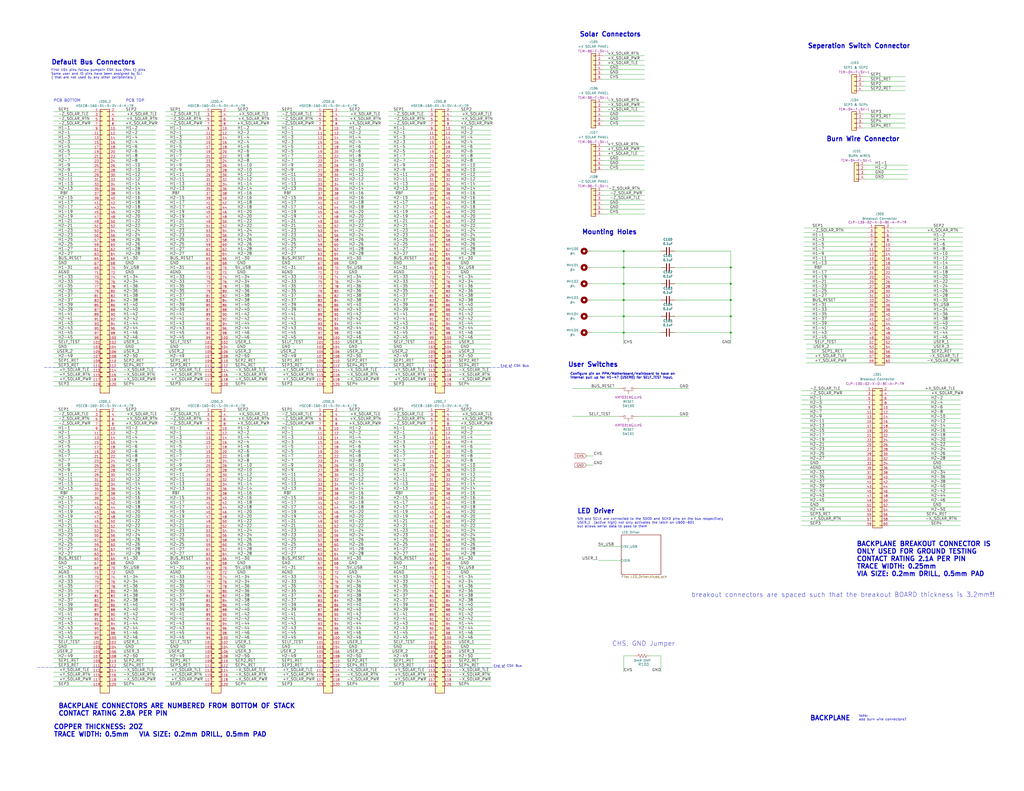
<source format=kicad_sch>
(kicad_sch (version 20211123) (generator eeschema)
  (paper "C")
  (title_block (title "backplane-SchDoc") (date "2021-12-10") (rev "A1") (company "Sierra Lobo, Inc.") (comment 1 "C. Hillis") (comment 2 "C. Kornowski"))
  (junction (at 398.78 181.61) (diameter 0.9144))
  (junction (at 340.36 154.94) (diameter 0.9144))
  (junction (at 398.78 154.94) (diameter 0.9144))
  (junction (at 340.36 172.72) (diameter 0.9144))
  (junction (at 340.36 163.83) (diameter 0.9144))
  (junction (at 398.78 146.05) (diameter 0.9144))
  (junction (at 340.36 146.05) (diameter 0.9144))
  (junction (at 340.36 181.61) (diameter 0.9144))
  (junction (at 398.78 172.72) (diameter 0.9144))
  (junction (at 340.36 137.16) (diameter 0.9144))
  (junction (at 398.78 163.83) (diameter 0.9144))
  (wire (pts (xy 111.76 242.57) (xy 90.17 242.57)))
  (wire (pts (xy 525.526 137.16) (xy 486.41 137.16)))
  (wire (pts (xy 328.93 92.71) (xy 351.79 92.71)))
  (wire (pts (xy 146.05 361.95) (xy 124.46 361.95)))
  (wire (pts (xy 172.72 111.76) (xy 151.13 111.76)))
  (wire (pts (xy 472.44 284.48) (xy 437.388 284.48)))
  (wire (pts (xy 233.68 334.01) (xy 212.09 334.01)))
  (wire (pts (xy 340.36 358.14) (xy 340.36 367.03)))
  (wire (pts (xy 172.72 367.03) (xy 151.13 367.03)))
  (wire (pts (xy 233.68 210.82) (xy 212.09 210.82)))
  (wire (pts (xy 146.05 193.04) (xy 124.46 193.04)))
  (wire (pts (xy 146.05 316.23) (xy 124.46 316.23)))
  (wire (pts (xy 146.05 318.77) (xy 124.46 318.77)))
  (wire (pts (xy 85.09 351.79) (xy 63.5 351.79)))
  (wire (pts (xy 172.72 323.85) (xy 151.13 323.85)))
  (wire (pts (xy 50.8 331.47) (xy 29.21 331.47)))
  (wire (pts (xy 111.76 134.62) (xy 90.17 134.62)))
  (wire (pts (xy 207.01 63.5) (xy 185.42 63.5)))
  (wire (pts (xy 85.09 111.76) (xy 63.5 111.76)))
  (wire (pts (xy 267.97 323.85) (xy 246.38 323.85)))
  (wire (pts (xy 172.72 283.21) (xy 151.13 283.21)))
  (wire (pts (xy 50.8 132.08) (xy 29.21 132.08)))
  (wire (pts (xy 233.68 200.66) (xy 212.09 200.66)))
  (wire (pts (xy 50.8 265.43) (xy 29.21 265.43)))
  (wire (pts (xy 472.44 236.22) (xy 437.388 236.22)))
  (wire (pts (xy 368.3 154.94) (xy 398.78 154.94)))
  (wire (pts (xy 85.09 60.96) (xy 63.5 60.96)))
  (wire (pts (xy 267.97 175.26) (xy 246.38 175.26)))
  (wire (pts (xy 146.05 190.5) (xy 124.46 190.5)))
  (wire (pts (xy 267.97 234.95) (xy 246.38 234.95)))
  (wire (pts (xy 267.97 127) (xy 246.38 127)))
  (wire (pts (xy 111.76 265.43) (xy 90.17 265.43)))
  (wire (pts (xy 267.97 198.12) (xy 246.38 198.12)))
  (wire (pts (xy 50.8 124.46) (xy 29.21 124.46)))
  (wire (pts (xy 267.97 283.21) (xy 246.38 283.21)))
  (wire (pts (xy 172.72 68.58) (xy 151.13 68.58)))
  (wire (pts (xy 111.76 311.15) (xy 90.17 311.15)))
  (wire (pts (xy 267.97 111.76) (xy 246.38 111.76)))
  (wire (pts (xy 146.05 275.59) (xy 124.46 275.59)))
  (wire (pts (xy 267.97 288.29) (xy 246.38 288.29)))
  (wire (pts (xy 85.09 93.98) (xy 63.5 93.98)))
  (wire (pts (xy 172.72 356.87) (xy 151.13 356.87)))
  (wire (pts (xy 85.09 262.89) (xy 63.5 262.89)))
  (wire (pts (xy 111.76 116.84) (xy 90.17 116.84)))
  (wire (pts (xy 111.76 121.92) (xy 90.17 121.92)))
  (wire (pts (xy 207.01 224.79) (xy 185.42 224.79)))
  (wire (pts (xy 207.01 326.39) (xy 185.42 326.39)))
  (wire (pts (xy 340.36 181.61) (xy 340.36 187.96)))
  (wire (pts (xy 267.97 187.96) (xy 246.38 187.96)))
  (wire (pts (xy 326.39 306.07) (xy 339.09 306.07)))
  (wire (pts (xy 207.01 351.79) (xy 185.42 351.79)))
  (wire (pts (xy 267.97 99.06) (xy 246.38 99.06)))
  (wire (pts (xy 172.72 109.22) (xy 151.13 109.22)))
  (wire (pts (xy 172.72 187.96) (xy 151.13 187.96)))
  (wire (pts (xy 50.8 86.36) (xy 29.21 86.36)))
  (wire (pts (xy 146.05 81.28) (xy 124.46 81.28)))
  (wire (pts (xy 472.44 90.17) (xy 495.3 90.17)))
  (wire (pts (xy 111.76 114.3) (xy 90.17 114.3)))
  (wire (pts (xy 111.76 129.54) (xy 90.17 129.54)))
  (wire (pts (xy 85.09 306.07) (xy 63.5 306.07)))
  (wire (pts (xy 340.36 154.94) (xy 340.36 163.83)))
  (wire (pts (xy 207.01 339.09) (xy 185.42 339.09)))
  (wire (pts (xy 472.44 215.9) (xy 437.388 215.9)))
  (wire (pts (xy 398.78 146.05) (xy 398.78 154.94)))
  (wire (pts (xy 233.68 160.02) (xy 212.09 160.02)))
  (wire (pts (xy 111.76 195.58) (xy 90.17 195.58)))
  (wire (pts (xy 207.01 106.68) (xy 185.42 106.68)))
  (wire (pts (xy 146.05 334.01) (xy 124.46 334.01)))
  (wire (pts (xy 346.71 358.14) (xy 340.36 358.14)))
  (wire (pts (xy 267.97 247.65) (xy 246.38 247.65)))
  (wire (pts (xy 328.93 104.14) (xy 351.79 104.14)))
  (wire (pts (xy 473.71 137.16) (xy 438.658 137.16)))
  (wire (pts (xy 207.01 111.76) (xy 185.42 111.76)))
  (wire (pts (xy 525.526 198.12) (xy 486.41 198.12)))
  (wire (pts (xy 172.72 193.04) (xy 151.13 193.04)))
  (wire (pts (xy 172.72 334.01) (xy 151.13 334.01)))
  (wire (pts (xy 495.3 95.25) (xy 472.44 95.25)))
  (wire (pts (xy 472.44 254) (xy 437.388 254)))
  (wire (pts (xy 50.8 323.85) (xy 29.21 323.85)))
  (wire (pts (xy 111.76 346.71) (xy 90.17 346.71)))
  (wire (pts (xy 207.01 229.87) (xy 185.42 229.87)))
  (wire (pts (xy 146.05 288.29) (xy 124.46 288.29)))
  (wire (pts (xy 207.01 247.65) (xy 185.42 247.65)))
  (wire (pts (xy 207.01 316.23) (xy 185.42 316.23)))
  (wire (pts (xy 524.256 259.08) (xy 485.14 259.08)))
  (wire (pts (xy 267.97 86.36) (xy 246.38 86.36)))
  (wire (pts (xy 146.05 142.24) (xy 124.46 142.24)))
  (wire (pts (xy 172.72 344.17) (xy 151.13 344.17)))
  (wire (pts (xy 50.8 185.42) (xy 29.21 185.42)))
  (wire (pts (xy 172.72 372.11) (xy 151.13 372.11)))
  (wire (pts (xy 207.01 321.31) (xy 185.42 321.31)))
  (wire (pts (xy 111.76 142.24) (xy 90.17 142.24)))
  (wire (pts (xy 50.8 134.62) (xy 29.21 134.62)))
  (wire (pts (xy 85.09 260.35) (xy 63.5 260.35)))
  (wire (pts (xy 473.71 142.24) (xy 438.658 142.24)))
  (wire (pts (xy 233.68 280.67) (xy 212.09 280.67)))
  (wire (pts (xy 146.05 187.96) (xy 124.46 187.96)))
  (wire (pts (xy 172.72 364.49) (xy 151.13 364.49)))
  (wire (pts (xy 207.01 114.3) (xy 185.42 114.3)))
  (wire (pts (xy 267.97 267.97) (xy 246.38 267.97)))
  (wire (pts (xy 85.09 280.67) (xy 63.5 280.67)))
  (wire (pts (xy 360.68 154.94) (xy 340.36 154.94)))
  (wire (pts (xy 111.76 104.14) (xy 90.17 104.14)))
  (wire (pts (xy 172.72 101.6) (xy 151.13 101.6)))
  (wire (pts (xy 85.09 250.19) (xy 63.5 250.19)))
  (wire (pts (xy 146.05 265.43) (xy 124.46 265.43)))
  (wire (pts (xy 50.8 180.34) (xy 29.21 180.34)))
  (wire (pts (xy 172.72 359.41) (xy 151.13 359.41)))
  (wire (pts (xy 207.01 185.42) (xy 185.42 185.42)))
  (wire (pts (xy 473.71 170.18) (xy 438.658 170.18)))
  (wire (pts (xy 233.68 121.92) (xy 212.09 121.92)))
  (wire (pts (xy 111.76 193.04) (xy 90.17 193.04)))
  (wire (pts (xy 111.76 109.22) (xy 90.17 109.22)))
  (wire (pts (xy 525.526 193.04) (xy 486.41 193.04)))
  (wire (pts (xy 50.8 303.53) (xy 29.21 303.53)))
  (wire (pts (xy 50.8 104.14) (xy 29.21 104.14)))
  (wire (pts (xy 146.05 68.58) (xy 124.46 68.58)))
  (wire (pts (xy 328.93 43.18) (xy 351.79 43.18)))
  (wire (pts (xy 146.05 262.89) (xy 124.46 262.89)))
  (wire (pts (xy 85.09 295.91) (xy 63.5 295.91)))
  (wire (pts (xy 328.93 111.76) (xy 351.79 111.76)))
  (wire (pts (xy 146.05 177.8) (xy 124.46 177.8)))
  (wire (pts (xy 172.72 76.2) (xy 151.13 76.2)))
  (wire (pts (xy 172.72 326.39) (xy 151.13 326.39)))
  (wire (pts (xy 146.05 341.63) (xy 124.46 341.63)))
  (wire (pts (xy 494.03 49.53) (xy 471.17 49.53)))
  (wire (pts (xy 50.8 267.97) (xy 29.21 267.97)))
  (wire (pts (xy 267.97 367.03) (xy 246.38 367.03)))
  (wire (pts (xy 328.93 38.1) (xy 351.79 38.1)))
  (wire (pts (xy 207.01 331.47) (xy 185.42 331.47)))
  (wire (pts (xy 111.76 359.41) (xy 90.17 359.41)))
  (wire (pts (xy 473.71 195.58) (xy 439.928 195.58)))
  (wire (pts (xy 111.76 280.67) (xy 90.17 280.67)))
  (wire (pts (xy 267.97 308.61) (xy 246.38 308.61)))
  (wire (pts (xy 267.97 298.45) (xy 246.38 298.45)))
  (wire (pts (xy 50.8 229.87) (xy 29.21 229.87)))
  (wire (pts (xy 267.97 257.81) (xy 246.38 257.81)))
  (wire (pts (xy 111.76 175.26) (xy 90.17 175.26)))
  (wire (pts (xy 85.09 210.82) (xy 63.5 210.82)))
  (wire (pts (xy 146.05 104.14) (xy 124.46 104.14)))
  (wire (pts (xy 525.526 144.78) (xy 486.41 144.78)))
  (wire (pts (xy 111.76 336.55) (xy 90.17 336.55)))
  (wire (pts (xy 172.72 154.94) (xy 151.13 154.94)))
  (wire (pts (xy 146.05 227.33) (xy 124.46 227.33)))
  (wire (pts (xy 472.44 259.08) (xy 437.388 259.08)))
  (wire (pts (xy 111.76 252.73) (xy 90.17 252.73)))
  (wire (pts (xy 85.09 175.26) (xy 63.5 175.26)))
  (wire (pts (xy 146.05 260.35) (xy 124.46 260.35)))
  (wire (pts (xy 473.71 198.12) (xy 439.928 198.12)))
  (wire (pts (xy 525.526 167.64) (xy 486.41 167.64)))
  (wire (pts (xy 524.256 231.14) (xy 485.14 231.14)))
  (wire (pts (xy 172.72 318.77) (xy 151.13 318.77)))
  (wire (pts (xy 328.93 55.88) (xy 351.79 55.88)))
  (wire (pts (xy 111.76 162.56) (xy 90.17 162.56)))
  (wire (pts (xy 207.01 210.82) (xy 185.42 210.82)))
  (wire (pts (xy 172.72 172.72) (xy 151.13 172.72)))
  (wire (pts (xy 85.09 152.4) (xy 63.5 152.4)))
  (wire (pts (xy 233.68 359.41) (xy 212.09 359.41)))
  (wire (pts (xy 50.8 232.41) (xy 29.21 232.41)))
  (wire (pts (xy 233.68 369.57) (xy 212.09 369.57)))
  (wire (pts (xy 233.68 76.2) (xy 212.09 76.2)))
  (wire (pts (xy 111.76 257.81) (xy 90.17 257.81)))
  (wire (pts (xy 172.72 313.69) (xy 151.13 313.69)))
  (wire (pts (xy 146.05 119.38) (xy 124.46 119.38)))
  (wire (pts (xy 267.97 227.33) (xy 246.38 227.33)))
  (wire (pts (xy 146.05 356.87) (xy 124.46 356.87)))
  (wire (pts (xy 207.01 265.43) (xy 185.42 265.43)))
  (wire (pts (xy 172.72 224.79) (xy 151.13 224.79)))
  (wire (pts (xy 50.8 91.44) (xy 29.21 91.44)))
  (wire (pts (xy 50.8 109.22) (xy 29.21 109.22)))
  (wire (pts (xy 85.09 232.41) (xy 63.5 232.41)))
  (wire (pts (xy 524.256 238.76) (xy 485.14 238.76)))
  (wire (pts (xy 111.76 93.98) (xy 90.17 93.98)))
  (wire (pts (xy 85.09 321.31) (xy 63.5 321.31)))
  (wire (pts (xy 172.72 152.4) (xy 151.13 152.4)))
  (wire (pts (xy 337.82 227.33) (xy 312.42 227.33)))
  (wire (pts (xy 233.68 208.28) (xy 212.09 208.28)))
  (wire (pts (xy 207.01 298.45) (xy 185.42 298.45)))
  (wire (pts (xy 360.68 163.83) (xy 340.36 163.83)))
  (wire (pts (xy 50.8 172.72) (xy 29.21 172.72)))
  (wire (pts (xy 85.09 139.7) (xy 63.5 139.7)))
  (wire (pts (xy 85.09 240.03) (xy 63.5 240.03)))
  (wire (pts (xy 233.68 106.68) (xy 212.09 106.68)))
  (wire (pts (xy 207.01 250.19) (xy 185.42 250.19)))
  (wire (pts (xy 172.72 198.12) (xy 151.13 198.12)))
  (wire (pts (xy 207.01 147.32) (xy 185.42 147.32)))
  (wire (pts (xy 172.72 308.61) (xy 151.13 308.61)))
  (wire (pts (xy 85.09 364.49) (xy 63.5 364.49)))
  (wire (pts (xy 347.98 227.33) (xy 375.92 227.33)))
  (wire (pts (xy 111.76 180.34) (xy 90.17 180.34)))
  (wire (pts (xy 111.76 200.66) (xy 90.17 200.66)))
  (wire (pts (xy 146.05 306.07) (xy 124.46 306.07)))
  (wire (pts (xy 111.76 68.58) (xy 90.17 68.58)))
  (wire (pts (xy 50.8 372.11) (xy 29.21 372.11)))
  (wire (pts (xy 267.97 311.15) (xy 246.38 311.15)))
  (wire (pts (xy 267.97 295.91) (xy 246.38 295.91)))
  (wire (pts (xy 233.68 247.65) (xy 212.09 247.65)))
  (wire (pts (xy 233.68 172.72) (xy 212.09 172.72)))
  (wire (pts (xy 233.68 321.31) (xy 212.09 321.31)))
  (wire (pts (xy 525.526 129.54) (xy 486.41 129.54)))
  (wire (pts (xy 172.72 157.48) (xy 151.13 157.48)))
  (wire (pts (xy 172.72 273.05) (xy 151.13 273.05)))
  (wire (pts (xy 473.71 157.48) (xy 438.658 157.48)))
  (wire (pts (xy 207.01 283.21) (xy 185.42 283.21)))
  (wire (pts (xy 472.44 231.14) (xy 437.388 231.14)))
  (wire (pts (xy 85.09 195.58) (xy 63.5 195.58)))
  (wire (pts (xy 207.01 318.77) (xy 185.42 318.77)))
  (wire (pts (xy 85.09 273.05) (xy 63.5 273.05)))
  (wire (pts (xy 233.68 351.79) (xy 212.09 351.79)))
  (wire (pts (xy 207.01 167.64) (xy 185.42 167.64)))
  (wire (pts (xy 85.09 124.46) (xy 63.5 124.46)))
  (wire (pts (xy 267.97 147.32) (xy 246.38 147.32)))
  (wire (pts (xy 267.97 341.63) (xy 246.38 341.63)))
  (wire (pts (xy 267.97 262.89) (xy 246.38 262.89)))
  (wire (pts (xy 146.05 245.11) (xy 124.46 245.11)))
  (wire (pts (xy 207.01 154.94) (xy 185.42 154.94)))
  (wire (pts (xy 146.05 167.64) (xy 124.46 167.64)))
  (wire (pts (xy 328.93 116.84) (xy 351.79 116.84)))
  (wire (pts (xy 267.97 293.37) (xy 246.38 293.37)))
  (wire (pts (xy 328.93 30.48) (xy 351.79 30.48)))
  (wire (pts (xy 172.72 311.15) (xy 151.13 311.15)))
  (wire (pts (xy 146.05 63.5) (xy 124.46 63.5)))
  (wire (pts (xy 50.8 129.54) (xy 29.21 129.54)))
  (wire (pts (xy 472.44 233.68) (xy 437.388 233.68)))
  (wire (pts (xy 85.09 234.95) (xy 63.5 234.95)))
  (wire (pts (xy 85.09 91.44) (xy 63.5 91.44)))
  (wire (pts (xy 267.97 109.22) (xy 246.38 109.22)))
  (wire (pts (xy 267.97 132.08) (xy 246.38 132.08)))
  (wire (pts (xy 524.256 220.98) (xy 485.14 220.98)))
  (wire (pts (xy 85.09 308.61) (xy 63.5 308.61)))
  (wire (pts (xy 267.97 245.11) (xy 246.38 245.11)))
  (wire (pts (xy 472.44 266.7) (xy 437.388 266.7)))
  (wire (pts (xy 267.97 68.58) (xy 246.38 68.58)))
  (wire (pts (xy 50.8 354.33) (xy 29.21 354.33)))
  (wire (pts (xy 146.05 185.42) (xy 124.46 185.42)))
  (wire (pts (xy 524.256 213.36) (xy 485.14 213.36)))
  (wire (pts (xy 146.05 300.99) (xy 124.46 300.99)))
  (wire (pts (xy 146.05 369.57) (xy 124.46 369.57)))
  (wire (pts (xy 207.01 88.9) (xy 185.42 88.9)))
  (wire (pts (xy 233.68 99.06) (xy 212.09 99.06)))
  (wire (pts (xy 207.01 129.54) (xy 185.42 129.54)))
  (wire (pts (xy 50.8 361.95) (xy 29.21 361.95)))
  (wire (pts (xy 525.526 195.58) (xy 486.41 195.58)))
  (wire (pts (xy 207.01 328.93) (xy 185.42 328.93)))
  (wire (pts (xy 85.09 134.62) (xy 63.5 134.62)))
  (wire (pts (xy 267.97 101.6) (xy 246.38 101.6)))
  (wire (pts (xy 267.97 162.56) (xy 246.38 162.56)))
  (wire (pts (xy 85.09 374.65) (xy 63.5 374.65)))
  (wire (pts (xy 267.97 300.99) (xy 246.38 300.99)))
  (wire (pts (xy 267.97 71.12) (xy 246.38 71.12)))
  (wire (pts (xy 207.01 257.81) (xy 185.42 257.81)))
  (wire (pts (xy 146.05 331.47) (xy 124.46 331.47)))
  (wire (pts (xy 267.97 177.8) (xy 246.38 177.8)))
  (wire (pts (xy 233.68 198.12) (xy 212.09 198.12)))
  (wire (pts (xy 233.68 91.44) (xy 212.09 91.44)))
  (wire (pts (xy 85.09 346.71) (xy 63.5 346.71)))
  (wire (pts (xy 233.68 285.75) (xy 212.09 285.75)))
  (wire (pts (xy 267.97 88.9) (xy 246.38 88.9)))
  (wire (pts (xy 525.526 127) (xy 486.41 127)))
  (wire (pts (xy 207.01 280.67) (xy 185.42 280.67)))
  (wire (pts (xy 207.01 203.2) (xy 185.42 203.2)))
  (wire (pts (xy 267.97 290.83) (xy 246.38 290.83)))
  (wire (pts (xy 172.72 247.65) (xy 151.13 247.65)))
  (wire (pts (xy 267.97 278.13) (xy 246.38 278.13)))
  (wire (pts (xy 525.526 180.34) (xy 486.41 180.34)))
  (wire (pts (xy 328.93 35.56) (xy 351.79 35.56)))
  (wire (pts (xy 50.8 290.83) (xy 29.21 290.83)))
  (wire (pts (xy 50.8 170.18) (xy 29.21 170.18)))
  (wire (pts (xy 85.09 83.82) (xy 63.5 83.82)))
  (wire (pts (xy 50.8 260.35) (xy 29.21 260.35)))
  (wire (pts (xy 85.09 205.74) (xy 63.5 205.74)))
  (wire (pts (xy 50.8 200.66) (xy 29.21 200.66)))
  (wire (pts (xy 111.76 245.11) (xy 90.17 245.11)))
  (wire (pts (xy 267.97 165.1) (xy 246.38 165.1)))
  (wire (pts (xy 328.93 82.55) (xy 351.79 82.55)))
  (wire (pts (xy 146.05 313.69) (xy 124.46 313.69)))
  (wire (pts (xy 524.256 264.16) (xy 485.14 264.16)))
  (wire (pts (xy 172.72 134.62) (xy 151.13 134.62)))
  (wire (pts (xy 233.68 134.62) (xy 212.09 134.62)))
  (wire (pts (xy 233.68 331.47) (xy 212.09 331.47)))
  (wire (pts (xy 172.72 240.03) (xy 151.13 240.03)))
  (wire (pts (xy 146.05 160.02) (xy 124.46 160.02)))
  (wire (pts (xy 360.68 172.72) (xy 340.36 172.72)))
  (wire (pts (xy 146.05 290.83) (xy 124.46 290.83)))
  (wire (pts (xy 50.8 346.71) (xy 29.21 346.71)))
  (wire (pts (xy 85.09 109.22) (xy 63.5 109.22)))
  (wire (pts (xy 267.97 200.66) (xy 246.38 200.66)))
  (wire (pts (xy 233.68 245.11) (xy 212.09 245.11)))
  (wire (pts (xy 111.76 328.93) (xy 90.17 328.93)))
  (wire (pts (xy 233.68 116.84) (xy 212.09 116.84)))
  (wire (pts (xy 50.8 252.73) (xy 29.21 252.73)))
  (wire (pts (xy 172.72 275.59) (xy 151.13 275.59)))
  (wire (pts (xy 267.97 152.4) (xy 246.38 152.4)))
  (wire (pts (xy 50.8 73.66) (xy 29.21 73.66)))
  (wire (pts (xy 207.01 341.63) (xy 185.42 341.63)))
  (wire (pts (xy 50.8 182.88) (xy 29.21 182.88)))
  (wire (pts (xy 233.68 149.86) (xy 212.09 149.86)))
  (wire (pts (xy 233.68 147.32) (xy 212.09 147.32)))
  (wire (pts (xy 85.09 121.92) (xy 63.5 121.92)))
  (wire (pts (xy 207.01 101.6) (xy 185.42 101.6)))
  (wire (pts (xy 111.76 147.32) (xy 90.17 147.32)))
  (wire (pts (xy 525.526 187.96) (xy 486.41 187.96)))
  (wire (pts (xy 111.76 160.02) (xy 90.17 160.02)))
  (wire (pts (xy 111.76 290.83) (xy 90.17 290.83)))
  (wire (pts (xy 207.01 227.33) (xy 185.42 227.33)))
  (wire (pts (xy 111.76 351.79) (xy 90.17 351.79)))
  (wire (pts (xy 50.8 298.45) (xy 29.21 298.45)))
  (wire (pts (xy 111.76 275.59) (xy 90.17 275.59)))
  (wire (pts (xy 111.76 374.65) (xy 90.17 374.65)))
  (wire (pts (xy 172.72 124.46) (xy 151.13 124.46)))
  (wire (pts (xy 172.72 182.88) (xy 151.13 182.88)))
  (wire (pts (xy 267.97 339.09) (xy 246.38 339.09)))
  (wire (pts (xy 85.09 71.12) (xy 63.5 71.12)))
  (wire (pts (xy 473.71 154.94) (xy 438.658 154.94)))
  (wire (pts (xy 50.8 288.29) (xy 29.21 288.29)))
  (wire (pts (xy 172.72 227.33) (xy 151.13 227.33)))
  (wire (pts (xy 50.8 313.69) (xy 29.21 313.69)))
  (wire (pts (xy 360.68 181.61) (xy 340.36 181.61)))
  (wire (pts (xy 233.68 142.24) (xy 212.09 142.24)))
  (wire (pts (xy 473.71 180.34) (xy 438.658 180.34)))
  (wire (pts (xy 233.68 283.21) (xy 212.09 283.21)))
  (wire (pts (xy 172.72 165.1) (xy 151.13 165.1)))
  (wire (pts (xy 267.97 157.48) (xy 246.38 157.48)))
  (wire (pts (xy 524.256 261.62) (xy 485.14 261.62)))
  (wire (pts (xy 111.76 372.11) (xy 90.17 372.11)))
  (wire (pts (xy 85.09 361.95) (xy 63.5 361.95)))
  (wire (pts (xy 267.97 280.67) (xy 246.38 280.67)))
  (wire (pts (xy 473.71 147.32) (xy 438.658 147.32)))
  (wire (pts (xy 524.256 218.44) (xy 485.14 218.44)))
  (wire (pts (xy 207.01 137.16) (xy 185.42 137.16)))
  (wire (pts (xy 146.05 93.98) (xy 124.46 93.98)))
  (wire (pts (xy 172.72 290.83) (xy 151.13 290.83)))
  (wire (pts (xy 525.526 162.56) (xy 486.41 162.56)))
  (wire (pts (xy 50.8 106.68) (xy 29.21 106.68)))
  (wire (pts (xy 524.256 251.46) (xy 485.14 251.46)))
  (wire (pts (xy 111.76 361.95) (xy 90.17 361.95)))
  (wire (pts (xy 233.68 129.54) (xy 212.09 129.54)))
  (wire (pts (xy 172.72 208.28) (xy 151.13 208.28)))
  (wire (pts (xy 207.01 66.04) (xy 185.42 66.04)))
  (wire (pts (xy 50.8 245.11) (xy 29.21 245.11)))
  (wire (pts (xy 146.05 295.91) (xy 124.46 295.91)))
  (wire (pts (xy 50.8 93.98) (xy 29.21 93.98)))
  (wire (pts (xy 207.01 81.28) (xy 185.42 81.28)))
  (wire (pts (xy 207.01 245.11) (xy 185.42 245.11)))
  (wire (pts (xy 233.68 177.8) (xy 212.09 177.8)))
  (wire (pts (xy 85.09 99.06) (xy 63.5 99.06)))
  (wire (pts (xy 207.01 267.97) (xy 185.42 267.97)))
  (wire (pts (xy 85.09 224.79) (xy 63.5 224.79)))
  (wire (pts (xy 267.97 364.49) (xy 246.38 364.49)))
  (wire (pts (xy 172.72 116.84) (xy 151.13 116.84)))
  (wire (pts (xy 146.05 336.55) (xy 124.46 336.55)))
  (wire (pts (xy 207.01 91.44) (xy 185.42 91.44)))
  (wire (pts (xy 50.8 278.13) (xy 29.21 278.13)))
  (wire (pts (xy 50.8 60.96) (xy 29.21 60.96)))
  (wire (pts (xy 146.05 152.4) (xy 124.46 152.4)))
  (wire (pts (xy 85.09 367.03) (xy 63.5 367.03)))
  (wire (pts (xy 233.68 374.65) (xy 212.09 374.65)))
  (wire (pts (xy 146.05 255.27) (xy 124.46 255.27)))
  (wire (pts (xy 111.76 229.87) (xy 90.17 229.87)))
  (wire (pts (xy 525.526 182.88) (xy 486.41 182.88)))
  (wire (pts (xy 111.76 78.74) (xy 90.17 78.74)))
  (wire (pts (xy 146.05 247.65) (xy 124.46 247.65)))
  (wire (pts (xy 85.09 81.28) (xy 63.5 81.28)))
  (wire (pts (xy 50.8 96.52) (xy 29.21 96.52)))
  (wire (pts (xy 85.09 154.94) (xy 63.5 154.94)))
  (wire (pts (xy 85.09 328.93) (xy 63.5 328.93)))
  (wire (pts (xy 85.09 182.88) (xy 63.5 182.88)))
  (wire (pts (xy 85.09 144.78) (xy 63.5 144.78)))
  (wire (pts (xy 85.09 356.87) (xy 63.5 356.87)))
  (wire (pts (xy 233.68 114.3) (xy 212.09 114.3)))
  (wire (pts (xy 267.97 182.88) (xy 246.38 182.88)))
  (polyline (pts (xy 1041.4 464.82) (xy 1041.4 452.12)) (stroke (width 0) (type dash)))
  (wire (pts (xy 146.05 267.97) (xy 124.46 267.97)))
  (wire (pts (xy 146.05 134.62) (xy 124.46 134.62)))
  (wire (pts (xy 267.97 328.93) (xy 246.38 328.93)))
  (wire (pts (xy 146.05 278.13) (xy 124.46 278.13)))
  (wire (pts (xy 172.72 129.54) (xy 151.13 129.54)))
  (wire (pts (xy 207.01 308.61) (xy 185.42 308.61)))
  (wire (pts (xy 233.68 344.17) (xy 212.09 344.17)))
  (wire (pts (xy 172.72 210.82) (xy 151.13 210.82)))
  (wire (pts (xy 172.72 242.57) (xy 151.13 242.57)))
  (wire (pts (xy 111.76 270.51) (xy 90.17 270.51)))
  (wire (pts (xy 322.58 154.94) (xy 340.36 154.94)))
  (wire (pts (xy 233.68 104.14) (xy 212.09 104.14)))
  (wire (pts (xy 267.97 275.59) (xy 246.38 275.59)))
  (wire (pts (xy 233.68 152.4) (xy 212.09 152.4)))
  (wire (pts (xy 473.71 127) (xy 438.658 127)))
  (wire (pts (xy 85.09 242.57) (xy 63.5 242.57)))
  (wire (pts (xy 85.09 180.34) (xy 63.5 180.34)))
  (wire (pts (xy 85.09 88.9) (xy 63.5 88.9)))
  (wire (pts (xy 146.05 303.53) (xy 124.46 303.53)))
  (wire (pts (xy 111.76 154.94) (xy 90.17 154.94)))
  (wire (pts (xy 267.97 252.73) (xy 246.38 252.73)))
  (wire (pts (xy 328.93 90.17) (xy 351.79 90.17)))
  (wire (pts (xy 85.09 129.54) (xy 63.5 129.54)))
  (wire (pts (xy 267.97 160.02) (xy 246.38 160.02)))
  (wire (pts (xy 207.01 144.78) (xy 185.42 144.78)))
  (wire (pts (xy 267.97 154.94) (xy 246.38 154.94)))
  (wire (pts (xy 111.76 356.87) (xy 90.17 356.87)))
  (wire (pts (xy 172.72 252.73) (xy 151.13 252.73)))
  (wire (pts (xy 111.76 369.57) (xy 90.17 369.57)))
  (wire (pts (xy 207.01 275.59) (xy 185.42 275.59)))
  (wire (pts (xy 146.05 139.7) (xy 124.46 139.7)))
  (wire (pts (xy 172.72 336.55) (xy 151.13 336.55)))
  (wire (pts (xy 233.68 73.66) (xy 212.09 73.66)))
  (wire (pts (xy 172.72 270.51) (xy 151.13 270.51)))
  (wire (pts (xy 267.97 134.62) (xy 246.38 134.62)))
  (wire (pts (xy 172.72 331.47) (xy 151.13 331.47)))
  (wire (pts (xy 267.97 331.47) (xy 246.38 331.47)))
  (wire (pts (xy 146.05 250.19) (xy 124.46 250.19)))
  (wire (pts (xy 473.71 193.04) (xy 439.928 193.04)))
  (wire (pts (xy 85.09 349.25) (xy 63.5 349.25)))
  (wire (pts (xy 50.8 78.74) (xy 29.21 78.74)))
  (wire (pts (xy 172.72 81.28) (xy 151.13 81.28)))
  (wire (pts (xy 50.8 295.91) (xy 29.21 295.91)))
  (wire (pts (xy 85.09 132.08) (xy 63.5 132.08)))
  (wire (pts (xy 172.72 232.41) (xy 151.13 232.41)))
  (wire (pts (xy 172.72 91.44) (xy 151.13 91.44)))
  (wire (pts (xy 85.09 331.47) (xy 63.5 331.47)))
  (wire (pts (xy 85.09 237.49) (xy 63.5 237.49)))
  (wire (pts (xy 50.8 63.5) (xy 29.21 63.5)))
  (wire (pts (xy 473.71 139.7) (xy 438.658 139.7)))
  (wire (pts (xy 207.01 198.12) (xy 185.42 198.12)))
  (wire (pts (xy 233.68 260.35) (xy 212.09 260.35)))
  (wire (pts (xy 111.76 298.45) (xy 90.17 298.45)))
  (wire (pts (xy 146.05 121.92) (xy 124.46 121.92)))
  (wire (pts (xy 233.68 127) (xy 212.09 127)))
  (wire (pts (xy 267.97 114.3) (xy 246.38 114.3)))
  (wire (pts (xy 85.09 203.2) (xy 63.5 203.2)))
  (wire (pts (xy 233.68 88.9) (xy 212.09 88.9)))
  (wire (pts (xy 111.76 76.2) (xy 90.17 76.2)))
  (wire (pts (xy 207.01 200.66) (xy 185.42 200.66)))
  (wire (pts (xy 207.01 344.17) (xy 185.42 344.17)))
  (wire (pts (xy 172.72 250.19) (xy 151.13 250.19)))
  (wire (pts (xy 233.68 349.25) (xy 212.09 349.25)))
  (wire (pts (xy 233.68 303.53) (xy 212.09 303.53)))
  (wire (pts (xy 50.8 152.4) (xy 29.21 152.4)))
  (wire (pts (xy 172.72 121.92) (xy 151.13 121.92)))
  (wire (pts (xy 111.76 205.74) (xy 90.17 205.74)))
  (wire (pts (xy 328.93 87.63) (xy 351.79 87.63)))
  (wire (pts (xy 267.97 81.28) (xy 246.38 81.28)))
  (wire (pts (xy 267.97 60.96) (xy 246.38 60.96)))
  (wire (pts (xy 207.01 323.85) (xy 185.42 323.85)))
  (wire (pts (xy 50.8 114.3) (xy 29.21 114.3)))
  (wire (pts (xy 207.01 193.04) (xy 185.42 193.04)))
  (wire (pts (xy 85.09 336.55) (xy 63.5 336.55)))
  (wire (pts (xy 207.01 73.66) (xy 185.42 73.66)))
  (wire (pts (xy 207.01 68.58) (xy 185.42 68.58)))
  (wire (pts (xy 233.68 60.96) (xy 212.09 60.96)))
  (wire (pts (xy 473.71 167.64) (xy 438.658 167.64)))
  (wire (pts (xy 146.05 88.9) (xy 124.46 88.9)))
  (wire (pts (xy 360.68 146.05) (xy 340.36 146.05)))
  (wire (pts (xy 328.93 58.42) (xy 351.79 58.42)))
  (wire (pts (xy 50.8 101.6) (xy 29.21 101.6)))
  (wire (pts (xy 267.97 66.04) (xy 246.38 66.04)))
  (wire (pts (xy 85.09 293.37) (xy 63.5 293.37)))
  (wire (pts (xy 172.72 99.06) (xy 151.13 99.06)))
  (wire (pts (xy 233.68 257.81) (xy 212.09 257.81)))
  (wire (pts (xy 233.68 346.71) (xy 212.09 346.71)))
  (wire (pts (xy 233.68 165.1) (xy 212.09 165.1)))
  (wire (pts (xy 233.68 311.15) (xy 212.09 311.15)))
  (wire (pts (xy 85.09 63.5) (xy 63.5 63.5)))
  (wire (pts (xy 207.01 349.25) (xy 185.42 349.25)))
  (wire (pts (xy 207.01 170.18) (xy 185.42 170.18)))
  (wire (pts (xy 172.72 60.96) (xy 151.13 60.96)))
  (wire (pts (xy 233.68 205.74) (xy 212.09 205.74)))
  (wire (pts (xy 328.93 85.09) (xy 351.79 85.09)))
  (wire (pts (xy 473.71 172.72) (xy 438.658 172.72)))
  (wire (pts (xy 172.72 180.34) (xy 151.13 180.34)))
  (wire (pts (xy 473.71 162.56) (xy 438.658 162.56)))
  (wire (pts (xy 473.71 187.96) (xy 439.928 187.96)))
  (wire (pts (xy 207.01 205.74) (xy 185.42 205.74)))
  (wire (pts (xy 323.85 248.92) (xy 320.04 248.92)))
  (wire (pts (xy 472.44 223.52) (xy 437.388 223.52)))
  (wire (pts (xy 233.68 193.04) (xy 212.09 193.04)))
  (wire (pts (xy 172.72 83.82) (xy 151.13 83.82)))
  (wire (pts (xy 233.68 316.23) (xy 212.09 316.23)))
  (wire (pts (xy 351.79 33.02) (xy 328.93 33.02)))
  (wire (pts (xy 50.8 142.24) (xy 29.21 142.24)))
  (wire (pts (xy 233.68 354.33) (xy 212.09 354.33)))
  (wire (pts (xy 146.05 195.58) (xy 124.46 195.58)))
  (wire (pts (xy 267.97 224.79) (xy 246.38 224.79)))
  (wire (pts (xy 267.97 313.69) (xy 246.38 313.69)))
  (wire (pts (xy 398.78 137.16) (xy 398.78 146.05)))
  (wire (pts (xy 50.8 280.67) (xy 29.21 280.67)))
  (wire (pts (xy 50.8 364.49) (xy 29.21 364.49)))
  (wire (pts (xy 111.76 66.04) (xy 90.17 66.04)))
  (wire (pts (xy 267.97 142.24) (xy 246.38 142.24)))
  (wire (pts (xy 146.05 374.65) (xy 124.46 374.65)))
  (wire (pts (xy 172.72 300.99) (xy 151.13 300.99)))
  (wire (pts (xy 85.09 167.64) (xy 63.5 167.64)))
  (wire (pts (xy 472.44 246.38) (xy 437.388 246.38)))
  (wire (pts (xy 233.68 278.13) (xy 212.09 278.13)))
  (wire (pts (xy 267.97 124.46) (xy 246.38 124.46)))
  (wire (pts (xy 172.72 203.2) (xy 151.13 203.2)))
  (wire (pts (xy 233.68 313.69) (xy 212.09 313.69)))
  (wire (pts (xy 473.71 132.08) (xy 438.658 132.08)))
  (wire (pts (xy 50.8 311.15) (xy 29.21 311.15)))
  (wire (pts (xy 172.72 147.32) (xy 151.13 147.32)))
  (wire (pts (xy 267.97 316.23) (xy 246.38 316.23)))
  (wire (pts (xy 472.44 276.86) (xy 437.388 276.86)))
  (wire (pts (xy 267.97 346.71) (xy 246.38 346.71)))
  (wire (pts (xy 233.68 250.19) (xy 212.09 250.19)))
  (wire (pts (xy 207.01 190.5) (xy 185.42 190.5)))
  (wire (pts (xy 525.526 142.24) (xy 486.41 142.24)))
  (wire (pts (xy 207.01 270.51) (xy 185.42 270.51)))
  (wire (pts (xy 524.256 281.94) (xy 485.14 281.94)))
  (wire (pts (xy 207.01 172.72) (xy 185.42 172.72)))
  (wire (pts (xy 267.97 208.28) (xy 246.38 208.28)))
  (wire (pts (xy 267.97 185.42) (xy 246.38 185.42)))
  (wire (pts (xy 111.76 237.49) (xy 90.17 237.49)))
  (wire (pts (xy 50.8 66.04) (xy 29.21 66.04)))
  (wire (pts (xy 85.09 66.04) (xy 63.5 66.04)))
  (wire (pts (xy 111.76 111.76) (xy 90.17 111.76)))
  (wire (pts (xy 146.05 208.28) (xy 124.46 208.28)))
  (wire (pts (xy 85.09 76.2) (xy 63.5 76.2)))
  (wire (pts (xy 146.05 144.78) (xy 124.46 144.78)))
  (wire (pts (xy 472.44 287.02) (xy 437.388 287.02)))
  (wire (pts (xy 85.09 285.75) (xy 63.5 285.75)))
  (wire (pts (xy 207.01 334.01) (xy 185.42 334.01)))
  (wire (pts (xy 340.36 172.72) (xy 340.36 181.61)))
  (wire (pts (xy 111.76 227.33) (xy 90.17 227.33)))
  (wire (pts (xy 233.68 275.59) (xy 212.09 275.59)))
  (wire (pts (xy 473.71 182.88) (xy 438.658 182.88)))
  (wire (pts (xy 233.68 298.45) (xy 212.09 298.45)))
  (wire (pts (xy 233.68 137.16) (xy 212.09 137.16)))
  (wire (pts (xy 50.8 341.63) (xy 29.21 341.63)))
  (wire (pts (xy 146.05 76.2) (xy 124.46 76.2)))
  (wire (pts (xy 50.8 367.03) (xy 29.21 367.03)))
  (wire (pts (xy 207.01 288.29) (xy 185.42 288.29)))
  (wire (pts (xy 146.05 344.17) (xy 124.46 344.17)))
  (wire (pts (xy 50.8 127) (xy 29.21 127)))
  (wire (pts (xy 233.68 232.41) (xy 212.09 232.41)))
  (wire (pts (xy 233.68 101.6) (xy 212.09 101.6)))
  (wire (pts (xy 207.01 76.2) (xy 185.42 76.2)))
  (wire (pts (xy 111.76 240.03) (xy 90.17 240.03)))
  (wire (pts (xy 111.76 334.01) (xy 90.17 334.01)))
  (wire (pts (xy 172.72 190.5) (xy 151.13 190.5)))
  (wire (pts (xy 207.01 116.84) (xy 185.42 116.84)))
  (wire (pts (xy 85.09 96.52) (xy 63.5 96.52)))
  (wire (pts (xy 85.09 177.8) (xy 63.5 177.8)))
  (wire (pts (xy 50.8 68.58) (xy 29.21 68.58)))
  (wire (pts (xy 472.44 269.24) (xy 437.388 269.24)))
  (wire (pts (xy 172.72 71.12) (xy 151.13 71.12)))
  (wire (pts (xy 50.8 203.2) (xy 29.21 203.2)))
  (wire (pts (xy 472.44 271.78) (xy 437.388 271.78)))
  (wire (pts (xy 326.39 298.45) (xy 339.09 298.45)))
  (wire (pts (xy 267.97 193.04) (xy 246.38 193.04)))
  (wire (pts (xy 50.8 359.41) (xy 29.21 359.41)))
  (wire (pts (xy 172.72 306.07) (xy 151.13 306.07)))
  (wire (pts (xy 111.76 250.19) (xy 90.17 250.19)))
  (wire (pts (xy 207.01 306.07) (xy 185.42 306.07)))
  (wire (pts (xy 111.76 283.21) (xy 90.17 283.21)))
  (wire (pts (xy 50.8 99.06) (xy 29.21 99.06)))
  (wire (pts (xy 146.05 346.71) (xy 124.46 346.71)))
  (wire (pts (xy 472.44 281.94) (xy 437.388 281.94)))
  (wire (pts (xy 146.05 165.1) (xy 124.46 165.1)))
  (wire (pts (xy 267.97 354.33) (xy 246.38 354.33)))
  (wire (pts (xy 207.01 359.41) (xy 185.42 359.41)))
  (wire (pts (xy 207.01 242.57) (xy 185.42 242.57)))
  (wire (pts (xy 328.93 60.96) (xy 351.79 60.96)))
  (wire (pts (xy 111.76 71.12) (xy 90.17 71.12)))
  (wire (pts (xy 398.78 181.61) (xy 398.78 187.96)))
  (wire (pts (xy 472.44 228.6) (xy 437.388 228.6)))
  (wire (pts (xy 207.01 195.58) (xy 185.42 195.58)))
  (wire (pts (xy 85.09 147.32) (xy 63.5 147.32)))
  (wire (pts (xy 50.8 137.16) (xy 29.21 137.16)))
  (wire (pts (xy 233.68 318.77) (xy 212.09 318.77)))
  (wire (pts (xy 233.68 273.05) (xy 212.09 273.05)))
  (wire (pts (xy 207.01 119.38) (xy 185.42 119.38)))
  (wire (pts (xy 524.256 223.52) (xy 485.14 223.52)))
  (wire (pts (xy 85.09 165.1) (xy 63.5 165.1)))
  (wire (pts (xy 172.72 142.24) (xy 151.13 142.24)))
  (wire (pts (xy 207.01 83.82) (xy 185.42 83.82)))
  (wire (pts (xy 337.82 212.09) (xy 312.42 212.09)))
  (wire (pts (xy 207.01 369.57) (xy 185.42 369.57)))
  (wire (pts (xy 50.8 157.48) (xy 29.21 157.48)))
  (wire (pts (xy 146.05 182.88) (xy 124.46 182.88)))
  (wire (pts (xy 85.09 200.66) (xy 63.5 200.66)))
  (wire (pts (xy 50.8 293.37) (xy 29.21 293.37)))
  (wire (pts (xy 111.76 157.48) (xy 90.17 157.48)))
  (wire (pts (xy 207.01 86.36) (xy 185.42 86.36)))
  (wire (pts (xy 368.3 163.83) (xy 398.78 163.83)))
  (wire (pts (xy 207.01 99.06) (xy 185.42 99.06)))
  (wire (pts (xy 172.72 237.49) (xy 151.13 237.49)))
  (wire (pts (xy 111.76 127) (xy 90.17 127)))
  (wire (pts (xy 111.76 172.72) (xy 90.17 172.72)))
  (wire (pts (xy 233.68 86.36) (xy 212.09 86.36)))
  (wire (pts (xy 267.97 93.98) (xy 246.38 93.98)))
  (wire (pts (xy 320.04 254) (xy 323.85 254)))
  (wire (pts (xy 146.05 162.56) (xy 124.46 162.56)))
  (wire (pts (xy 267.97 137.16) (xy 246.38 137.16)))
  (wire (pts (xy 111.76 182.88) (xy 90.17 182.88)))
  (wire (pts (xy 146.05 175.26) (xy 124.46 175.26)))
  (wire (pts (xy 328.93 40.64) (xy 351.79 40.64)))
  (wire (pts (xy 146.05 154.94) (xy 124.46 154.94)))
  (wire (pts (xy 146.05 101.6) (xy 124.46 101.6)))
  (wire (pts (xy 85.09 106.68) (xy 63.5 106.68)))
  (wire (pts (xy 85.09 359.41) (xy 63.5 359.41)))
  (wire (pts (xy 85.09 341.63) (xy 63.5 341.63)))
  (wire (pts (xy 146.05 111.76) (xy 124.46 111.76)))
  (wire (pts (xy 267.97 170.18) (xy 246.38 170.18)))
  (wire (pts (xy 146.05 73.66) (xy 124.46 73.66)))
  (wire (pts (xy 50.8 351.79) (xy 29.21 351.79)))
  (wire (pts (xy 146.05 328.93) (xy 124.46 328.93)))
  (wire (pts (xy 233.68 252.73) (xy 212.09 252.73)))
  (wire (pts (xy 146.05 180.34) (xy 124.46 180.34)))
  (wire (pts (xy 111.76 60.96) (xy 90.17 60.96)))
  (wire (pts (xy 50.8 71.12) (xy 29.21 71.12)))
  (wire (pts (xy 85.09 326.39) (xy 63.5 326.39)))
  (wire (pts (xy 233.68 175.26) (xy 212.09 175.26)))
  (wire (pts (xy 146.05 91.44) (xy 124.46 91.44)))
  (wire (pts (xy 233.68 227.33) (xy 212.09 227.33)))
  (wire (pts (xy 146.05 270.51) (xy 124.46 270.51)))
  (wire (pts (xy 111.76 86.36) (xy 90.17 86.36)))
  (wire (pts (xy 524.256 246.38) (xy 485.14 246.38)))
  (wire (pts (xy 111.76 185.42) (xy 90.17 185.42)))
  (wire (pts (xy 85.09 288.29) (xy 63.5 288.29)))
  (wire (pts (xy 111.76 354.33) (xy 90.17 354.33)))
  (wire (pts (xy 233.68 306.07) (xy 212.09 306.07)))
  (wire (pts (xy 207.01 180.34) (xy 185.42 180.34)))
  (wire (pts (xy 207.01 356.87) (xy 185.42 356.87)))
  (wire (pts (xy 146.05 203.2) (xy 124.46 203.2)))
  (wire (pts (xy 172.72 205.74) (xy 151.13 205.74)))
  (wire (pts (xy 233.68 190.5) (xy 212.09 190.5)))
  (wire (pts (xy 50.8 76.2) (xy 29.21 76.2)))
  (wire (pts (xy 172.72 267.97) (xy 151.13 267.97)))
  (wire (pts (xy 85.09 229.87) (xy 63.5 229.87)))
  (wire (pts (xy 111.76 313.69) (xy 90.17 313.69)))
  (wire (pts (xy 233.68 78.74) (xy 212.09 78.74)))
  (wire (pts (xy 267.97 139.7) (xy 246.38 139.7)))
  (wire (pts (xy 267.97 369.57) (xy 246.38 369.57)))
  (wire (pts (xy 50.8 154.94) (xy 29.21 154.94)))
  (wire (pts (xy 524.256 284.48) (xy 485.14 284.48)))
  (wire (pts (xy 111.76 152.4) (xy 90.17 152.4)))
  (wire (pts (xy 472.44 251.46) (xy 437.388 251.46)))
  (wire (pts (xy 267.97 210.82) (xy 246.38 210.82)))
  (wire (pts (xy 233.68 119.38) (xy 212.09 119.38)))
  (wire (pts (xy 50.8 275.59) (xy 29.21 275.59)))
  (wire (pts (xy 233.68 237.49) (xy 212.09 237.49)))
  (wire (pts (xy 50.8 144.78) (xy 29.21 144.78)))
  (wire (pts (xy 233.68 66.04) (xy 212.09 66.04)))
  (wire (pts (xy 85.09 116.84) (xy 63.5 116.84)))
  (wire (pts (xy 473.71 185.42) (xy 438.658 185.42)))
  (wire (pts (xy 172.72 177.8) (xy 151.13 177.8)))
  (wire (pts (xy 267.97 334.01) (xy 246.38 334.01)))
  (wire (pts (xy 172.72 260.35) (xy 151.13 260.35)))
  (wire (pts (xy 267.97 351.79) (xy 246.38 351.79)))
  (wire (pts (xy 85.09 185.42) (xy 63.5 185.42)))
  (wire (pts (xy 172.72 361.95) (xy 151.13 361.95)))
  (wire (pts (xy 172.72 229.87) (xy 151.13 229.87)))
  (wire (pts (xy 267.97 144.78) (xy 246.38 144.78)))
  (wire (pts (xy 85.09 157.48) (xy 63.5 157.48)))
  (wire (pts (xy 111.76 73.66) (xy 90.17 73.66)))
  (wire (pts (xy 207.01 162.56) (xy 185.42 162.56)))
  (wire (pts (xy 146.05 359.41) (xy 124.46 359.41)))
  (wire (pts (xy 85.09 104.14) (xy 63.5 104.14)))
  (wire (pts (xy 233.68 300.99) (xy 212.09 300.99)))
  (wire (pts (xy 50.8 321.31) (xy 29.21 321.31)))
  (wire (pts (xy 207.01 336.55) (xy 185.42 336.55)))
  (wire (pts (xy 267.97 321.31) (xy 246.38 321.31)))
  (wire (pts (xy 233.68 124.46) (xy 212.09 124.46)))
  (wire (pts (xy 111.76 278.13) (xy 90.17 278.13)))
  (wire (pts (xy 172.72 328.93) (xy 151.13 328.93)))
  (wire (pts (xy 207.01 313.69) (xy 185.42 313.69)))
  (wire (pts (xy 473.71 129.54) (xy 438.658 129.54)))
  (wire (pts (xy 85.09 369.57) (xy 63.5 369.57)))
  (wire (pts (xy 472.44 92.71) (xy 495.3 92.71)))
  (wire (pts (xy 267.97 255.27) (xy 246.38 255.27)))
  (wire (pts (xy 473.71 144.78) (xy 438.658 144.78)))
  (wire (pts (xy 267.97 359.41) (xy 246.38 359.41)))
  (wire (pts (xy 472.44 238.76) (xy 437.388 238.76)))
  (wire (pts (xy 111.76 81.28) (xy 90.17 81.28)))
  (wire (pts (xy 146.05 86.36) (xy 124.46 86.36)))
  (wire (pts (xy 472.44 241.3) (xy 437.388 241.3)))
  (wire (pts (xy 340.36 146.05) (xy 340.36 137.16)))
  (wire (pts (xy 50.8 250.19) (xy 29.21 250.19)))
  (wire (pts (xy 146.05 170.18) (xy 124.46 170.18)))
  (wire (pts (xy 85.09 311.15) (xy 63.5 311.15)))
  (wire (pts (xy 524.256 233.68) (xy 485.14 233.68)))
  (wire (pts (xy 50.8 300.99) (xy 29.21 300.99)))
  (wire (pts (xy 267.97 344.17) (xy 246.38 344.17)))
  (wire (pts (xy 50.8 242.57) (xy 29.21 242.57)))
  (wire (pts (xy 524.256 274.32) (xy 485.14 274.32)))
  (wire (pts (xy 207.01 293.37) (xy 185.42 293.37)))
  (wire (pts (xy 172.72 175.26) (xy 151.13 175.26)))
  (wire (pts (xy 233.68 290.83) (xy 212.09 290.83)))
  (wire (pts (xy 471.17 69.85) (xy 494.03 69.85)))
  (wire (pts (xy 267.97 172.72) (xy 246.38 172.72)))
  (wire (pts (xy 207.01 104.14) (xy 185.42 104.14)))
  (wire (pts (xy 172.72 137.16) (xy 151.13 137.16)))
  (wire (pts (xy 233.68 83.82) (xy 212.09 83.82)))
  (wire (pts (xy 146.05 210.82) (xy 124.46 210.82)))
  (wire (pts (xy 172.72 88.9) (xy 151.13 88.9)))
  (wire (pts (xy 50.8 119.38) (xy 29.21 119.38)))
  (wire (pts (xy 85.09 267.97) (xy 63.5 267.97)))
  (wire (pts (xy 267.97 303.53) (xy 246.38 303.53)))
  (wire (pts (xy 146.05 124.46) (xy 124.46 124.46)))
  (wire (pts (xy 207.01 367.03) (xy 185.42 367.03)))
  (wire (pts (xy 50.8 193.04) (xy 29.21 193.04)))
  (wire (pts (xy 473.71 190.5) (xy 439.928 190.5)))
  (wire (pts (xy 267.97 91.44) (xy 246.38 91.44)))
  (wire (pts (xy 50.8 81.28) (xy 29.21 81.28)))
  (wire (pts (xy 111.76 255.27) (xy 90.17 255.27)))
  (wire (pts (xy 50.8 336.55) (xy 29.21 336.55)))
  (wire (pts (xy 233.68 372.11) (xy 212.09 372.11)))
  (wire (pts (xy 172.72 93.98) (xy 151.13 93.98)))
  (wire (pts (xy 172.72 170.18) (xy 151.13 170.18)))
  (wire (pts (xy 172.72 374.65) (xy 151.13 374.65)))
  (wire (pts (xy 172.72 200.66) (xy 151.13 200.66)))
  (wire (pts (xy 524.256 279.4) (xy 485.14 279.4)))
  (wire (pts (xy 85.09 265.43) (xy 63.5 265.43)))
  (wire (pts (xy 267.97 318.77) (xy 246.38 318.77)))
  (wire (pts (xy 525.526 190.5) (xy 486.41 190.5)))
  (wire (pts (xy 146.05 83.82) (xy 124.46 83.82)))
  (wire (pts (xy 233.68 339.09) (xy 212.09 339.09)))
  (wire (pts (xy 172.72 278.13) (xy 151.13 278.13)))
  (wire (pts (xy 233.68 308.61) (xy 212.09 308.61)))
  (wire (pts (xy 524.256 254) (xy 485.14 254)))
  (wire (pts (xy 146.05 372.11) (xy 124.46 372.11)))
  (wire (pts (xy 233.68 367.03) (xy 212.09 367.03)))
  (wire (pts (xy 146.05 242.57) (xy 124.46 242.57)))
  (wire (pts (xy 146.05 157.48) (xy 124.46 157.48)))
  (wire (pts (xy 50.8 306.07) (xy 29.21 306.07)))
  (wire (pts (xy 85.09 247.65) (xy 63.5 247.65)))
  (wire (pts (xy 111.76 91.44) (xy 90.17 91.44)))
  (wire (pts (xy 207.01 78.74) (xy 185.42 78.74)))
  (wire (pts (xy 111.76 170.18) (xy 90.17 170.18)))
  (wire (pts (xy 85.09 313.69) (xy 63.5 313.69)))
  (wire (pts (xy 471.17 64.77) (xy 494.03 64.77)))
  (wire (pts (xy 172.72 119.38) (xy 151.13 119.38)))
  (wire (pts (xy 85.09 255.27) (xy 63.5 255.27)))
  (wire (pts (xy 85.09 142.24) (xy 63.5 142.24)))
  (wire (pts (xy 172.72 295.91) (xy 151.13 295.91)))
  (wire (pts (xy 267.97 205.74) (xy 246.38 205.74)))
  (wire (pts (xy 172.72 185.42) (xy 151.13 185.42)))
  (wire (pts (xy 85.09 323.85) (xy 63.5 323.85)))
  (wire (pts (xy 85.09 298.45) (xy 63.5 298.45)))
  (wire (pts (xy 524.256 248.92) (xy 485.14 248.92)))
  (wire (pts (xy 111.76 232.41) (xy 90.17 232.41)))
  (wire (pts (xy 111.76 101.6) (xy 90.17 101.6)))
  (wire (pts (xy 471.17 41.91) (xy 494.03 41.91)))
  (wire (pts (xy 50.8 344.17) (xy 29.21 344.17)))
  (wire (pts (xy 207.01 234.95) (xy 185.42 234.95)))
  (wire (pts (xy 233.68 341.63) (xy 212.09 341.63)))
  (wire (pts (xy 172.72 86.36) (xy 151.13 86.36)))
  (wire (pts (xy 267.97 326.39) (xy 246.38 326.39)))
  (wire (pts (xy 267.97 119.38) (xy 246.38 119.38)))
  (wire (pts (xy 146.05 364.49) (xy 124.46 364.49)))
  (wire (pts (xy 233.68 262.89) (xy 212.09 262.89)))
  (wire (pts (xy 207.01 127) (xy 185.42 127)))
  (wire (pts (xy 50.8 121.92) (xy 29.21 121.92)))
  (wire (pts (xy 233.68 111.76) (xy 212.09 111.76)))
  (wire (pts (xy 111.76 187.96) (xy 90.17 187.96)))
  (wire (pts (xy 111.76 273.05) (xy 90.17 273.05)))
  (wire (pts (xy 472.44 279.4) (xy 437.388 279.4)))
  (wire (pts (xy 267.97 129.54) (xy 246.38 129.54)))
  (wire (pts (xy 354.33 358.14) (xy 360.68 358.14)))
  (wire (pts (xy 525.526 154.94) (xy 486.41 154.94)))
  (wire (pts (xy 207.01 240.03) (xy 185.42 240.03)))
  (wire (pts (xy 207.01 262.89) (xy 185.42 262.89)))
  (wire (pts (xy 207.01 60.96) (xy 185.42 60.96)))
  (wire (pts (xy 146.05 132.08) (xy 124.46 132.08)))
  (wire (pts (xy 267.97 356.87) (xy 246.38 356.87)))
  (wire (pts (xy 233.68 96.52) (xy 212.09 96.52)))
  (wire (pts (xy 85.09 187.96) (xy 63.5 187.96)))
  (wire (pts (xy 233.68 157.48) (xy 212.09 157.48)))
  (wire (pts (xy 111.76 303.53) (xy 90.17 303.53)))
  (wire (pts (xy 368.3 181.61) (xy 398.78 181.61)))
  (wire (pts (xy 85.09 160.02) (xy 63.5 160.02)))
  (wire (pts (xy 111.76 190.5) (xy 90.17 190.5)))
  (wire (pts (xy 172.72 346.71) (xy 151.13 346.71)))
  (wire (pts (xy 233.68 234.95) (xy 212.09 234.95)))
  (wire (pts (xy 473.71 152.4) (xy 438.658 152.4)))
  (wire (pts (xy 233.68 180.34) (xy 212.09 180.34)))
  (wire (pts (xy 172.72 144.78) (xy 151.13 144.78)))
  (wire (pts (xy 267.97 167.64) (xy 246.38 167.64)))
  (wire (pts (xy 360.68 137.16) (xy 340.36 137.16)))
  (wire (pts (xy 146.05 96.52) (xy 124.46 96.52)))
  (wire (pts (xy 85.09 334.01) (xy 63.5 334.01)))
  (wire (pts (xy 207.01 208.28) (xy 185.42 208.28)))
  (wire (pts (xy 50.8 237.49) (xy 29.21 237.49)))
  (wire (pts (xy 525.526 172.72) (xy 486.41 172.72)))
  (wire (pts (xy 50.8 210.82) (xy 29.21 210.82)))
  (wire (pts (xy 207.01 364.49) (xy 185.42 364.49)))
  (wire (pts (xy 111.76 349.25) (xy 90.17 349.25)))
  (wire (pts (xy 207.01 152.4) (xy 185.42 152.4)))
  (wire (pts (xy 146.05 71.12) (xy 124.46 71.12)))
  (wire (pts (xy 50.8 205.74) (xy 29.21 205.74)))
  (wire (pts (xy 233.68 167.64) (xy 212.09 167.64)))
  (wire (pts (xy 472.44 256.54) (xy 437.388 256.54)))
  (wire (pts (xy 328.93 114.3) (xy 351.79 114.3)))
  (wire (pts (xy 85.09 114.3) (xy 63.5 114.3)))
  (wire (pts (xy 111.76 323.85) (xy 90.17 323.85)))
  (wire (pts (xy 85.09 372.11) (xy 63.5 372.11)))
  (wire (pts (xy 267.97 149.86) (xy 246.38 149.86)))
  (wire (pts (xy 207.01 177.8) (xy 185.42 177.8)))
  (wire (pts (xy 472.44 220.98) (xy 437.388 220.98)))
  (wire (pts (xy 267.97 306.07) (xy 246.38 306.07)))
  (wire (pts (xy 233.68 154.94) (xy 212.09 154.94)))
  (wire (pts (xy 146.05 321.31) (xy 124.46 321.31)))
  (wire (pts (xy 172.72 114.3) (xy 151.13 114.3)))
  (wire (pts (xy 50.8 334.01) (xy 29.21 334.01)))
  (wire (pts (xy 50.8 83.82) (xy 29.21 83.82)))
  (wire (pts (xy 85.09 300.99) (xy 63.5 300.99)))
  (wire (pts (xy 50.8 247.65) (xy 29.21 247.65)))
  (wire (pts (xy 111.76 234.95) (xy 90.17 234.95)))
  (wire (pts (xy 172.72 63.5) (xy 151.13 63.5)))
  (wire (pts (xy 267.97 106.68) (xy 246.38 106.68)))
  (wire (pts (xy 207.01 109.22) (xy 185.42 109.22)))
  (wire (pts (xy 233.68 185.42) (xy 212.09 185.42)))
  (wire (pts (xy 85.09 270.51) (xy 63.5 270.51)))
  (wire (pts (xy 207.01 372.11) (xy 185.42 372.11)))
  (wire (pts (xy 233.68 144.78) (xy 212.09 144.78)))
  (wire (pts (xy 50.8 165.1) (xy 29.21 165.1)))
  (wire (pts (xy 146.05 367.03) (xy 124.46 367.03)))
  (wire (pts (xy 267.97 250.19) (xy 246.38 250.19)))
  (wire (pts (xy 50.8 328.93) (xy 29.21 328.93)))
  (wire (pts (xy 207.01 278.13) (xy 185.42 278.13)))
  (wire (pts (xy 340.36 163.83) (xy 322.58 163.83)))
  (wire (pts (xy 111.76 177.8) (xy 90.17 177.8)))
  (wire (pts (xy 473.71 149.86) (xy 438.658 149.86)))
  (wire (pts (xy 111.76 83.82) (xy 90.17 83.82)))
  (wire (pts (xy 207.01 374.65) (xy 185.42 374.65)))
  (wire (pts (xy 146.05 298.45) (xy 124.46 298.45)))
  (wire (pts (xy 50.8 262.89) (xy 29.21 262.89)))
  (wire (pts (xy 172.72 280.67) (xy 151.13 280.67)))
  (wire (pts (xy 233.68 109.22) (xy 212.09 109.22)))
  (wire (pts (xy 472.44 248.92) (xy 437.388 248.92)))
  (wire (pts (xy 524.256 269.24) (xy 485.14 269.24)))
  (wire (pts (xy 85.09 303.53) (xy 63.5 303.53)))
  (wire (pts (xy 267.97 270.51) (xy 246.38 270.51)))
  (wire (pts (xy 267.97 349.25) (xy 246.38 349.25)))
  (wire (pts (xy 267.97 83.82) (xy 246.38 83.82)))
  (wire (pts (xy 111.76 96.52) (xy 90.17 96.52)))
  (wire (pts (xy 146.05 99.06) (xy 124.46 99.06)))
  (wire (pts (xy 207.01 182.88) (xy 185.42 182.88)))
  (wire (pts (xy 172.72 321.31) (xy 151.13 321.31)))
  (wire (pts (xy 233.68 240.03) (xy 212.09 240.03)))
  (wire (pts (xy 146.05 109.22) (xy 124.46 109.22)))
  (wire (pts (xy 233.68 162.56) (xy 212.09 162.56)))
  (wire (pts (xy 172.72 78.74) (xy 151.13 78.74)))
  (wire (pts (xy 368.3 172.72) (xy 398.78 172.72)))
  (wire (pts (xy 473.71 134.62) (xy 438.658 134.62)))
  (wire (pts (xy 172.72 298.45) (xy 151.13 298.45)))
  (wire (pts (xy 172.72 139.7) (xy 151.13 139.7)))
  (wire (pts (xy 146.05 205.74) (xy 124.46 205.74)))
  (wire (pts (xy 111.76 262.89) (xy 90.17 262.89)))
  (wire (pts (xy 85.09 257.81) (xy 63.5 257.81)))
  (wire (pts (xy 85.09 283.21) (xy 63.5 283.21)))
  (wire (pts (xy 111.76 132.08) (xy 90.17 132.08)))
  (wire (pts (xy 146.05 323.85) (xy 124.46 323.85)))
  (wire (pts (xy 322.58 181.61) (xy 340.36 181.61)))
  (wire (pts (xy 50.8 255.27) (xy 29.21 255.27)))
  (wire (pts (xy 267.97 374.65) (xy 246.38 374.65)))
  (wire (pts (xy 172.72 285.75) (xy 151.13 285.75)))
  (wire (pts (xy 524.256 226.06) (xy 485.14 226.06)))
  (wire (pts (xy 525.526 134.62) (xy 486.41 134.62)))
  (wire (pts (xy 233.68 323.85) (xy 212.09 323.85)))
  (wire (pts (xy 207.01 149.86) (xy 185.42 149.86)))
  (wire (pts (xy 146.05 234.95) (xy 124.46 234.95)))
  (wire (pts (xy 50.8 149.86) (xy 29.21 149.86)))
  (wire (pts (xy 111.76 344.17) (xy 90.17 344.17)))
  (wire (pts (xy 233.68 63.5) (xy 212.09 63.5)))
  (wire (pts (xy 111.76 300.99) (xy 90.17 300.99)))
  (wire (pts (xy 85.09 354.33) (xy 63.5 354.33)))
  (wire (pts (xy 328.93 63.5) (xy 351.79 63.5)))
  (wire (pts (xy 233.68 187.96) (xy 212.09 187.96)))
  (wire (pts (xy 146.05 237.49) (xy 124.46 237.49)))
  (wire (pts (xy 207.01 134.62) (xy 185.42 134.62)))
  (wire (pts (xy 146.05 137.16) (xy 124.46 137.16)))
  (wire (pts (xy 146.05 326.39) (xy 124.46 326.39)))
  (wire (pts (xy 328.93 80.01) (xy 351.79 80.01)))
  (wire (pts (xy 111.76 306.07) (xy 90.17 306.07)))
  (wire (pts (xy 172.72 303.53) (xy 151.13 303.53)))
  (wire (pts (xy 85.09 278.13) (xy 63.5 278.13)))
  (wire (pts (xy 111.76 149.86) (xy 90.17 149.86)))
  (wire (pts (xy 472.44 261.62) (xy 437.388 261.62)))
  (wire (pts (xy 50.8 224.79) (xy 29.21 224.79)))
  (wire (pts (xy 146.05 172.72) (xy 124.46 172.72)))
  (wire (pts (xy 172.72 341.63) (xy 151.13 341.63)))
  (wire (pts (xy 111.76 165.1) (xy 90.17 165.1)))
  (wire (pts (xy 146.05 106.68) (xy 124.46 106.68)))
  (wire (pts (xy 50.8 111.76) (xy 29.21 111.76)))
  (wire (pts (xy 525.526 124.46) (xy 486.41 124.46)))
  (wire (pts (xy 207.01 165.1) (xy 185.42 165.1)))
  (wire (pts (xy 233.68 288.29) (xy 212.09 288.29)))
  (wire (pts (xy 146.05 200.66) (xy 124.46 200.66)))
  (wire (pts (xy 146.05 252.73) (xy 124.46 252.73)))
  (wire (pts (xy 233.68 336.55) (xy 212.09 336.55)))
  (wire (pts (xy 111.76 88.9) (xy 90.17 88.9)))
  (wire (pts (xy 340.36 137.16) (xy 322.58 137.16)))
  (wire (pts (xy 267.97 195.58) (xy 246.38 195.58)))
  (wire (pts (xy 50.8 369.57) (xy 29.21 369.57)))
  (wire (pts (xy 146.05 257.81) (xy 124.46 257.81)))
  (wire (pts (xy 111.76 124.46) (xy 90.17 124.46)))
  (wire (pts (xy 267.97 229.87) (xy 246.38 229.87)))
  (wire (pts (xy 233.68 361.95) (xy 212.09 361.95)))
  (wire (pts (xy 172.72 132.08) (xy 151.13 132.08)))
  (wire (pts (xy 50.8 240.03) (xy 29.21 240.03)))
  (wire (pts (xy 146.05 229.87) (xy 124.46 229.87)))
  (wire (pts (xy 207.01 124.46) (xy 185.42 124.46)))
  (wire (pts (xy 525.526 139.7) (xy 486.41 139.7)))
  (wire (pts (xy 524.256 276.86) (xy 485.14 276.86)))
  (wire (pts (xy 471.17 46.99) (xy 494.03 46.99)))
  (wire (pts (xy 233.68 326.39) (xy 212.09 326.39)))
  (wire (pts (xy 233.68 293.37) (xy 212.09 293.37)))
  (wire (pts (xy 172.72 149.86) (xy 151.13 149.86)))
  (wire (pts (xy 146.05 78.74) (xy 124.46 78.74)))
  (wire (pts (xy 207.01 290.83) (xy 185.42 290.83)))
  (wire (pts (xy 233.68 364.49) (xy 212.09 364.49)))
  (wire (pts (xy 472.44 213.36) (xy 437.388 213.36)))
  (wire (pts (xy 267.97 285.75) (xy 246.38 285.75)))
  (wire (pts (xy 85.09 193.04) (xy 63.5 193.04)))
  (wire (pts (xy 207.01 252.73) (xy 185.42 252.73)))
  (wire (pts (xy 146.05 349.25) (xy 124.46 349.25)))
  (wire (pts (xy 207.01 139.7) (xy 185.42 139.7)))
  (wire (pts (xy 85.09 208.28) (xy 63.5 208.28)))
  (wire (pts (xy 398.78 163.83) (xy 398.78 172.72)))
  (wire (pts (xy 267.97 190.5) (xy 246.38 190.5)))
  (wire (pts (xy 146.05 114.3) (xy 124.46 114.3)))
  (wire (pts (xy 111.76 208.28) (xy 90.17 208.28)))
  (wire (pts (xy 525.526 165.1) (xy 486.41 165.1)))
  (wire (pts (xy 472.44 218.44) (xy 437.388 218.44)))
  (wire (pts (xy 328.93 66.04) (xy 351.79 66.04)))
  (wire (pts (xy 85.09 149.86) (xy 63.5 149.86)))
  (wire (pts (xy 146.05 285.75) (xy 124.46 285.75)))
  (wire (pts (xy 111.76 341.63) (xy 90.17 341.63)))
  (wire (pts (xy 85.09 127) (xy 63.5 127)))
  (wire (pts (xy 207.01 160.02) (xy 185.42 160.02)))
  (wire (pts (xy 85.09 73.66) (xy 63.5 73.66)))
  (wire (pts (xy 85.09 245.11) (xy 63.5 245.11)))
  (wire (pts (xy 111.76 316.23) (xy 90.17 316.23)))
  (wire (pts (xy 85.09 227.33) (xy 63.5 227.33)))
  (wire (pts (xy 50.8 283.21) (xy 29.21 283.21)))
  (wire (pts (xy 233.68 224.79) (xy 212.09 224.79)))
  (wire (pts (xy 267.97 336.55) (xy 246.38 336.55)))
  (wire (pts (xy 267.97 96.52) (xy 246.38 96.52)))
  (wire (pts (xy 50.8 273.05) (xy 29.21 273.05)))
  (wire (pts (xy 146.05 198.12) (xy 124.46 198.12)))
  (wire (pts (xy 207.01 93.98) (xy 185.42 93.98)))
  (wire (pts (xy 111.76 198.12) (xy 90.17 198.12)))
  (wire (pts (xy 233.68 71.12) (xy 212.09 71.12)))
  (wire (pts (xy 111.76 139.7) (xy 90.17 139.7)))
  (wire (pts (xy 525.526 160.02) (xy 486.41 160.02)))
  (wire (pts (xy 267.97 240.03) (xy 246.38 240.03)))
  (wire (pts (xy 111.76 326.39) (xy 90.17 326.39)))
  (wire (pts (xy 473.71 165.1) (xy 438.658 165.1)))
  (wire (pts (xy 471.17 67.31) (xy 494.03 67.31)))
  (wire (pts (xy 50.8 326.39) (xy 29.21 326.39)))
  (wire (pts (xy 172.72 369.57) (xy 151.13 369.57)))
  (wire (pts (xy 146.05 149.86) (xy 124.46 149.86)))
  (wire (pts (xy 85.09 316.23) (xy 63.5 316.23)))
  (wire (pts (xy 267.97 76.2) (xy 246.38 76.2)))
  (wire (pts (xy 207.01 260.35) (xy 185.42 260.35)))
  (wire (pts (xy 207.01 300.99) (xy 185.42 300.99)))
  (wire (pts (xy 85.09 101.6) (xy 63.5 101.6)))
  (wire (pts (xy 146.05 147.32) (xy 124.46 147.32)))
  (wire (pts (xy 525.526 149.86) (xy 486.41 149.86)))
  (wire (pts (xy 146.05 127) (xy 124.46 127)))
  (wire (pts (xy 146.05 60.96) (xy 124.46 60.96)))
  (polyline (pts (xy 20.32 364.49) (xy 275.59 364.49)) (stroke (width 0) (type dash)))
  (wire (pts (xy 111.76 203.2) (xy 90.17 203.2)))
  (wire (pts (xy 233.68 255.27) (xy 212.09 255.27)))
  (wire (pts (xy 50.8 270.51) (xy 29.21 270.51)))
  (wire (pts (xy 85.09 137.16) (xy 63.5 137.16)))
  (wire (pts (xy 111.76 364.49) (xy 90.17 364.49)))
  (wire (pts (xy 85.09 290.83) (xy 63.5 290.83)))
  (wire (pts (xy 172.72 127) (xy 151.13 127)))
  (wire (pts (xy 172.72 349.25) (xy 151.13 349.25)))
  (wire (pts (xy 146.05 116.84) (xy 124.46 116.84)))
  (wire (pts (xy 85.09 198.12) (xy 63.5 198.12)))
  (polyline (pts (xy 24.13 200.66) (xy 279.4 200.66)) (stroke (width 0) (type dash)))
  (wire (pts (xy 473.71 175.26) (xy 438.658 175.26)))
  (wire (pts (xy 50.8 285.75) (xy 29.21 285.75)))
  (wire (pts (xy 233.68 68.58) (xy 212.09 68.58)))
  (wire (pts (xy 146.05 283.21) (xy 124.46 283.21)))
  (wire (pts (xy 233.68 139.7) (xy 212.09 139.7)))
  (wire (pts (xy 172.72 66.04) (xy 151.13 66.04)))
  (wire (pts (xy 322.58 146.05) (xy 340.36 146.05)))
  (wire (pts (xy 50.8 234.95) (xy 29.21 234.95)))
  (wire (pts (xy 111.76 321.31) (xy 90.17 321.31)))
  (wire (pts (xy 473.71 124.46) (xy 438.658 124.46)))
  (wire (pts (xy 85.09 78.74) (xy 63.5 78.74)))
  (wire (pts (xy 172.72 96.52) (xy 151.13 96.52)))
  (wire (pts (xy 267.97 180.34) (xy 246.38 180.34)))
  (wire (pts (xy 85.09 339.09) (xy 63.5 339.09)))
  (wire (pts (xy 172.72 73.66) (xy 151.13 73.66)))
  (wire (pts (xy 172.72 339.09) (xy 151.13 339.09)))
  (wire (pts (xy 207.01 295.91) (xy 185.42 295.91)))
  (wire (pts (xy 172.72 351.79) (xy 151.13 351.79)))
  (wire (pts (xy 111.76 260.35) (xy 90.17 260.35)))
  (wire (pts (xy 172.72 257.81) (xy 151.13 257.81)))
  (wire (pts (xy 207.01 121.92) (xy 185.42 121.92)))
  (wire (pts (xy 50.8 374.65) (xy 29.21 374.65)))
  (wire (pts (xy 111.76 295.91) (xy 90.17 295.91)))
  (wire (pts (xy 267.97 73.66) (xy 246.38 73.66)))
  (wire (pts (xy 172.72 293.37) (xy 151.13 293.37)))
  (wire (pts (xy 233.68 295.91) (xy 212.09 295.91)))
  (wire (pts (xy 207.01 255.27) (xy 185.42 255.27)))
  (wire (pts (xy 50.8 257.81) (xy 29.21 257.81)))
  (wire (pts (xy 85.09 162.56) (xy 63.5 162.56)))
  (wire (pts (xy 207.01 157.48) (xy 185.42 157.48)))
  (wire (pts (xy 233.68 356.87) (xy 212.09 356.87)))
  (wire (pts (xy 207.01 354.33) (xy 185.42 354.33)))
  (wire (pts (xy 146.05 293.37) (xy 124.46 293.37)))
  (wire (pts (xy 233.68 203.2) (xy 212.09 203.2)))
  (wire (pts (xy 172.72 234.95) (xy 151.13 234.95)))
  (wire (pts (xy 50.8 147.32) (xy 29.21 147.32)))
  (wire (pts (xy 207.01 71.12) (xy 185.42 71.12)))
  (wire (pts (xy 172.72 106.68) (xy 151.13 106.68)))
  (wire (pts (xy 85.09 119.38) (xy 63.5 119.38)))
  (wire (pts (xy 85.09 170.18) (xy 63.5 170.18)))
  (wire (pts (xy 111.76 137.16) (xy 90.17 137.16)))
  (wire (pts (xy 472.44 226.06) (xy 437.388 226.06)))
  (wire (pts (xy 525.526 152.4) (xy 486.41 152.4)))
  (wire (pts (xy 85.09 68.58) (xy 63.5 68.58)))
  (wire (pts (xy 85.09 275.59) (xy 63.5 275.59)))
  (wire (pts (xy 207.01 303.53) (xy 185.42 303.53)))
  (wire (pts (xy 207.01 237.49) (xy 185.42 237.49)))
  (wire (pts (xy 524.256 266.7) (xy 485.14 266.7)))
  (wire (pts (xy 146.05 351.79) (xy 124.46 351.79)))
  (wire (pts (xy 524.256 256.54) (xy 485.14 256.54)))
  (wire (pts (xy 267.97 78.74) (xy 246.38 78.74)))
  (wire (pts (xy 267.97 265.43) (xy 246.38 265.43)))
  (wire (pts (xy 398.78 172.72) (xy 398.78 181.61)))
  (wire (pts (xy 524.256 241.3) (xy 485.14 241.3)))
  (wire (pts (xy 233.68 195.58) (xy 212.09 195.58)))
  (wire (pts (xy 233.68 170.18) (xy 212.09 170.18)))
  (wire (pts (xy 368.3 137.16) (xy 398.78 137.16)))
  (wire (pts (xy 50.8 356.87) (xy 29.21 356.87)))
  (wire (pts (xy 50.8 195.58) (xy 29.21 195.58)))
  (wire (pts (xy 172.72 262.89) (xy 151.13 262.89)))
  (wire (pts (xy 525.526 147.32) (xy 486.41 147.32)))
  (wire (pts (xy 50.8 167.64) (xy 29.21 167.64)))
  (wire (pts (xy 525.526 157.48) (xy 486.41 157.48)))
  (wire (pts (xy 233.68 270.51) (xy 212.09 270.51)))
  (wire (pts (xy 50.8 139.7) (xy 29.21 139.7)))
  (wire (pts (xy 172.72 354.33) (xy 151.13 354.33)))
  (wire (pts (xy 172.72 316.23) (xy 151.13 316.23)))
  (wire (pts (xy 111.76 210.82) (xy 90.17 210.82)))
  (wire (pts (xy 172.72 167.64) (xy 151.13 167.64)))
  (wire (pts (xy 85.09 318.77) (xy 63.5 318.77)))
  (wire (pts (xy 347.98 212.09) (xy 375.92 212.09)))
  (wire (pts (xy 85.09 172.72) (xy 63.5 172.72)))
  (wire (pts (xy 525.526 170.18) (xy 486.41 170.18)))
  (wire (pts (xy 172.72 162.56) (xy 151.13 162.56)))
  (wire (pts (xy 85.09 190.5) (xy 63.5 190.5)))
  (wire (pts (xy 172.72 195.58) (xy 151.13 195.58)))
  (wire (pts (xy 340.36 163.83) (xy 340.36 172.72)))
  (wire (pts (xy 146.05 232.41) (xy 124.46 232.41)))
  (wire (pts (xy 328.93 109.22) (xy 351.79 109.22)))
  (wire (pts (xy 172.72 245.11) (xy 151.13 245.11)))
  (wire (pts (xy 172.72 265.43) (xy 151.13 265.43)))
  (wire (pts (xy 50.8 177.8) (xy 29.21 177.8)))
  (wire (pts (xy 111.76 224.79) (xy 90.17 224.79)))
  (wire (pts (xy 111.76 308.61) (xy 90.17 308.61)))
  (wire (pts (xy 146.05 308.61) (xy 124.46 308.61)))
  (wire (pts (xy 524.256 287.02) (xy 485.14 287.02)))
  (wire (pts (xy 146.05 273.05) (xy 124.46 273.05)))
  (wire (pts (xy 207.01 273.05) (xy 185.42 273.05)))
  (wire (pts (xy 267.97 361.95) (xy 246.38 361.95)))
  (wire (pts (xy 525.526 132.08) (xy 486.41 132.08)))
  (wire (pts (xy 111.76 318.77) (xy 90.17 318.77)))
  (wire (pts (xy 207.01 346.71) (xy 185.42 346.71)))
  (wire (pts (xy 172.72 160.02) (xy 151.13 160.02)))
  (wire (pts (xy 207.01 96.52) (xy 185.42 96.52)))
  (wire (pts (xy 267.97 203.2) (xy 246.38 203.2)))
  (wire (pts (xy 172.72 288.29) (xy 151.13 288.29)))
  (wire (pts (xy 495.3 97.79) (xy 472.44 97.79)))
  (wire (pts (xy 50.8 116.84) (xy 29.21 116.84)))
  (wire (pts (xy 50.8 187.96) (xy 29.21 187.96)))
  (wire (pts (xy 233.68 132.08) (xy 212.09 132.08)))
  (wire (pts (xy 111.76 119.38) (xy 90.17 119.38)))
  (wire (pts (xy 525.526 185.42) (xy 486.41 185.42)))
  (wire (pts (xy 207.01 187.96) (xy 185.42 187.96)))
  (wire (pts (xy 207.01 285.75) (xy 185.42 285.75)))
  (wire (pts (xy 525.526 175.26) (xy 486.41 175.26)))
  (wire (pts (xy 267.97 260.35) (xy 246.38 260.35)))
  (wire (pts (xy 111.76 247.65) (xy 90.17 247.65)))
  (wire (pts (xy 233.68 242.57) (xy 212.09 242.57)))
  (wire (pts (xy 50.8 162.56) (xy 29.21 162.56)))
  (wire (pts (xy 472.44 264.16) (xy 437.388 264.16)))
  (wire (pts (xy 207.01 142.24) (xy 185.42 142.24)))
  (wire (pts (xy 340.36 172.72) (xy 322.58 172.72)))
  (wire (pts (xy 50.8 208.28) (xy 29.21 208.28)))
  (wire (pts (xy 267.97 372.11) (xy 246.38 372.11)))
  (wire (pts (xy 85.09 252.73) (xy 63.5 252.73)))
  (wire (pts (xy 267.97 273.05) (xy 246.38 273.05)))
  (wire (pts (xy 50.8 175.26) (xy 29.21 175.26)))
  (wire (pts (xy 328.93 68.58) (xy 351.79 68.58)))
  (wire (pts (xy 233.68 267.97) (xy 212.09 267.97)))
  (wire (pts (xy 473.71 160.02) (xy 438.658 160.02)))
  (wire (pts (xy 146.05 129.54) (xy 124.46 129.54)))
  (wire (pts (xy 172.72 104.14) (xy 151.13 104.14)))
  (wire (pts (xy 146.05 66.04) (xy 124.46 66.04)))
  (wire (pts (xy 50.8 339.09) (xy 29.21 339.09)))
  (wire (pts (xy 233.68 328.93) (xy 212.09 328.93)))
  (wire (pts (xy 146.05 224.79) (xy 124.46 224.79)))
  (wire (pts (xy 111.76 99.06) (xy 90.17 99.06)))
  (wire (pts (xy 328.93 106.68) (xy 351.79 106.68)))
  (wire (pts (xy 207.01 132.08) (xy 185.42 132.08)))
  (wire (pts (xy 50.8 190.5) (xy 29.21 190.5)))
  (wire (pts (xy 207.01 175.26) (xy 185.42 175.26)))
  (wire (pts (xy 207.01 232.41) (xy 185.42 232.41)))
  (wire (pts (xy 111.76 285.75) (xy 90.17 285.75)))
  (wire (pts (xy 146.05 339.09) (xy 124.46 339.09)))
  (wire (pts (xy 524.256 236.22) (xy 485.14 236.22)))
  (wire (pts (xy 111.76 106.68) (xy 90.17 106.68)))
  (wire (pts (xy 111.76 339.09) (xy 90.17 339.09)))
  (wire (pts (xy 472.44 274.32) (xy 437.388 274.32)))
  (wire (pts (xy 267.97 232.41) (xy 246.38 232.41)))
  (wire (pts (xy 146.05 240.03) (xy 124.46 240.03)))
  (wire (pts (xy 524.256 243.84) (xy 485.14 243.84)))
  (wire (pts (xy 85.09 86.36) (xy 63.5 86.36)))
  (wire (pts (xy 85.09 344.17) (xy 63.5 344.17)))
  (wire (pts (xy 50.8 88.9) (xy 29.21 88.9)))
  (wire (pts (xy 473.71 177.8) (xy 438.658 177.8)))
  (wire (pts (xy 111.76 267.97) (xy 90.17 267.97)))
  (wire (pts (xy 267.97 242.57) (xy 246.38 242.57)))
  (wire (pts (xy 111.76 331.47) (xy 90.17 331.47)))
  (wire (pts (xy 525.526 177.8) (xy 486.41 177.8)))
  (wire (pts (xy 360.68 358.14) (xy 360.68 367.03)))
  (wire (pts (xy 146.05 280.67) (xy 124.46 280.67)))
  (wire (pts (xy 267.97 116.84) (xy 246.38 116.84)))
  (wire (pts (xy 233.68 93.98) (xy 212.09 93.98)))
  (wire (pts (xy 50.8 160.02) (xy 29.21 160.02)))
  (wire (pts (xy 524.256 228.6) (xy 485.14 228.6)))
  (wire (pts (xy 471.17 62.23) (xy 494.03 62.23)))
  (wire (pts (xy 50.8 198.12) (xy 29.21 198.12)))
  (wire (pts (xy 111.76 167.64) (xy 90.17 167.64)))
  (wire (pts (xy 524.256 215.9) (xy 485.14 215.9)))
  (wire (pts (xy 172.72 255.27) (xy 151.13 255.27)))
  (wire (pts (xy 368.3 146.05) (xy 398.78 146.05)))
  (wire (pts (xy 472.44 243.84) (xy 437.388 243.84)))
  (wire (pts (xy 267.97 237.49) (xy 246.38 237.49)))
  (wire (pts (xy 50.8 318.77) (xy 29.21 318.77)))
  (wire (pts (xy 111.76 144.78) (xy 90.17 144.78)))
  (wire (pts (xy 146.05 354.33) (xy 124.46 354.33)))
  (wire (pts (xy 267.97 104.14) (xy 246.38 104.14)))
  (wire (pts (xy 207.01 311.15) (xy 185.42 311.15)))
  (wire (pts (xy 524.256 271.78) (xy 485.14 271.78)))
  (wire (pts (xy 111.76 288.29) (xy 90.17 288.29)))
  (wire (pts (xy 207.01 361.95) (xy 185.42 361.95)))
  (wire (pts (xy 267.97 121.92) (xy 246.38 121.92)))
  (wire (pts (xy 50.8 349.25) (xy 29.21 349.25)))
  (wire (pts (xy 267.97 63.5) (xy 246.38 63.5)))
  (wire (pts (xy 111.76 63.5) (xy 90.17 63.5)))
  (wire (pts (xy 233.68 81.28) (xy 212.09 81.28)))
  (wire (pts (xy 50.8 316.23) (xy 29.21 316.23)))
  (wire (pts (xy 233.68 265.43) (xy 212.09 265.43)))
  (wire (pts (xy 50.8 308.61) (xy 29.21 308.61)))
  (wire (pts (xy 50.8 227.33) (xy 29.21 227.33)))
  (wire (pts (xy 146.05 311.15) (xy 124.46 311.15)))
  (wire (pts (xy 494.03 44.45) (xy 471.17 44.45)))
  (wire (pts (xy 233.68 182.88) (xy 212.09 182.88)))
  (wire (pts (xy 398.78 154.94) (xy 398.78 163.83)))
  (wire (pts (xy 233.68 229.87) (xy 212.09 229.87)))
  (wire (pts (xy 111.76 293.37) (xy 90.17 293.37)))
  (wire (pts (xy 340.36 146.05) (xy 340.36 154.94)))
  (wire (pts (xy 111.76 367.03) (xy 90.17 367.03)))
  (text "BACKPLANE CONNECTORS ARE NUMBERED FROM BOTTOM OF STACK  \nCONTACT RATING 2.8A PER PIN  \n" (at 31.75 391.16 0) (effects (font (size 2.54 2.54) (thickness 0.508) bold) (justify left bottom)))
  (text "todo:\nadd burn wire connectors?" (at 468.63 393.7 0) (effects (font (size 1.27 1.27)) (justify left bottom)))
  (text "SIN and SCLK are connected to the SDO0 and SCK0 pins on the bus respectively\nUSER_1  (active high) not only activates the latch on U600-601\nbut allows serial data to pass to them" (at 314.96 288.29 0) (effects (font (size 1.27 1.27)) (justify left bottom)))
  (text "End of CSK Bus" (at 269.24 364.49 0) (effects (font (size 1.27 1.27)) (justify left bottom)))
  (text "Solar Connectors" (at 316.23 20.32 0) (effects (font (size 2.54 2.54) (thickness 0.508) bold) (justify left bottom)))
  (text "breakout connectors are spaced such that the breakout BOARD thickness is 3.2mm!!" (at 377.19 326.39 0) (effects (font (size 2.54 2.54)) (justify left bottom)))
  (text "Seperation Switch Connector" (at 440.69 26.67 0) (effects (font (size 2.54 2.54) (thickness 0.508) bold) (justify left bottom)))
  (text "Default Bus Connectors" (at 27.94 35.56 0) (effects (font (size 2.54 2.54) (thickness 0.508) bold) (justify left bottom)))
  (text "End of CSK Bus" (at 273.05 200.66 0) (effects (font (size 1.27 1.27)) (justify left bottom)))
  (text "PCB BOTTOM" (at 29.21 55.88 0) (effects (font (size 1.524 1.524)) (justify left bottom)))
  (text "Burn Wire Connector" (at 450.85 77.47 0) (effects (font (size 2.54 2.54) (thickness 0.508) bold) (justify left bottom)))
  (text "First 104 pins follow pumpkin CSK bus (Rev E) pins\nSome user and IO pins have been assigned by SLI \n( that are not used by any other peripherials )" (at 27.94 43.18 0) (effects (font (size 1.27 1.27)) (justify left bottom)))
  (text "COPPER THICKNESS: 2OZ \nTRACE WIDTH: 0.5mm   VIA SIZE: 0.2mm DRILL, 0.5mm PAD\n" (at 29.21 402.59 0) (effects (font (size 2.54 2.54) (thickness 0.508) bold) (justify left bottom)))
  (text "BACKPLANE BREAKOUT CONNECTOR IS \nONLY USED FOR GROUND TESTING\nCONTACT RATING 2.1A PER PIN  \nTRACE WIDTH: 0.25mm \nVIA SIZE: 0.2mm DRILL, 0.5mm PAD" (at 467.36 314.96 0) (effects (font (size 2.54 2.54) (thickness 0.508) bold) (justify left bottom)))
  (text "Configure pin on PPM/Motherboard/mainboard to have an\ninternal pull up for H1-47 (USER0) for SELF_TEST input." (at 311.15 207.01 0) (effects (font (size 1.27 1.27) (thickness 0.254) bold) (justify left bottom)))
  (text "CHS, GND Jumper" (at 334.01 353.06 0) (effects (font (size 2.54 2.54)) (justify left bottom)))
  (text "User Switches" (at 309.88 200.66 0) (effects (font (size 2.54 2.54) (thickness 0.508) bold) (justify left bottom)))
  (text "PCB TOP" (at 68.58 55.88 0) (effects (font (size 1.524 1.524)) (justify left bottom)))
  (text "LED Driver" (at 314.96 280.67 0) (effects (font (size 2.54 2.54) (thickness 0.508) bold) (justify left bottom)))
  (text "BACKPLANE" (at 441.96 393.7 0) (effects (font (size 2.54 2.54) (thickness 0.508) bold) (justify left bottom)))
  (text "Mounting Holes" (at 317.5 128.27 0) (effects (font (size 2.54 2.54) (thickness 0.508) bold) (justify left bottom)))
  (label "H2-21" (at 214.63 124.46 0) (effects (font (size 1.524 1.524))))
  (label "SEP4_RET" (at 67.31 364.49 0) (effects (font (size 1.524 1.524))))
  (label "+Y_SOLAR_TLE" (at 331.47 85.09 0) (effects (font (size 1.524 1.524))))
  (label "H1-38" (at 250.19 326.39 0) (effects (font (size 1.524 1.524))))
  (label "H1-8" (at 509.27 137.16 0) (effects (font (size 1.524 1.524))))
  (label "H2-36" (at 250.19 323.85 0) (effects (font (size 1.524 1.524))))
  (label "USER_2" (at 91.948 356.87 0) (effects (font (size 1.524 1.524))))
  (label "SEP2_RET" (at 189.23 198.12 0) (effects (font (size 1.524 1.524))))
  (label "RBF" (at 215.646 270.51 0) (effects (font (size 1.524 1.524))))
  (label "-X_SOLAR_PWR" (at 128.27 208.28 0) (effects (font (size 1.524 1.524))))
  (label "H2-9" (at 153.67 93.98 0) (effects (font (size 1.524 1.524))))
  (label "H2-14" (at 190.5 267.97 0) (effects (font (size 1.524 1.524))))
  (label "H1-27" (at 214.63 137.16 0) (effects (font (size 1.524 1.524))))
  (label "H1-35" (at 153.67 157.48 0) (effects (font (size 1.524 1.524))))
  (label "H2-45" (at 92.71 185.42 0) (effects (font (size 1.524 1.524))))
  (label "H1-23" (at 153.67 127 0) (effects (font (size 1.524 1.524))))
  (label "H1-24" (at 251.46 290.83 0) (effects (font (size 1.524 1.524))))
  (label "H2-40" (at 250.19 170.18 0) (effects (font (size 1.524 1.524))))
  (label "H1-35" (at 443.23 172.72 0) (effects (font (size 1.524 1.524))))
  (label "H1-11" (at 31.75 96.52 0) (effects (font (size 1.524 1.524))))
  (label "AGND" (at 441.96 256.54 0) (effects (font (size 1.524 1.524))))
  (label "H2-41" (at 214.63 175.26 0) (effects (font (size 1.524 1.524))))
  (label "H2-43" (at 153.67 344.17 0) (effects (font (size 1.524 1.524))))
  (label "H2-16" (at 190.5 109.22 0) (effects (font (size 1.524 1.524))))
  (label "-X_SOLAR_RTN" (at 504.952 284.48 0) (effects (font (size 1.524 1.524))))
  (label "H1-14" (at 68.58 265.43 0) (effects (font (size 1.524 1.524))))
  (label "H1-45" (at 92.71 346.71 0) (effects (font (size 1.524 1.524))))
  (label "SEP4_RET" (at 189.23 364.49 0) (effects (font (size 1.524 1.524))))
  (label "H1-38" (at 250.19 162.56 0) (effects (font (size 1.524 1.524))))
  (label "H2-46" (at 250.19 349.25 0) (effects (font (size 1.524 1.524))))
  (label "H2-2" (at 68.58 73.66 0) (effects (font (size 1.524 1.524))))
  (label "H2-11" (at 214.63 99.06 0) (effects (font (size 1.524 1.524))))
  (label "H1-27" (at 92.71 137.16 0) (effects (font (size 1.524 1.524))))
  (label "H2-50" (at 128.27 359.41 0) (effects (font (size 1.524 1.524))))
  (label "SEP3" (at 153.67 374.65 0) (effects (font (size 1.524 1.524))))
  (label "H1-46" (at 250.19 346.71 0) (effects (font (size 1.524 1.524))))
  (label "H2-24" (at 508 246.38 0) (effects (font (size 1.524 1.524))))
  (label "SELF_TEST" (at 153.67 187.96 0) (effects (font (size 1.524 1.524))))
  (label "H1-5" (at 92.71 245.11 0) (effects (font (size 1.524 1.524))))
  (label "H1-37" (at 153.67 326.39 0) (effects (font (size 1.524 1.524))))
  (label "H1-36" (at 67.31 321.31 0) (effects (font (size 1.524 1.524))))
  (label "H1-21" (at 214.63 121.92 0) (effects (font (size 1.524 1.524))))
  (label "H1-7" (at 153.67 250.19 0) (effects (font (size 1.524 1.524))))
  (label "H2-37" (at 153.67 165.1 0) (effects (font (size 1.524 1.524))))
  (label "SEP2_RET" (at 250.19 198.12 0) (effects (font (size 1.524 1.524))))
  (label "+X_SOLAR_RTN" (at 129.794 229.87 0) (effects (font (size 1.524 1.524))))
  (label "H1-22" (at 68.58 121.92 0) (effects (font (size 1.524 1.524))))
  (label "H1-36" (at 67.31 157.48 0) (effects (font (size 1.524 1.524))))
  (label "RBF" (at 154.686 106.68 0) (effects (font (size 1.524 1.524))))
  (label "H1-7" (at 153.67 86.36 0) (effects (font (size 1.524 1.524))))
  (label "H2-46" (at 250.19 185.42 0) (effects (font (size 1.524 1.524))))
  (label "H1-33" (at 443.23 170.18 0) (effects (font (size 1.524 1.524))))
  (label "-X_SOLAR_PWR" (at 128.27 372.11 0) (effects (font (size 1.524 1.524))))
  (label "H2-4" (at 251.46 78.74 0) (effects (font (size 1.524 1.524))))
  (label "H1-30" (at 250.19 142.24 0) (effects (font (size 1.524 1.524))))
  (label "H1-23" (at 31.75 290.83 0) (effects (font (size 1.524 1.524))))
  (label "H2-28" (at 190.5 139.7 0) (effects (font (size 1.524 1.524))))
  (label "SEP3" (at 31.75 374.65 0) (effects (font (size 1.524 1.524))))
  (label "BUS_RESET" (at 92.71 142.24 0) (effects (font (size 1.524 1.524))))
  (label "H2-41" (at 92.71 175.26 0) (effects (font (size 1.524 1.524))))
  (label "H1-33" (at 153.67 316.23 0) (effects (font (size 1.524 1.524))))
  (label "H2-40" (at 189.23 170.18 0) (effects (font (size 1.524 1.524))))
  (label "H1-1" (at 214.63 71.12 0) (effects (font (size 1.524 1.524))))
  (label "H2-33" (at 92.71 154.94 0) (effects (font (size 1.524 1.524))))
  (label "H1-12" (at 190.5 260.35 0) (effects (font (size 1.524 1.524))))
  (label "H2-5" (at 153.67 247.65 0) (effects (font (size 1.524 1.524))))
  (label "H2-35" (at 214.63 323.85 0) (effects (font (size 1.524 1.524))))
  (label "H2-22" (at 190.5 288.29 0) (effects (font (size 1.524 1.524))))
  (label "H2-34" (at 250.19 154.94 0) (effects (font (size 1.524 1.524))))
  (label "H1-24" (at 68.58 127 0) (effects (font (size 1.524 1.524))))
  (label "GND" (at 31.75 144.78 0) (effects (font (size 1.524 1.524))))
  (label "H2-19" (at 153.67 119.38 0) (effects (font (size 1.524 1.524))))
  (label "USER_2" (at 443.738 190.5 0) (effects (font (size 1.524 1.524))))
  (label "H1-3" (at 31.75 240.03 0) (effects (font (size 1.524 1.524))))
  (label "+X_SOLAR_PWR" (at 251.206 68.58 0) (effects (font (size 1.524 1.524))))
  (label "H1-17" (at 443.23 149.86 0) (effects (font (size 1.524 1.524))))
  (label "H1-34" (at 128.27 152.4 0) (effects (font (size 1.524 1.524))))
  (label "-Z_SOLAR_TLE" (at 332.74 109.22 0) (effects (font (size 1.524 1.524))))
  (label "H2-44" (at 67.31 180.34 0) (effects (font (size 1.524 1.524))))
  (label "H1-18" (at 68.58 275.59 0) (effects (font (size 1.524 1.524))))
  (label "H2-26" (at 190.5 134.62 0) (effects (font (size 1.524 1.524))))
  (label "GND" (at 214.63 308.61 0) (effects (font (size 1.524 1.524))))
  (label "H2-4" (at 68.58 78.74 0) (effects (font (size 1.524 1.524))))
  (label "H1-35" (at 153.67 321.31 0) (effects (font (size 1.524 1.524))))
  (label "H2-19" (at 31.75 283.21 0) (effects (font (size 1.524 1.524))))
  (label "H2-21" (at 31.75 288.29 0) (effects (font (size 1.524 1.524))))
  (label "H2-9" (at 31.75 93.98 0) (effects (font (size 1.524 1.524))))
  (label "RBF" (at 215.646 106.68 0) (effects (font (size 1.524 1.524))))
  (label "SEP1_RET" (at 214.63 198.12 0) (effects (font (size 1.524 1.524))))
  (label "-Z_SOLAR_PWR" (at 153.67 68.58 0) (effects (font (size 1.524 1.524))))
  (label "H2-21" (at 92.71 288.29 0) (effects (font (size 1.524 1.524))))
  (label "GND" (at 92.71 144.78 0) (effects (font (size 1.524 1.524))))
  (label "H2-43" (at 153.67 180.34 0) (effects (font (size 1.524 1.524))))
  (label "H1-41" (at 214.63 336.55 0) (effects (font (size 1.524 1.524))))
  (label "H2-17" (at 214.63 114.3 0) (effects (font (size 1.524 1.524))))
  (label "H2-43" (at 92.71 344.17 0) (effects (font (size 1.524 1.524))))
  (label "GND" (at 251.206 190.5 0) (effects (font (size 1.524 1.524))))
  (label "H1-11" (at 214.63 260.35 0) (effects (font (size 1.524 1.524))))
  (label "SEP3_RET" (at 31.75 364.49 0) (effects (font (size 1.524 1.524))))
  (label "H1-25" (at 443.23 160.02 0) (effects (font (size 1.524 1.524))))
  (label "H1-26" (at 190.5 132.08 0) (effects (font (size 1.524 1.524))))
  (label "H1-12" (at 129.54 260.35 0) (effects (font (size 1.524 1.524))))
  (label "H2-23" (at 214.63 293.37 0) (effects (font (size 1.524 1.524))))
  (label "+Y_SOLAR_TLE" (at 32.258 367.03 0) (effects (font (size 1.524 1.524))))
  (label "H2-14" (at 68.58 267.97 0) (effects (font (size 1.524 1.524))))
  (label "H1-8" (at 251.46 250.19 0) (effects (font (size 1.524 1.524))))
  (label "BUS_RESET" (at 153.67 306.07 0) (effects (font (size 1.524 1.524))))
  (label "USER_3" (at 250.19 356.87 0) (effects (font (size 1.524 1.524))))
  (label "H2-35" (at 31.75 323.85 0) (effects (font (size 1.524 1.524))))
  (label "H1-37" (at 92.71 162.56 0) (effects (font (size 1.524 1.524))))
  (label "H1-3" (at 92.71 76.2 0) (effects (font (size 1.524 1.524))))
  (label "H1-12" (at 251.46 260.35 0) (effects (font (size 1.524 1.524))))
  (label "H2-39" (at 92.71 334.01 0) (effects (font (size 1.524 1.524))))
  (label "H1-27" (at 214.63 300.99 0) (effects (font (size 1.524 1.524))))
  (label "H1-45" (at 214.63 346.71 0) (effects (font (size 1.524 1.524))))
  (label "H2-28" (at 129.54 303.53 0) (effects (font (size 1.524 1.524))))
  (label "H1-28" (at 68.58 300.99 0) (effects (font (size 1.524 1.524))))
  (label "H2-27" (at 214.63 303.53 0) (effects (font (size 1.524 1.524))))
  (label "USER_3" (at 128.27 356.87 0) (effects (font (size 1.524 1.524))))
  (label "H1-34" (at 67.31 316.23 0) (effects (font (size 1.524 1.524))))
  (label "H2-42" (at 128.27 339.09 0) (effects (font (size 1.524 1.524))))
  (label "H1-28" (at 129.54 137.16 0) (effects (font (size 1.524 1.524))))
  (label "H2-15" (at 92.71 109.22 0) (effects (font (size 1.524 1.524))))
  (label "H1-39" (at 31.75 167.64 0) (effects (font (size 1.524 1.524))))
  (label "H1-46" (at 509.27 185.42 0) (effects (font (size 1.524 1.524))))
  (label "H1-38" (at 189.23 162.56 0) (effects (font (size 1.524 1.524))))
  (label "+Y_SOLAR_PWR" (at 215.138 208.28 0) (effects (font (size 1.524 1.524))))
  (label "-X_SOLAR_RTN" (at 128.27 369.57 0) (effects (font (size 1.524 1.524))))
  (label "H1-22" (at 190.5 121.92 0) (effects (font (size 1.524 1.524))))
  (label "SEP2_RET" (at 250.19 361.95 0) (effects (font (size 1.524 1.524))))
  (label "H2-7" (at 153.67 252.73 0) (effects (font (size 1.524 1.524))))
  (label "H2-36" (at 67.31 323.85 0) (effects (font (size 1.524 1.524))))
  (label "H2-49" (at 153.67 195.58 0) (effects (font (size 1.524 1.524))))
  (label "GND" (at 129.286 354.33 0) (effects (font (size 1.524 1.524))))
  (label "H2-21" (at 441.96 243.84 0) (effects (font (size 1.524 1.524))))
  (label "H2-6" (at 251.46 247.65 0) (effects (font (size 1.524 1.524))))
  (label "H1-20" (at 251.46 116.84 0) (effects (font (size 1.524 1.524))))
  (label "H2-21" (at 153.67 124.46 0) (effects (font (size 1.524 1.524))))
  (label "H2-26" (at 68.58 134.62 0) (effects (font (size 1.524 1.524))))
  (label "H1-6" (at 68.58 81.28 0) (effects (font (size 1.524 1.524))))
  (label "GND" (at 129.286 308.61 0) (effects (font (size 1.524 1.524))))
  (label "H1-26" (at 509.27 160.02 0) (effects (font (size 1.524 1.524))))
  (label "H1-39" (at 92.71 167.64 0) (effects (font (size 1.524 1.524))))
  (label "H1-2" (at 477.52 92.71 0) (effects (font (size 1.524 1.524))))
  (label "H2-3" (at 153.67 242.57 0) (effects (font (size 1.524 1.524))))
  (label "H1-20" (at 190.5 116.84 0) (effects (font (size 1.524 1.524))))
  (label "H2-14" (at 508 233.68 0) (effects (font (size 1.524 1.524))))
  (label "H1-9" (at 443.23 139.7 0) (effects (font (size 1.524 1.524))))
  (label "-Z_SOLAR_TLE" (at 31.75 63.5 0) (effects (font (size 1.524 1.524))))
  (label "H1-1" (at 31.75 234.95 0) (effects (font (size 1.524 1.524))))
  (label "H2-5" (at 214.63 83.82 0) (effects (font (size 1.524 1.524))))
  (label "SEP2" (at 251.46 224.79 0) (effects (font (size 1.524 1.524))))
  (label "SEP3_RET" (at 92.71 364.49 0) (effects (font (size 1.524 1.524))))
  (label "-Z_SOLAR_PWR" (at 92.71 68.58 0) (effects (font (size 1.524 1.524))))
  (label "H1-37" (at 31.75 162.56 0) (effects (font (size 1.524 1.524))))
  (label "H2-17" (at 153.67 278.13 0) (effects (font (size 1.524 1.524))))
  (label "H1-33" (at 92.71 152.4 0) (effects (font (size 1.524 1.524))))
  (label "H2-20" (at 129.54 283.21 0) (effects (font (size 1.524 1.524))))
  (label "GND" (at 332.74 111.76 0) (effects (font (size 1.524 1.524))))
  (label "H2-33" (at 214.63 154.94 0) (effects (font (size 1.524 1.524))))
  (label "H2-14" (at 251.46 267.97 0) (effects (font (size 1.524 1.524))))
  (label "H2-18" (at 68.58 278.13 0) (effects (font (size 1.524 1.524))))
  (label "+X_SOLAR_TLE" (at 251.968 63.5 0) (effects (font (size 1.524 1.524))))
  (label "H2-42" (at 128.27 175.26 0) (effects (font (size 1.524 1.524))))
  (label "H1-35" (at 31.75 157.48 0) (effects (font (size 1.524 1.524))))
  (label "H2-37" (at 92.71 165.1 0) (effects (font (size 1.524 1.524))))
  (label "H2-17" (at 92.71 114.3 0) (effects (font (size 1.524 1.524))))
  (label "H1-20" (at 251.46 280.67 0) (effects (font (size 1.524 1.524))))
  (label "-X_SOLAR_RTN" (at 250.19 369.57 0) (effects (font (size 1.524 1.524))))
  (label "+Y_SOLAR_PWR" (at 154.178 372.11 0) (effects (font (size 1.524 1.524))))
  (label "H2-38" (at 189.23 165.1 0) (effects (font (size 1.524 1.524))))
  (label "-Z_SOLAR_RTN" (at 153.67 66.04 0) (effects (font (size 1.524 1.524))))
  (label "H1-17" (at 92.71 111.76 0) (effects (font (size 1.524 1.524))))
  (label "H1-27" (at 153.67 137.16 0) (effects (font (size 1.524 1.524))))
  (label "H1-33" (at 31.75 316.23 0) (effects (font (size 1.524 1.524))))
  (label "GND" (at 190.246 149.86 0) (effects (font (size 1.524 1.524))))
  (label "H2-4" (at 508 220.98 0) (effects (font (size 1.524 1.524))))
  (label "H1-37" (at 31.75 326.39 0) (effects (font (size 1.524 1.524))))
  (label "H2-45" (at 214.63 185.42 0) (effects (font (size 1.524 1.524))))
  (label "SEP3" (at 92.71 374.65 0) (effects (font (size 1.524 1.524))))
  (label "H2-15" (at 92.71 273.05 0) (effects (font (size 1.524 1.524))))
  (label "BUS_RESET" (at 31.75 306.07 0) (effects (font (size 1.524 1.524))))
  (label "H1-28" (at 509.27 162.56 0) (effects (font (size 1.524 1.524))))
  (label "5V_USB" (at 326.39 298.45 0) (effects (font (size 1.524 1.524))))
  (label "GND" (at 68.326 308.61 0) (effects (font (size 1.524 1.524))))
  (label "SEP1_RET" (at 92.71 198.12 0) (effects (font (size 1.524 1.524))))
  (label "GND" (at 332.74 66.04 0) (effects (font (size 1.524 1.524))))
  (label "H2-43" (at 31.75 180.34 0) (effects (font (size 1.524 1.524))))
  (label "SEP1" (at 214.63 224.79 0) (effects (font (size 1.524 1.524))))
  (label "H1-25" (at 31.75 295.91 0) (effects (font (size 1.524 1.524))))
  (label "+X_SOLAR_PWR" (at 129.286 232.41 0) (effects (font (size 1.524 1.524))))
  (label "-Z_SOLAR_TLE" (at 153.67 63.5 0) (effects (font (size 1.524 1.524))))
  (label "H1-38" (at 128.27 326.39 0) (effects (font (size 1.524 1.524))))
  (label "H1-4" (at 190.5 240.03 0) (effects (font (size 1.524 1.524))))
  (label "H1-41" (at 31.75 336.55 0) (effects (font (size 1.524 1.524))))
  (label "GND" (at 332.74 114.3 0) (effects (font (size 1.524 1.524))))
  (label "H2-45" (at 31.75 349.25 0) (effects (font (size 1.524 1.524))))
  (label "H2-13" (at 31.75 104.14 0) (effects (font (size 1.524 1.524))))
  (label "H1-28" (at 251.46 300.99 0) (effects (font (size 1.524 1.524))))
  (label "-X_SOLAR_RTN" (at 250.19 205.74 0) (effects (font (size 1.524 1.524))))
  (label "H2-38" (at 250.19 328.93 0) (effects (font (size 1.524 1.524))))
  (label "H1-44" (at 128.27 177.8 0) (effects (font (size 1.524 1.524))))
  (label "H1-20" (at 509.27 152.4 0) (effects (font (size 1.524 1.524))))
  (label "H2-2" (at 129.54 73.66 0) (effects (font (size 1.524 1.524))))
  (label "H2-23" (at 153.67 293.37 0) (effects (font (size 1.524 1.524))))
  (label "-Z_SOLAR_RTN" (at 214.63 229.87 0) (effects (font (size 1.524 1.524))))
  (label "SEP3" (at 214.63 374.65 0) (effects (font (size 1.524 1.524))))
  (label "H2-23" (at 92.71 293.37 0) (effects (font (size 1.524 1.524))))
  (label "H1-19" (at 443.23 152.4 0) (effects (font (size 1.524 1.524))))
  (label "H1-26" (at 190.5 295.91 0) (effects (font (size 1.524 1.524))))
  (label "GND" (at 68.326 149.86 0) (effects (font (size 1.524 1.524))))
  (label "RBF" (at 32.766 270.51 0) (effects (font (size 1.524 1.524))))
  (label "GND" (at 92.71 308.61 0) (effects (font (size 1.524 1.524))))
  (label "H2-27" (at 441.96 251.46 0) (effects (font (size 1.524 1.524))))
  (label "GND" (at 441.96 254 0) (effects (font (size 1.524 1.524))))
  (label "H2-2" (at 508 218.44 0) (effects (font (size 1.524 1.524))))
  (label "H1-36" (at 509.27 172.72 0) (effects (font (size 1.524 1.524))))
  (label "H1-7" (at 92.71 86.36 0) (effects (font (size 1.524 1.524))))
  (label "H1-11" (at 92.71 260.35 0) (effects (font (size 1.524 1.524))))
  (label "H2-16" (at 508 236.22 0) (effects (font (size 1.524 1.524))))
  (label "H1-22" (at 129.54 121.92 0) (effects (font (size 1.524 1.524))))
  (label "H2-16" (at 129.54 273.05 0) (effects (font (size 1.524 1.524))))
  (label "H2-11" (at 153.67 99.06 0) (effects (font (size 1.524 1.524))))
  (label "SEP4" (at 250.19 210.82 0) (effects (font (size 1.524 1.524))))
  (label "H2-10" (at 190.5 257.81 0) (effects (font (size 1.524 1.524))))
  (label "USER_3" (at 189.23 356.87 0) (effects (font (size 1.524 1.524))))
  (label "-X_SOLAR_TLE" (at 67.31 203.2 0) (effects (font (size 1.524 1.524))))
  (label "SEP3" (at 214.63 210.82 0) (effects (font (size 1.524 1.524))))
  (label "H1-44" (at 128.27 341.63 0) (effects (font (size 1.524 1.524))))
  (label "SEP2" (at 190.5 224.79 0) (effects (font (size 1.524 1.524))))
  (label "H2-22" (at 251.46 124.46 0) (effects (font (size 1.524 1.524))))
  (label "H1-34" (at 67.31 152.4 0) (effects (font (size 1.524 1.524))))
  (label "H1-26" (at 251.46 132.08 0) (effects (font (size 1.524 1.524))))
  (label "5V_USB" (at 509.27 167.64 0) (effects (font (size 1.524 1.524))))
  (label "H1-37" (at 214.63 326.39 0) (effects (font (size 1.524 1.524))))
  (label "H2-12" (at 190.5 262.89 0) (effects (font (size 1.524 1.524))))
  (label "H1-25" (at 92.71 132.08 0) (effects (font (size 1.524 1.524))))
  (label "SEP1" (at 31.75 224.79 0) (effects (font (size 1.524 1.524))))
  (label "H1-4" (at 129.54 76.2 0) (effects (font (size 1.524 1.524))))
  (label "GND" (at 190.246 190.5 0) (effects (font (size 1.524 1.524))))
  (label "GND" (at 477.52 95.25 0) (effects (font (size 1.524 1.524))))
  (label "H1-43" (at 31.75 341.63 0) (effects (font (size 1.524 1.524))))
  (label "H2-25" (at 92.71 134.62 0) (effects (font (size 1.524 1.524))))
  (label "+X_SOLAR_PWR" (at 68.326 232.41 0) (effects (font (size 1.524 1.524))))
  (label "+Y_SOLAR_TLE" (at 93.218 367.03 0) (effects (font (size 1.524 1.524))))
  (label "SEP2_RET" (at 519.43 193.04 180) (effects (font (size 1.524 1.524))))
  (label "BUS_RESET" (at 214.63 306.07 0) (effects (font (size 1.524 1.524))))
  (label "H1-31" (at 214.63 311.15 0) (effects (font (size 1.524 1.524))))
  (label "H2-11" (at 92.71 99.06 0) (effects (font (size 1.524 1.524))))
  (label "H1-26" (at 68.58 132.08 0) (effects (font (size 1.524 1.524))))
  (label "H1-27" (at 31.75 300.99 0) (effects (font (size 1.524 1.524))))
  (label "H2-34" (at 250.19 318.77 0) (effects (font (size 1.524 1.524))))
  (label "GND" (at 509.016 254 0) (effects (font (size 1.524 1.524))))
  (label "BUS_RESET" (at 153.67 142.24 0) (effects (font (size 1.524 1.524))))
  (label "H2-50" (at 67.31 359.41 0) (effects (font (size 1.524 1.524))))
  (label "H1-6" (at 129.54 81.28 0) (effects (font (size 1.524 1.524))))
  (label "H1-24" (at 190.5 127 0) (effects (font (size 1.524 1.524))))
  (label "CHS" (at 332.74 116.84 0) (effects (font (size 1.524 1.524))))
  (label "SEP3_RET" (at 214.63 200.66 0) (effects (font (size 1.524 1.524))))
  (label "H1-18" (at 509.27 149.86 0) (effects (font (size 1.524 1.524))))
  (label "SEP1" (at 474.98 41.91 0) (effects (font (size 1.524 1.524))))
  (label "H1-21" (at 92.71 121.92 0) (effects (font (size 1.524 1.524))))
  (label "H1-14" (at 68.58 101.6 0) (effects (font (size 1.524 1.524))))
  (label "+X_SOLAR_RTN" (at 505.714 127 0) (effects (font (size 1.524 1.524))))
  (label "H1-14" (at 509.27 144.78 0) (effects (font (size 1.524 1.524))))
  (label "-Z_SOLAR_PWR" (at 92.71 232.41 0) (effects (font (size 1.524 1.524))))
  (label "+Y_SOLAR_RTN" (at 154.178 369.57 0) (effects (font (size 1.524 1.524))))
  (label "H2-2" (at 251.46 237.49 0) (effects (font (size 1.524 1.524))))
  (label "H1-2" (at 251.46 71.12 0) (effects (font (size 1.524 1.524))))
  (label "H2-16" (at 129.54 109.22 0) (effects (font (size 1.524 1.524))))
  (label "H2-14" (at 251.46 104.14 0) (effects (font (size 1.524 1.524))))
  (label "H1-36" (at 189.23 321.31 0) (effects (font (size 1.524 1.524))))
  (label "H1-42" (at 128.27 172.72 0) (effects (font (size 1.524 1.524))))
  (label "H1-4" (at 190.5 76.2 0) (effects (font (size 1.524 1.524))))
  (label "H2-33" (at 153.67 154.94 0) (effects (font (size 1.524 1.524))))
  (label "H1-44" (at 509.27 182.88 0) (effects (font (size 1.524 1.524))))
  (label "5V_USB" (at 250.19 147.32 0) (effects (font (size 1.524 1.524))))
  (label "H2-6" (at 251.46 83.82 0) (effects (font (size 1.524 1.524))))
  (label "H1-38" (at 509.27 175.26 0) (effects (font (size 1.524 1.524))))
  (label "SEP3_RET" (at 153.67 364.49 0) (effects (font (size 1.524 1.524))))
  (label "H1-4" (at 509.27 132.08 0) (effects (font (size 1.524 1.524))))
  (label "H1-40" (at 509.27 177.8 0) (effects (font (size 1.524 1.524))))
  (label "H2-42" (at 189.23 175.26 0) (effects (font (size 1.524 1.524))))
  (label "H1-8" (at 129.54 250.19 0) (effects (font (size 1.524 1.524))))
  (label "H2-10" (at 508 228.6 0) (effects (font (size 1.524 1.524))))
  (label "GND" (at 92.71 354.33 0) (effects (font (size 1.524 1.524))))
  (label "H1-42" (at 509.27 180.34 0) (effects (font (size 1.524 1.524))))
  (label "GND" (at 214.63 190.5 0) (effects (font (size 1.524 1.524))))
  (label "+X_SOLAR_TLE" (at 191.008 227.33 0) (effects (font (size 1.524 1.524))))
  (label "H2-13" (at 214.63 104.14 0) (effects (font (size 1.524 1.524))))
  (label "H2-4" (at 190.5 78.74 0) (effects (font (size 1.524 1.524))))
  (label "H2-6" (at 190.5 247.65 0) (effects (font (size 1.524 1.524))))
  (label "CHS" (at 332.74 92.71 0) (effects (font (size 1.524 1.524))))
  (label "SEP3" (at 92.71 210.82 0) (effects (font (size 1.524 1.524))))
  (label "SEP3_RET" (at 441.96 281.94 0) (effects (font (size 1.524 1.524))))
  (label "+X_SOLAR_PWR" (at 508 215.9 0) (effects (font (size 1.524 1.524))))
  (label "H1-33" (at 214.63 152.4 0) (effects (font (size 1.524 1.524))))
  (label "H2-39" (at 31.75 334.01 0) (effects (font (size 1.524 1.524))))
  (label "-X_SOLAR_RTN" (at 189.23 205.74 0) (effects (font (size 1.524 1.524))))
  (label "H2-23" (at 214.63 129.54 0) (effects (font (size 1.524 1.524))))
  (label "H1-9" (at 31.75 91.44 0) (effects (font (size 1.524 1.524))))
  (label "H2-44" (at 189.23 180.34 0) (effects (font (size 1.524 1.524))))
  (label "H2-16" (at 251.46 109.22 0) (effects (font (size 1.524 1.524))))
  (label "SEP4" (at 67.31 374.65 0) (effects (font (size 1.524 1.524))))
  (label "H2-26" (at 190.5 298.45 0) (effects (font (size 1.524 1.524))))
  (label "H2-7" (at 153.67 88.9 0) (effects (font (size 1.524 1.524))))
  (label "USER_1" (at 67.31 351.79 0) (effects (font (size 1.524 1.524))))
  (label "H2-1" (at 153.67 237.49 0) (effects (font (size 1.524 1.524))))
  (label "H2-44" (at 128.27 344.17 0) (effects (font (size 1.524 1.524))))
  (label "H2-44" (at 250.19 180.34 0) (effects (font (size 1.524 1.524))))
  (label "H1-45" (at 31.75 346.71 0) (effects (font (size 1.524 1.524))))
  (label "+X_SOLAR_RTN" (at 190.754 229.87 0) (effects (font (size 1.524 1.524))))
  (label "SEP1_RET" (at 459.74 193.04 180) (effects (font (size 1.524 1.524))))
  (label "H2-50" (at 250.19 195.58 0) (effects (font (size 1.524 1.524))))
  (label "H2-38" (at 67.31 328.93 0) (effects (font (size 1.524 1.524))))
  (label "H2-20" (at 68.58 283.21 0) (effects (font (size 1.524 1.524))))
  (label "H2-28" (at 251.46 303.53 0) (effects (font (size 1.524 1.524))))
  (label "H1-12" (at 190.5 96.52 0) (effects (font (size 1.524 1.524))))
  (label "H1-19" (at 31.75 116.84 0) (effects (font (size 1.524 1.524))))
  (label "+Y_SOLAR_RTN" (at 32.258 205.74 0) (effects (font (size 1.524 1.524))))
  (label "H1-40" (at 67.31 167.64 0) (effects (font (size 1.524 1.524))))
  (label "SELF_TEST" (at 214.63 351.79 0) (effects (font (size 1.524 1.524))))
  (label "H1-16" (at 68.58 106.68 0) (effects (font (size 1.524 1.524))))
  (label "H2-49" (at 153.67 359.41 0) (effects (font (size 1.524 1.524))))
  (label "-Z_SOLAR_PWR" (at 441.96 215.9 0) (effects (font (size 1.524 1.524))))
  (label "H1-25" (at 214.63 132.08 0) (effects (font (size 1.524 1.524))))
  (label "H2-18" (at 68.58 114.3 0) (effects (font (size 1.524 1.524))))
  (label "H1-21" (at 31.75 285.75 0) (effects (font (size 1.524 1.524))))
  (label "H1-30" (at 250.19 306.07 0) (effects (font (size 1.524 1.524))))
  (label "H1-2" (at 68.58 234.95 0) (effects (font (size 1.524 1.524))))
  (label "H1-16" (at 251.46 270.51 0) (effects (font (size 1.524 1.524))))
  (label "-X_SOLAR_TLE" (at 506.73 195.58 0) (effects (font (size 1.524 1.524))))
  (label "H1-11" (at 31.75 260.35 0) (effects (font (size 1.524 1.524))))
  (label "+X_SOLAR_RTN" (at 129.794 66.04 0) (effects (font (size 1.524 1.524))))
  (label "H2-34" (at 189.23 318.77 0) (effects (font (size 1.524 1.524))))
  (label "H1-23" (at 92.71 290.83 0) (effects (font (size 1.524 1.524))))
  (label "-Z_SOLAR_PWR" (at 214.63 232.41 0) (effects (font (size 1.524 1.524))))
  (label "SEP4" (at 189.23 374.65 0) (effects (font (size 1.524 1.524))))
  (label "H1-5" (at 153.67 245.11 0) (effects (font (size 1.524 1.524))))
  (label "H2-28" (at 190.5 303.53 0) (effects (font (size 1.524 1.524))))
  (label "H1-13" (at 31.75 101.6 0) (effects (font (size 1.524 1.524))))
  (label "USER_1" (at 189.23 187.96 0) (effects (font (size 1.524 1.524))))
  (label "-Z_SOLAR_TLE" (at 31.75 227.33 0) (effects (font (size 1.524 1.524))))
  (label "H1-17" (at 153.67 111.76 0) (effects (font (size 1.524 1.524))))
  (label "H1-34" (at 509.27 170.18 0) (effects (font (size 1.524 1.524))))
  (label "H1-43" (at 214.63 341.63 0) (effects (font (size 1.524 1.524))))
  (label "USER_1" (at 326.39 306.07 180) (effects (font (size 1.524 1.524))))
  (label "H1-40" (at 250.19 167.64 0) (effects (font (size 1.524 1.524))))
  (label "H2-24" (at 190.5 293.37 0) (effects (font (size 1.524 1.524))))
  (label "H2-3" (at 441.96 220.98 0) (effects (font (size 1.524 1.524))))
  (label "SEP1_RET" (at 214.63 361.95 0) (effects (font (size 1.524 1.524))))
  (label "5V_USB" (at 67.31 147.32 0) (effects (font (size 1.524 1.524))))
  (label "GND" (at 190.246 144.78 0) (effects (font (size 1.524 1.524))))
  (label "H1-37" (at 153.67 162.56 0) (effects (font (size 1.524 1.524))))
  (label "H2-43" (at 92.71 180.34 0) (effects (font (size 1.524 1.524))))
  (label "CHS" (at 340.36 367.03 0) (effects (font (size 1.524 1.524))))
  (label "GND" (at 398.78 187.96 180) (effects (font (size 1.524 1.524))))
  (label "+Y_SOLAR_TLE" (at 215.138 203.2 0) (effects (font (size 1.524 1.524))))
  (label "H2-24" (at 251.46 129.54 0) (effects (font (size 1.524 1.524))))
  (label "H1-5" (at 31.75 81.28 0) (effects (font (size 1.524 1.524))))
  (label "+X_SOLAR_RTN" (at 251.714 66.04 0) (effects (font (size 1.524 1.524))))
  (label "H2-39" (at 214.63 170.18 0) (effects (font (size 1.524 1.524))))
  (label "H2-5" (at 92.71 83.82 0) (effects (font (size 1.524 1.524))))
  (label "5V_USB" (at 250.19 311.15 0) (effects (font (size 1.524 1.524))))
  (label "H2-36" (at 189.23 323.85 0) (effects (font (size 1.524 1.524))))
  (label "AGND" (at 153.67 313.69 0) (effects (font (size 1.524 1.524))))
  (label "H1-44" (at 250.19 177.8 0) (effects (font (size 1.524 1.524))))
  (label "H1-41" (at 31.75 172.72 0) (effects (font (size 1.524 1.524))))
  (label "H2-13" (at 31.75 267.97 0) (effects (font (size 1.524 1.524))))
  (label "H1-16" (at 190.5 106.68 0) (effects (font (size 1.524 1.524))))
  (label "H1-23" (at 443.23 157.48 0) (effects (font (size 1.524 1.524))))
  (label "H2-28" (at 68.58 139.7 0) (effects (font (size 1.524 1.524))))
  (label "H2-38" (at 250.19 165.1 0) (effects (font (size 1.524 1.524))))
  (label "H1-10" (at 68.58 255.27 0) (effects (font (size 1.524 1.524))))
  (label "H2-5" (at 441.96 223.52 0) (effects (font (size 1.524 1.524))))
  (label "H2-37" (at 31.75 328.93 0) (effects (font (size 1.524 1.524))))
  (label "H1-6" (at 251.46 245.11 0) (effects (font (size 1.524 1.524))))
  (label "H1-22" (at 190.5 285.75 0) (effects (font (size 1.524 1.524))))
  (label "H1-18" (at 251.46 275.59 0) (effects (font (size 1.524 1.524))))
  (label "H1-41" (at 443.23 180.34 0) (effects (font (size 1.524 1.524))))
  (label "RBF" (at 32.766 106.68 0) (effects (font (size 1.524 1.524))))
  (label "H1-28" (at 251.46 137.16 0) (effects (font (size 1.524 1.524))))
  (label "H2-19" (at 214.63 283.21 0) (effects (font (size 1.524 1.524))))
  (label "H2-12" (at 508 231.14 0) (effects (font (size 1.524 1.524))))
  (label "+X_SOLAR_TLE" (at 504.698 213.36 0) (effects (font (size 1.524 1.524))))
  (label "H2-1" (at 92.71 73.66 0) (effects (font (size 1.524 1.524))))
  (label "H2-28" (at 129.54 139.7 0) (effects (font (size 1.524 1.524))))
  (label "GND" (at 332.74 38.1 0) (effects (font (size 1.524 1.524))))
  (label "H1-20" (at 190.5 280.67 0) (effects (font (size 1.524 1.524))))
  (label "H1-44" (at 189.23 177.8 0) (effects (font (size 1.524 1.524))))
  (label "H1-12" (at 129.54 96.52 0) (effects (font (size 1.524 1.524))))
  (label "H2-8" (at 190.5 252.73 0) (effects (font (size 1.524 1.524))))
  (label "H2-26" (at 129.54 298.45 0) (effects (font (size 1.524 1.524))))
  (label "H2-35" (at 31.75 160.02 0) (effects (font (size 1.524 1.524))))
  (label "H2-49" (at 92.71 359.41 0) (effects (font (size 1.524 1.524))))
  (label "H2-5" (at 31.75 83.82 0) (effects (font (size 1.524 1.524))))
  (label "H1-16" (at 251.46 106.68 0) (effects (font (size 1.524 1.524))))
  (label "H1-7" (at 92.71 250.19 0) (effects (font (size 1.524 1.524))))
  (label "H2-40" (at 67.31 334.01 0) (effects (font (size 1.524 1.524))))
  (label "-Z_SOLAR_PWR" (at 31.75 68.58 0) (effects (font (size 1.524 1.524))))
  (label "H1-39" (at 92.71 331.47 0) (effects (font (size 1.524 1.524))))
  (label "H2-39" (at 214.63 334.01 0) (effects (font (size 1.524 1.524))))
  (label "H1-46" (at 189.23 346.71 0) (effects (font (size 1.524 1.524))))
  (label "H2-12" (at 129.54 262.89 0) (effects (font (size 1.524 1.524))))
  (label "H1-1" (at 92.71 234.95 0) (effects (font (size 1.524 1.524))))
  (label "H1-46" (at 67.31 346.71 0) (effects (font (size 1.524 1.524))))
  (label "H2-17" (at 214.63 278.13 0) (effects (font (size 1.524 1.524))))
  (label "SEP1" (at 92.71 224.79 0) (effects (font (size 1.524 1.524))))
  (label "SEP2_RET" (at 474.98 49.53 0) (effects (font (size 1.524 1.524))))
  (label "H1-16" (at 509.27 147.32 0) (effects (font (size 1.524 1.524))))
  (label "H1-40" (at 128.27 331.47 0) (effects (font (size 1.524 1.524))))
  (label "H1-34" (at 250.19 316.23 0) (effects (font (size 1.524 1.524))))
  (label "H2-15" (at 153.67 273.05 0) (effects (font (size 1.524 1.524))))
  (label "H1-2" (at 251.46 234.95 0) (effects (font (size 1.524 1.524))))
  (label "H1-26" (at 129.54 132.08 0) (effects (font (size 1.524 1.524))))
  (label "AGND" (at 31.75 149.86 0) (effects (font (size 1.524 1.524))))
  (label "H1-20" (at 68.58 116.84 0) (effects (font (size 1.524 1.524))))
  (label "H2-36" (at 189.23 160.02 0) (effects (font (size 1.524 1.524))))
  (label "H1-33" (at 153.67 152.4 0) (effects (font (size 1.524 1.524))))
  (label "H1-10" (at 190.5 91.44 0) (effects (font (size 1.524 1.524))))
  (label "H1-19" (at 153.67 116.84 0) (effects (font (size 1.524 1.524))))
  (label "H1-10" (at 509.27 139.7 0) (effects (font (size 1.524 1.524))))
  (label "H2-25" (at 214.63 134.62 0) (effects (font (size 1.524 1.524))))
  (label "H2-15" (at 31.75 273.05 0) (effects (font (size 1.524 1.524))))
  (label "H2-33" (at 441.96 259.08 0) (effects (font (size 1.524 1.524))))
  (label "+X_SOLAR_PWR" (at 190.246 232.41 0) (effects (font (size 1.524 1.524))))
  (label "H1-45" (at 214.63 182.88 0) (effects (font (size 1.524 1.524))))
  (label "H1-4" (at 129.54 240.03 0) (effects (font (size 1.524 1.524))))
  (label "H1-25" (at 153.67 132.08 0) (effects (font (size 1.524 1.524))))
  (label "H2-39" (at 153.67 170.18 0) (effects (font (size 1.524 1.524))))
  (label "+Y_SOLAR_RTN" (at 154.178 205.74 0) (effects (font (size 1.524 1.524))))
  (label "GND" (at 370.84 212.09 0) (effects (font (size 1.524 1.524))))
  (label "H2-12" (at 251.46 262.89 0) (effects (font (size 1.524 1.524))))
  (label "5V_USB" (at 189.23 147.32 0) (effects (font (size 1.524 1.524))))
  (label "H1-10" (at 129.54 255.27 0) (effects (font (size 1.524 1.524))))
  (label "H2-8" (at 129.54 252.73 0) (effects (font (size 1.524 1.524))))
  (label "USER_1" (at 128.27 187.96 0) (effects (font (size 1.524 1.524))))
  (label "-X_SOLAR_PWR" (at 505.714 198.12 0) (effects (font (size 1.524 1.524))))
  (label "H1-30" (at 67.31 306.07 0) (effects (font (size 1.524 1.524))))
  (label "H2-21" (at 153.67 288.29 0) (effects (font (size 1.524 1.524))))
  (label "+X_SOLAR_PWR" (at 331.47 33.02 0) (effects (font (size 1.524 1.524))))
  (label "SELF_TEST" (at 92.71 187.96 0) (effects (font (size 1.524 1.524))))
  (label "H2-1" (at 214.63 73.66 0) (effects (font (size 1.524 1.524))))
  (label "H1-1" (at 153.67 71.12 0) (effects (font (size 1.524 1.524))))
  (label "H1-22" (at 251.46 121.92 0) (effects (font (size 1.524 1.524))))
  (label "H1-24" (at 129.54 290.83 0) (effects (font (size 1.524 1.524))))
  (label "H1-35" (at 214.63 157.48 0) (effects (font (size 1.524 1.524))))
  (label "+X_SOLAR_TLE" (at 331.47 35.56 0) (effects (font (size 1.524 1.524))))
  (label "H1-24" (at 129.54 127 0) (effects (font (size 1.524 1.524))))
  (label "+X_SOLAR_PWR" (at 190.246 68.58 0) (effects (font (size 1.524 1.524))))
  (label "-Z_SOLAR_PWR" (at 332.74 106.68 0) (effects (font (size 1.524 1.524))))
  (label "5V_USB" (at 67.31 311.15 0) (effects (font (size 1.524 1.524))))
  (label "H2-8" (at 68.58 88.9 0) (effects (font (size 1.524 1.524))))
  (label "H2-44" (at 508 271.78 0) (effects (font (size 1.524 1.524))))
  (label "-Z_SOLAR_RTN" (at 92.71 66.04 0) (effects (font (size 1.524 1.524))))
  (label "-X_SOLAR_PWR" (at 189.23 208.28 0) (effects (font (size 1.524 1.524))))
  (label "H2-22" (at 129.54 124.46 0) (effects (font (size 1.524 1.524))))
  (label "H1-9" (at 153.67 255.27 0) (effects (font (size 1.524 1.524))))
  (label "H2-7" (at 92.71 252.73 0) (effects (font (size 1.524 1.524))))
  (label "SELF_TEST" (at 31.75 351.79 0) (effects (font (size 1.524 1.524))))
  (label "H1-10" (at 129.54 91.44 0) (effects (font (size 1.524 1.524))))
  (label "H2-18" (at 251.46 278.13 0) (effects (font (size 1.524 1.524))))
  (label "H2-45" (at 441.96 274.32 0) (effects (font (size 1.524 1.524))))
  (label "H2-3" (at 214.63 242.57 0) (effects (font (size 1.524 1.524))))
  (label "H2-7" (at 31.75 88.9 0) (effects (font (size 1.524 1.524))))
  (label "H2-12" (at 68.58 99.06 0) (effects (font (size 1.524 1.524))))
  (label "H2-35" (at 153.67 323.85 0) (effects (font (size 1.524 1.524))))
  (label "H2-14" (at 68.58 104.14 0) (effects (font (size 1.524 1.524))))
  (label "RBF" (at 154.686 270.51 0) (effects (font (size 1.524 1.524))))
  (label "H1-20" (at 68.58 280.67 0) (effects (font (size 1.524 1.524))))
  (label "H1-40" (at 189.23 331.47 0) (effects (font (size 1.524 1.524))))
  (label "H1-16" (at 190.5 270.51 0) (effects (font (size 1.524 1.524))))
  (label "H1-13" (at 214.63 265.43 0) (effects (font (size 1.524 1.524))))
  (label "H2-15" (at 153.67 109.22 0) (effects (font (size 1.524 1.524))))
  (label "GND" (at 360.68 367.03 180) (effects (font (size 1.524 1.524))))
  (label "-Z_SOLAR_TLE" (at 214.63 63.5 0) (effects (font (size 1.524 1.524))))
  (label "H1-3" (at 92.71 240.03 0) (effects (font (size 1.524 1.524))))
  (label "H1-5" (at 214.63 81.28 0) (effects (font (size 1.524 1.524))))
  (label "USER_1" (at 250.19 351.79 0) (effects (font (size 1.524 1.524))))
  (label "H2-4" (at 129.54 242.57 0) (effects (font (size 1.524 1.524))))
  (label "GND" (at 153.67 354.33 0) (effects (font (size 1.524 1.524))))
  (label "H1-17" (at 214.63 111.76 0) (effects (font (size 1.524 1.524))))
  (label "H2-9" (at 92.71 93.98 0) (effects (font (size 1.524 1.524))))
  (label "H2-40" (at 508 266.7 0) (effects (font (size 1.524 1.524))))
  (label "H1-6" (at 509.27 134.62 0) (effects (font (size 1.524 1.524))))
  (label "H2-2" (at 190.5 237.49 0) (effects (font (size 1.524 1.524))))
  (label "+Y_SOLAR_TLE" (at 444.5 195.58 0) (effects (font (size 1.524 1.524))))
  (label "H2-45" (at 153.67 185.42 0) (effects (font (size 1.524 1.524))))
  (label "RBF" (at 444.246 147.32 0) (effects (font (size 1.524 1.524))))
  (label "H1-9" (at 153.67 91.44 0) (effects (font (size 1.524 1.524))))
  (label "H1-6" (at 129.54 245.11 0) (effects (font (size 1.524 1.524))))
  (label "+Y_SOLAR_PWR" (at 93.218 208.28 0) (effects (font (size 1.524 1.524))))
  (label "H1-1" (at 214.63 234.95 0) (effects (font (size 1.524 1.524))))
  (label "H2-1" (at 214.63 237.49 0) (effects (font (size 1.524 1.524))))
  (label "H1-40" (at 189.23 167.64 0) (effects (font (size 1.524 1.524))))
  (label "H1-37" (at 443.23 175.26 0) (effects (font (size 1.524 1.524))))
  (label "H2-3" (at 92.71 78.74 0) (effects (font (size 1.524 1.524))))
  (label "H2-50" (at 128.27 195.58 0) (effects (font (size 1.524 1.524))))
  (label "USER_3" (at 189.23 193.04 0) (effects (font (size 1.524 1.524))))
  (label "H2-21" (at 92.71 124.46 0) (effects (font (size 1.524 1.524))))
  (label "H1-30" (at 67.31 142.24 0) (effects (font (size 1.524 1.524))))
  (label "USER_2" (at 213.868 193.04 0) (effects (font (size 1.524 1.524))))
  (label "H2-7" (at 31.75 252.73 0) (effects (font (size 1.524 1.524))))
  (label "H2-35" (at 214.63 160.02 0) (effects (font (size 1.524 1.524))))
  (label "H1-33" (at 214.63 316.23 0) (effects (font (size 1.524 1.524))))
  (label "H1-35" (at 92.71 157.48 0) (effects (font (size 1.524 1.524))))
  (label "USER_2" (at 152.908 356.87 0) (effects (font (size 1.524 1.524))))
  (label "H2-6" (at 190.5 83.82 0) (effects (font (size 1.524 1.524))))
  (label "H1-39" (at 214.63 167.64 0) (effects (font (size 1.524 1.524))))
  (label "H2-42" (at 189.23 339.09 0) (effects (font (size 1.524 1.524))))
  (label "H2-33" (at 153.67 318.77 0) (effects (font (size 1.524 1.524))))
  (label "H1-1" (at 153.67 234.95 0) (effects (font (size 1.524 1.524))))
  (label "GND" (at 323.85 254 0) (effects (font (size 1.524 1.524))))
  (label "H2-36" (at 250.19 160.02 0) (effects (font (size 1.524 1.524))))
  (label "H1-46" (at 250.19 182.88 0) (effects (font (size 1.524 1.524))))
  (label "GND" (at 68.326 313.69 0) (effects (font (size 1.524 1.524))))
  (label "-Z_SOLAR_RTN" (at 214.63 66.04 0) (effects (font (size 1.524 1.524))))
  (label "H1-39" (at 31.75 331.47 0) (effects (font (size 1.524 1.524))))
  (label "H1-19" (at 92.71 116.84 0) (effects (font (size 1.524 1.524))))
  (label "GND" (at 190.246 313.69 0) (effects (font (size 1.524 1.524))))
  (label "AGND" (at 214.63 313.69 0) (effects (font (size 1.524 1.524))))
  (label "H1-26" (at 68.58 295.91 0) (effects (font (size 1.524 1.524))))
  (label "-Z_SOLAR_PWR" (at 31.75 232.41 0) (effects (font (size 1.524 1.524))))
  (label "H2-19" (at 441.96 241.3 0) (effects (font (size 1.524 1.524))))
  (label "H2-8" (at 251.46 88.9 0) (effects (font (size 1.524 1.524))))
  (label "H1-42" (at 189.23 336.55 0) (effects (font (size 1.524 1.524))))
  (label "H1-8" (at 68.58 86.36 0) (effects (font (size 1.524 1.524))))
  (label "H2-16" (at 190.5 273.05 0) (effects (font (size 1.524 1.524))))
  (label "H1-43" (at 153.67 177.8 0) (effects (font (size 1.524 1.524))))
  (label "H2-20" (at 251.46 283.21 0) (effects (font (size 1.524 1.524))))
  (label "H2-27" (at 153.67 139.7 0) (effects (font (size 1.524 1.524))))
  (label "BUS_RESET" (at 322.58 212.09 0) (effects (font (size 1.524 1.524))))
  (label "H1-31" (at 153.67 147.32 0) (effects (font (size 1.524 1.524))))
  (label "H2-25" (at 214.63 298.45 0) (effects (font (size 1.524 1.524))))
  (label "H2-15" (at 214.63 273.05 0) (effects (font (size 1.524 1.524))))
  (label "H2-49" (at 214.63 195.58 0) (effects (font (size 1.524 1.524))))
  (label "H1-35" (at 31.75 321.31 0) (effects (font (size 1.524 1.524))))
  (label "GND" (at 153.67 144.78 0) (effects (font (size 1.524 1.524))))
  (label "USER_2" (at 152.908 193.04 0) (effects (font (size 1.524 1.524))))
  (label "GND" (at 31.75 354.33 0) (effects (font (size 1.524 1.524))))
  (label "-X_SOLAR_PWR" (at 331.47 58.42 0) (effects (font (size 1.524 1.524))))
  (label "+Y_SOLAR_PWR" (at 32.258 208.28 0) (effects (font (size 1.524 1.524))))
  (label "H1-45" (at 31.75 182.88 0) (effects (font (size 1.524 1.524))))
  (label "H1-3" (at 153.67 240.03 0) (effects (font (size 1.524 1.524))))
  (label "H2-7" (at 92.71 88.9 0) (effects (font (size 1.524 1.524))))
  (label "H1-43" (at 443.23 182.88 0) (effects (font (size 1.524 1.524))))
  (label "H2-34" (at 67.31 318.77 0) (effects (font (size 1.524 1.524))))
  (label "H1-3" (at 443.23 132.08 0) (effects (font (size 1.524 1.524))))
  (label "+Y_SOLAR_PWR" (at 93.218 372.11 0) (effects (font (size 1.524 1.524))))
  (label "SEP2" (at 68.58 224.79 0) (effects (font (size 1.524 1.524))))
  (label "H1-28" (at 68.58 137.16 0) (effects (font (size 1.524 1.524))))
  (label "H1-33" (at 31.75 152.4 0) (effects (font (size 1.524 1.524))))
  (label "GND" (at 92.71 190.5 0) (effects (font (size 1.524 1.524))))
  (label "H2-8" (at 68.58 252.73 0) (effects (font (size 1.524 1.524))))
  (label "H1-11" (at 214.63 96.52 0) (effects (font (size 1.524 1.524))))
  (label "AGND" (at 92.71 149.86 0) (effects (font (size 1.524 1.524))))
  (label "H1-17" (at 31.75 275.59 0) (effects (font (size 1.524 1.524))))
  (label "-X_SOLAR_TLE" (at 189.23 203.2 0) (effects (font (size 1.524 1.524))))
  (label "H2-38" (at 128.27 328.93 0) (effects (font (size 1.524 1.524))))
  (label "GND" (at 332.74 90.17 0) (effects (font (size 1.524 1.524))))
  (label "H2-40" (at 128.27 170.18 0) (effects (font (size 1.524 1.524))))
  (label "CHS" (at 332.74 43.18 0) (effects (font (size 1.524 1.524))))
  (label "H2-36" (at 128.27 323.85 0) (effects (font (size 1.524 1.524))))
  (label "GND" (at 251.206 144.78 0) (effects (font (size 1.524 1.524))))
  (label "USER_3" (at 250.19 193.04 0) (effects (font (size 1.524 1.524))))
  (label "H1-36" (at 128.27 321.31 0) (effects (font (size 1.524 1.524))))
  (label "H2-6" (at 129.54 83.82 0) (effects (font (size 1.524 1.524))))
  (label "H2-24" (at 129.54 293.37 0) (effects (font (size 1.524 1.524))))
  (label "H1-11" (at 443.23 142.24 0) (effects (font (size 1.524 1.524))))
  (label "H1-41" (at 92.71 336.55 0) (effects (font (size 1.524 1.524))))
  (label "H1-5" (at 214.63 245.11 0) (effects (font (size 1.524 1.524))))
  (label "H1-13" (at 153.67 265.43 0) (effects (font (size 1.524 1.524))))
  (label "H2-49" (at 92.71 195.58 0) (effects (font (size 1.524 1.524))))
  (label "H2-2" (at 68.58 237.49 0) (effects (font (size 1.524 1.524))))
  (label "H1-18" (at 68.58 111.76 0) (effects (font (size 1.524 1.524))))
  (label "H2-37" (at 214.63 165.1 0) (effects (font (size 1.524 1.524))))
  (label "H2-40" (at 250.19 334.01 0) (effects (font (size 1.524 1.524))))
  (label "H2-8" (at 190.5 88.9 0) (effects (font (size 1.524 1.524))))
  (label "H1-1" (at 92.71 71.12 0) (effects (font (size 1.524 1.524))))
  (label "H2-18" (at 508 238.76 0) (effects (font (size 1.524 1.524))))
  (label "GND" (at 190.246 308.61 0) (effects (font (size 1.524 1.524))))
  (label "H1-18" (at 251.46 111.76 0) (effects (font (size 1.524 1.524))))
  (label "H2-36" (at 508 261.62 0) (effects (font (size 1.524 1.524))))
  (label "H1-46" (at 128.27 346.71 0) (effects (font (size 1.524 1.524))))
  (label "H1-36" (at 189.23 157.48 0) (effects (font (size 1.524 1.524))))
  (label "H1-12" (at 68.58 96.52 0) (effects (font (size 1.524 1.524))))
  (label "H2-14" (at 129.54 104.14 0) (effects (font (size 1.524 1.524))))
  (label "H2-1" (at 92.71 237.49 0) (effects (font (size 1.524 1.524))))
  (label "H1-19" (at 214.63 116.84 0) (effects (font (size 1.524 1.524))))
  (label "SEP4_RET" (at 128.27 200.66 0) (effects (font (size 1.524 1.524))))
  (label "H1-22" (at 129.54 285.75 0) (effects (font (size 1.524 1.524))))
  (label "H2-22" (at 251.46 288.29 0) (effects (font (size 1.524 1.524))))
  (label "GND" (at 332.74 40.64 0) (effects (font (size 1.524 1.524))))
  (label "H1-34" (at 189.23 316.23 0) (effects (font (size 1.524 1.524))))
  (label "H2-46" (at 189.23 349.25 0) (effects (font (size 1.524 1.524))))
  (label "H2-1" (at 31.75 73.66 0) (effects (font (size 1.524 1.524))))
  (label "H2-39" (at 92.71 170.18 0) (effects (font (size 1.524 1.524))))
  (label "H2-44" (at 250.19 344.17 0) (effects (font (size 1.524 1.524))))
  (label "H2-49" (at 214.63 359.41 0) (effects (font (size 1.524 1.524))))
  (label "SELF_TEST" (at 92.71 351.79 0) (effects (font (size 1.524 1.524))))
  (label "H2-19" (at 92.71 283.21 0) (effects (font (size 1.524 1.524))))
  (label "H2-11" (at 153.67 262.89 0) (effects (font (size 1.524 1.524))))
  (label "+Y_SOLAR_TLE" (at 32.258 203.2 0) (effects (font (size 1.524 1.524))))
  (label "SEP1_RET" (at 92.71 361.95 0) (effects (font (size 1.524 1.524))))
  (label "+Y_SOLAR_RTN" (at 215.138 369.57 0) (effects (font (size 1.524 1.524))))
  (label "+X_SOLAR_TLE" (at 69.088 63.5 0) (effects (font (size 1.524 1.524))))
  (label "USER_3" (at 67.31 356.87 0) (effects (font (size 1.524 1.524))))
  (label "H1-31" (at 31.75 311.15 0) (effects (font (size 1.524 1.524))))
  (label "USER_2" (at 91.948 193.04 0) (effects (font (size 1.524 1.524))))
  (label "H2-40" (at 189.23 334.01 0) (effects (font (size 1.524 1.524))))
  (label "H1-37" (at 214.63 162.56 0) (effects (font (size 1.524 1.524))))
  (label "H1-7" (at 214.63 250.19 0) (effects (font (size 1.524 1.524))))
  (label "H1-19" (at 153.67 280.67 0) (effects (font (size 1.524 1.524))))
  (label "H1-31" (at 92.71 147.32 0) (effects (font (size 1.524 1.524))))
  (label "H1-41" (at 92.71 172.72 0) (effects (font (size 1.524 1.524))))
  (label "USER_1" (at 128.27 351.79 0) (effects (font (size 1.524 1.524))))
  (label "H2-37" (at 31.75 165.1 0) (effects (font (size 1.524 1.524))))
  (label "H2-3" (at 92.71 242.57 0) (effects (font (size 1.524 1.524))))
  (label "GND" (at 477.52 97.79 0) (effects (font (size 1.524 1.524))))
  (label "H1-43" (at 31.75 177.8 0) (effects (font (size 1.524 1.524))))
  (label "H2-34" (at 189.23 154.94 0) (effects (font (size 1.524 1.524))))
  (label "H2-11" (at 31.75 99.06 0) (effects (font (size 1.524 1.524))))
  (label "H1-8" (at 190.5 86.36 0) (effects (font (size 1.524 1.524))))
  (label "H1-42" (at 189.23 172.72 0) (effects (font (size 1.524 1.524))))
  (label "-Z_SOLAR_TLE" (at 153.67 227.33 0) (effects (font (size 1.524 1.524))))
  (label "H2-23" (at 153.67 129.54 0) (effects (font (size 1.524 1.524))))
  (label "H2-41" (at 153.67 175.26 0) (effects (font (size 1.524 1.524))))
  (label "H2-38" (at 508 264.16 0) (effects (font (size 1.524 1.524))))
  (label "H2-15" (at 31.75 109.22 0) (effects (font (size 1.524 1.524))))
  (label "H1-4" (at 251.46 240.03 0) (effects (font (size 1.524 1.524))))
  (label "H1-31" (at 92.71 311.15 0) (effects (font (size 1.524 1.524))))
  (label "SEP1_RET" (at 153.67 198.12 0) (effects (font (size 1.524 1.524))))
  (label "H1-31" (at 153.67 311.15 0) (effects (font (size 1.524 1.524))))
  (label "H2-23" (at 441.96 246.38 0) (effects (font (size 1.524 1.524))))
  (label "H1-12" (at 68.58 260.35 0) (effects (font (size 1.524 1.524))))
  (label "SEP2" (at 190.5 60.96 0) (effects (font (size 1.524 1.524))))
  (label "H1-6" (at 68.58 245.11 0) (effects (font (size 1.524 1.524))))
  (label "-X_SOLAR_TLE" (at 67.31 367.03 0) (effects (font (size 1.524 1.524))))
  (label "H2-13" (at 153.67 267.97 0) (effects (font (size 1.524 1.524))))
  (label "H2-19" (at 31.75 119.38 0) (effects (font (size 1.524 1.524))))
  (label "SEP2" (at 251.46 60.96 0) (effects (font (size 1.524 1.524))))
  (label "H1-21" (at 92.71 285.75 0) (effects (font (size 1.524 1.524))))
  (label "H1-44" (at 67.31 341.63 0) (effects (font (size 1.524 1.524))))
  (label "SEP1" (at 153.67 224.79 0) (effects (font (size 1.524 1.524))))
  (label "SEP1" (at 153.67 60.96 0) (effects (font (size 1.524 1.524))))
  (label "GND" (at 251.206 313.69 0) (effects (font (size 1.524 1.524))))
  (label "+X_SOLAR_TLE" (at 251.968 227.33 0) (effects (font (size 1.524 1.524))))
  (label "+X_SOLAR_RTN" (at 68.834 229.87 0) (effects (font (size 1.524 1.524))))
  (label "H1-38" (at 128.27 162.56 0) (effects (font (size 1.524 1.524))))
  (label "SEP3_RET" (at 92.71 200.66 0) (effects (font (size 1.524 1.524))))
  (label "H2-27" (at 153.67 303.53 0) (effects (font (size 1.524 1.524))))
  (label "H1-24" (at 251.46 127 0) (effects (font (size 1.524 1.524))))
  (label "H1-3" (at 214.63 240.03 0) (effects (font (size 1.524 1.524))))
  (label "H1-34" (at 250.19 152.4 0) (effects (font (size 1.524 1.524))))
  (label "H2-11" (at 214.63 262.89 0) (effects (font (size 1.524 1.524))))
  (label "H2-45" (at 214.63 349.25 0) (effects (font (size 1.524 1.524))))
  (label "-Z_SOLAR_TLE" (at 441.96 213.36 0) (effects (font (size 1.524 1.524))))
  (label "H2-9" (at 214.63 93.98 0) (effects (font (size 1.524 1.524))))
  (label "H1-2" (at 190.5 71.12 0) (effects (font (size 1.524 1.524))))
  (label "H2-13" (at 92.71 267.97 0) (effects (font (size 1.524 1.524))))
  (label "H1-42" (at 250.19 172.72 0) (effects (font (size 1.524 1.524))))
  (label "GND" (at 332.74 63.5 0) (effects (font (size 1.524 1.524))))
  (label "H2-50" (at 508 279.4 0) (effects (font (size 1.524 1.524))))
  (label "SEP1" (at 214.63 60.96 0) (effects (font (size 1.524 1.524))))
  (label "H1-44" (at 189.23 341.63 0) (effects (font (size 1.524 1.524))))
  (label "H1-2" (at 509.27 129.54 0) (effects (font (size 1.524 1.524))))
  (label "H1-24" (at 68.58 290.83 0) (effects (font (size 1.524 1.524))))
  (label "H2-42" (at 67.31 339.09 0) (effects (font (size 1.524 1.524))))
  (label "H2-23" (at 31.75 129.54 0) (effects (font (size 1.524 1.524))))
  (label "H2-35" (at 153.67 160.02 0) (effects (font (size 1.524 1.524))))
  (label "H2-22" (at 68.58 124.46 0) (effects (font (size 1.524 1.524))))
  (label "H2-33" (at 92.71 318.77 0) (effects (font (size 1.524 1.524))))
  (label "H1-25" (at 153.67 295.91 0) (effects (font (size 1.524 1.524))))
  (label "H2-23" (at 92.71 129.54 0) (effects (font (size 1.524 1.524))))
  (label "H2-10" (at 68.58 257.81 0) (effects (font (size 1.524 1.524))))
  (label "H2-7" (at 441.96 226.06 0) (effects (font (size 1.524 1.524))))
  (label "SEP1" (at 443.23 124.46 0) (effects (font (size 1.524 1.524))))
  (label "-X_SOLAR_PWR" (at 67.31 372.11 0) (effects (font (size 1.524 1.524))))
  (label "GND" (at 214.63 144.78 0) (effects (font (size 1.524 1.524))))
  (label "H2-12" (at 68.58 262.89 0) (effects (font (size 1.524 1.524))))
  (label "USER_2" (at 30.988 356.87 0) (effects (font (size 1.524 1.524))))
  (label "H2-49" (at 31.75 195.58 0) (effects (font (size 1.524 1.524))))
  (label "-Z_SOLAR_RTN" (at 349.25 104.14 180) (effects (font (size 1.524 1.524))))
  (label "H1-10" (at 251.46 91.44 0) (effects (font (size 1.524 1.524))))
  (label "H2-20" (at 190.5 283.21 0) (effects (font (size 1.524 1.524))))
  (label "H2-25" (at 153.67 134.62 0) (effects (font (size 1.524 1.524))))
  (label "CHS" (at 323.85 248.92 0) (effects (font (size 1.524 1.524))))
  (label "H2-22" (at 68.58 288.29 0) (effects (font (size 1.524 1.524))))
  (label "H1-21" (at 214.63 285.75 0) (effects (font (size 1.524 1.524))))
  (label "H2-43" (at 441.96 271.78 0) (effects (font (size 1.524 1.524))))
  (label "SEP2_RET" (at 67.31 361.95 0) (effects (font (size 1.524 1.524))))
  (label "SEP3" (at 441.96 287.02 0) (effects (font (size 1.524 1.524))))
  (label "5V_USB" (at 128.27 147.32 0) (effects (font (size 1.524 1.524))))
  (label "+Y_SOLAR_PWR" (at 215.138 372.11 0) (effects (font (size 1.524 1.524))))
  (label "SEP1" (at 31.75 60.96 0) (effects (font (size 1.524 1.524))))
  (label "H1-30" (at 509.27 165.1 0) (effects (font (size 1.524 1.524))))
  (label "-X_SOLAR_PWR" (at 250.19 372.11 0) (effects (font (size 1.524 1.524))))
  (label "-X_SOLAR_TLE" (at 128.27 203.2 0) (effects (font (size 1.524 1.524))))
  (label "H1-7" (at 214.63 86.36 0) (effects (font (size 1.524 1.524))))
  (label "H2-18" (at 129.54 114.3 0) (effects (font (size 1.524 1.524))))
  (label "+Y_SOLAR_PWR" (at 331.47 82.55 0) (effects (font (size 1.524 1.524))))
  (label "AGND" (at 214.63 149.86 0) (effects (font (size 1.524 1.524))))
  (label "H2-35" (at 441.96 261.62 0) (effects (font (size 1.524 1.524))))
  (label "H1-7" (at 443.23 137.16 0) (effects (font (size 1.524 1.524))))
  (label "H1-4" (at 68.58 76.2 0) (effects (font (size 1.524 1.524))))
  (label "H2-2" (at 129.54 237.49 0) (effects (font (size 1.524 1.524))))
  (label "H2-17" (at 441.96 238.76 0) (effects (font (size 1.524 1.524))))
  (label "H2-44" (at 189.23 344.17 0) (effects (font (size 1.524 1.524))))
  (label "H2-3" (at 31.75 242.57 0) (effects (font (size 1.524 1.524))))
  (label "H2-20" (at 508 241.3 0) (effects (font (size 1.524 1.524))))
  (label "H1-8" (at 129.54 86.36 0) (effects (font (size 1.524 1.524))))
  (label "H2-8" (at 129.54 88.9 0) (effects (font (size 1.524 1.524))))
  (label "H2-45" (at 31.75 185.42 0) (effects (font (size 1.524 1.524))))
  (label "H1-17" (at 214.63 275.59 0) (effects (font (size 1.524 1.524))))
  (label "H1-39" (at 153.67 167.64 0) (effects (font (size 1.524 1.524))))
  (label "H2-33" (at 31.75 318.77 0) (effects (font (size 1.524 1.524))))
  (label "5V_USB" (at 128.27 311.15 0) (effects (font (size 1.524 1.524))))
  (label "H2-50" (at 189.23 359.41 0) (effects (font (size 1.524 1.524))))
  (label "H2-4" (at 251.46 242.57 0) (effects (font (size 1.524 1.524))))
  (label "H2-10" (at 251.46 257.81 0) (effects (font (size 1.524 1.524))))
  (label "H1-46" (at 189.23 182.88 0) (effects (font (size 1.524 1.524))))
  (label "H1-27" (at 153.67 300.99 0) (effects (font (size 1.524 1.524))))
  (label "H2-22" (at 190.5 124.46 0) (effects (font (size 1.524 1.524))))
  (label "H2-49" (at 31.75 359.41 0) (effects (font (size 1.524 1.524))))
  (label "H1-14" (at 190.5 265.43 0) (effects (font (size 1.524 1.524))))
  (label "H1-16" (at 129.54 106.68 0) (effects (font (size 1.524 1.524))))
  (label "H1-27" (at 443.23 162.56 0) (effects (font (size 1.524 1.524))))
  (label "SEP3_RET" (at 31.75 200.66 0) (effects (font (size 1.524 1.524))))
  (label "H2-2" (at 190.5 73.66 0) (effects (font (size 1.524 1.524))))
  (label "+X_SOLAR_RTN" (at 190.754 66.04 0) (effects (font (size 1.524 1.524))))
  (label "H2-11" (at 441.96 231.14 0) (effects (font (size 1.524 1.524))))
  (label "+X_SOLAR_PWR" (at 129.286 68.58 0) (effects (font (size 1.524 1.524))))
  (label "H2-42" (at 250.19 339.09 0) (effects (font (size 1.524 1.524))))
  (label "H2-16" (at 251.46 273.05 0) (effects (font (size 1.524 1.524))))
  (label "H1-12" (at 509.27 142.24 0) (effects (font (size 1.524 1.524))))
  (label "H2-17" (at 153.67 114.3 0) (effects (font (size 1.524 1.524))))
  (label "H1-18" (at 190.5 111.76 0) (effects (font (size 1.524 1.524))))
  (label "H2-43" (at 214.63 344.17 0) (effects (font (size 1.524 1.524))))
  (label "H1-22" (at 509.27 154.94 0) (effects (font (size 1.524 1.524))))
  (label "SELF_TEST" (at 214.63 187.96 0) (effects (font (size 1.524 1.524))))
  (label "+Y_SOLAR_RTN" (at 441.96 284.48 0) (effects (font (size 1.524 1.524))))
  (label "SEP4" (at 508 287.02 0) (effects (font (size 1.524 1.524))))
  (label "H2-16" (at 68.58 109.22 0) (effects (font (size 1.524 1.524))))
  (label "H1-31" (at 31.75 147.32 0) (effects (font (size 1.524 1.524))))
  (label "H1-28" (at 190.5 300.99 0) (effects (font (size 1.524 1.524))))
  (label "+Y_SOLAR_RTN" (at 215.138 205.74 0) (effects (font (size 1.524 1.524))))
  (label "H1-23" (at 214.63 127 0) (effects (font (size 1.524 1.524))))
  (label "H1-3" (at 153.67 76.2 0) (effects (font (size 1.524 1.524))))
  (label "H1-10" (at 190.5 255.27 0) (effects (font (size 1.524 1.524))))
  (label "SEP4_RET" (at 128.27 364.49 0) (effects (font (size 1.524 1.524))))
  (label "H1-34" (at 128.27 316.23 0) (effects (font (size 1.524 1.524))))
  (label "H1-31" (at 443.23 167.64 0) (effects (font (size 1.524 1.524))))
  (label "H2-28" (at 68.58 303.53 0) (effects (font (size 1.524 1.524))))
  (label "H2-10" (at 129.54 93.98 0) (effects (font (size 1.524 1.524))))
  (label "H1-6" (at 190.5 81.28 0) (effects (font (size 1.524 1.524))))
  (label "H1-25" (at 214.63 295.91 0) (effects (font (size 1.524 1.524))))
  (label "H2-26" (at 129.54 134.62 0) (effects (font (size 1.524 1.524))))
  (label "H2-18" (at 129.54 278.13 0) (effects (font (size 1.524 1.524))))
  (label "-X_SOLAR_TLE" (at 250.19 367.03 0) (effects (font (size 1.524 1.524))))
  (label "+X_SOLAR_RTN" (at 251.714 229.87 0) (effects (font (size 1.524 1.524))))
  (label "-X_SOLAR_RTN" (at 189.23 369.57 0) (effects (font (size 1.524 1.524))))
  (label "-Z_SOLAR_RTN" (at 92.71 229.87 0) (effects (font (size 1.524 1.524))))
  (label "H2-13" (at 153.67 104.14 0) (effects (font (size 1.524 1.524))))
  (label "H1-34" (at 189.23 152.4 0) (effects (font (size 1.524 1.524))))
  (label "H1-38" (at 189.23 326.39 0) (effects (font (size 1.524 1.524))))
  (label "-Z_SOLAR_RTN" (at 443.23 127 0) (effects (font (size 1.524 1.524))))
  (label "H2-40" (at 128.27 334.01 0) (effects (font (size 1.524 1.524))))
  (label "H1-13" (at 31.75 265.43 0) (effects (font (size 1.524 1.524))))
  (label "H1-21" (at 443.23 154.94 0) (effects (font (size 1.524 1.524))))
  (label "H1-6" (at 251.46 81.28 0) (effects (font (size 1.524 1.524))))
  (label "H1-23" (at 92.71 127 0) (effects (font (size 1.524 1.524))))
  (label "-Z_SOLAR_PWR" (at 153.67 232.41 0) (effects (font (size 1.524 1.524))))
  (label "H1-42" (at 128.27 336.55 0) (effects (font (size 1.524 1.524))))
  (label "H2-26" (at 251.46 134.62 0) (effects (font (size 1.524 1.524))))
  (label "H1-22" (at 251.46 285.75 0) (effects (font (size 1.524 1.524))))
  (label "H1-14" (at 129.54 265.43 0) (effects (font (size 1.524 1.524))))
  (label "H2-5" (at 31.75 247.65 0) (effects (font (size 1.524 1.524))))
  (label "H2-18" (at 251.46 114.3 0) (effects (font (size 1.524 1.524))))
  (label "H1-10" (at 251.46 255.27 0) (effects (font (size 1.524 1.524))))
  (label "H1-21" (at 31.75 121.92 0) (effects (font (size 1.524 1.524))))
  (label "H1-31" (at 214.63 147.32 0) (effects (font (size 1.524 1.524))))
  (label "H2-27" (at 31.75 139.7 0) (effects (font (size 1.524 1.524))))
  (label "H2-42" (at 250.19 175.26 0) (effects (font (size 1.524 1.524))))
  (label "H1-13" (at 214.63 101.6 0) (effects (font (size 1.524 1.524))))
  (label "H2-9" (at 214.63 257.81 0) (effects (font (size 1.524 1.524))))
  (label "H2-49" (at 441.96 279.4 0) (effects (font (size 1.524 1.524))))
  (label "GND" (at 251.206 308.61 0) (effects (font (size 1.524 1.524))))
  (label "H2-37" (at 153.67 328.93 0) (effects (font (size 1.524 1.524))))
  (label "H1-9" (at 92.71 91.44 0) (effects (font (size 1.524 1.524))))
  (label "H2-1" (at 441.96 218.44 0) (effects (font (size 1.524 1.524))))
  (label "H1-13" (at 92.71 101.6 0) (effects (font (size 1.524 1.524))))
  (label "BUS_RESET" (at 443.23 165.1 0) (effects (font (size 1.524 1.524))))
  (label "H1-14" (at 190.5 101.6 0) (effects (font (size 1.524 1.524))))
  (label "H1-2" (at 190.5 234.95 0) (effects (font (size 1.524 1.524))))
  (label "H1-45" (at 153.67 182.88 0) (effects (font (size 1.524 1.524))))
  (label "H1-5" (at 31.75 245.11 0) (effects (font (size 1.524 1.524))))
  (label "USER_1" (at 509.27 187.96 0) (effects (font (size 1.524 1.524))))
  (label "H2-46" (at 67.31 185.42 0) (effects (font (size 1.524 1.524))))
  (label "SEP2" (at 474.98 46.99 0) (effects (font (size 1.524 1.524))))
  (label "H2-21" (at 31.75 124.46 0) (effects (font (size 1.524 1.524))))
  (label "H2-6" (at 68.58 247.65 0) (effects (font (size 1.524 1.524))))
  (label "H2-13" (at 92.71 104.14 0) (effects (font (size 1.524 1.524))))
  (label "H2-34" (at 508 259.08 0) (effects (font (size 1.524 1.524))))
  (label "SEP4" (at 128.27 374.65 0) (effects (font (size 1.524 1.524))))
  (label "H1-41" (at 214.63 172.72 0) (effects (font (size 1.524 1.524))))
  (label "SEP3_RET" (at 153.67 200.66 0) (effects (font (size 1.524 1.524))))
  (label "H2-25" (at 441.96 248.92 0) (effects (font (size 1.524 1.524))))
  (label "H1-30" (at 128.27 306.07 0) (effects (font (size 1.524 1.524))))
  (label "H2-26" (at 251.46 298.45 0) (effects (font (size 1.524 1.524))))
  (label "H1-1" (at 443.23 129.54 0) (effects (font (size 1.524 1.524))))
  (label "H1-1" (at 477.52 90.17 0) (effects (font (size 1.524 1.524))))
  (label "H2-39" (at 153.67 334.01 0) (effects (font (size 1.524 1.524))))
  (label "H1-9" (at 214.63 91.44 0) (effects (font (size 1.524 1.524))))
  (label "BUS_RESET" (at 214.63 142.24 0) (effects (font (size 1.524 1.524))))
  (label "GND" (at 332.74 87.63 0) (effects (font (size 1.524 1.524))))
  (label "H1-9" (at 31.75 255.27 0) (effects (font (size 1.524 1.524))))
  (label "H1-43" (at 153.67 341.63 0) (effects (font (size 1.524 1.524))))
  (label "SEP4" (at 67.31 210.82 0) (effects (font (size 1.524 1.524))))
  (label "H2-27" (at 214.63 139.7 0) (effects (font (size 1.524 1.524))))
  (label "H2-50" (at 67.31 195.58 0) (effects (font (size 1.524 1.524))))
  (label "H2-5" (at 92.71 247.65 0) (effects (font (size 1.524 1.524))))
  (label "H1-6" (at 190.5 245.11 0) (effects (font (size 1.524 1.524))))
  (label "H1-26" (at 129.54 295.91 0) (effects (font (size 1.524 1.524))))
  (label "SEP1_RET" (at 474.98 44.45 0) (effects (font (size 1.524 1.524))))
  (label "H1-42" (at 250.19 336.55 0) (effects (font (size 1.524 1.524))))
  (label "H2-33" (at 31.75 154.94 0) (effects (font (size 1.524 1.524))))
  (label "H2-34" (at 128.27 154.94 0) (effects (font (size 1.524 1.524))))
  (label "H2-28" (at 251.46 139.7 0) (effects (font (size 1.524 1.524))))
  (label "+X_SOLAR_TLE" (at 191.008 63.5 0) (effects (font (size 1.524 1.524))))
  (label "H2-13" (at 441.96 233.68 0) (effects (font (size 1.524 1.524))))
  (label "SEP4_RET" (at 250.19 364.49 0) (effects (font (size 1.524 1.524))))
  (label "H2-46" (at 508 274.32 0) (effects (font (size 1.524 1.524))))
  (label "USER_2" (at 213.868 356.87 0) (effects (font (size 1.524 1.524))))
  (label "H1-41" (at 153.67 336.55 0) (effects (font (size 1.524 1.524))))
  (label "H1-42" (at 67.31 336.55 0) (effects (font (size 1.524 1.524))))
  (label "H1-28" (at 190.5 137.16 0) (effects (font (size 1.524 1.524))))
  (label "SEP4" (at 250.19 374.65 0) (effects (font (size 1.524 1.524))))
  (label "H2-37" (at 441.96 264.16 0) (effects (font (size 1.524 1.524))))
  (label "SEP2" (at 129.54 60.96 0) (effects (font (size 1.524 1.524))))
  (label "H2-15" (at 214.63 109.22 0) (effects (font (size 1.524 1.524))))
  (label "+Y_SOLAR_PWR" (at 154.178 208.28 0) (effects (font (size 1.524 1.524))))
  (label "+Y_SOLAR_RTN" (at 93.218 369.57 0) (effects (font (size 1.524 1.524))))
  (label "H2-16" (at 68.58 273.05 0) (effects (font (size 1.524 1.524))))
  (label "H1-39" (at 153.67 331.47 0) (effects (font (size 1.524 1.524))))
  (label "H2-11" (at 92.71 262.89 0) (effects (font (size 1.524 1.524))))
  (label "H2-25" (at 31.75 298.45 0) (effects (font (size 1.524 1.524))))
  (label "H1-5" (at 443.23 134.62 0) (effects (font (size 1.524 1.524))))
  (label "H1-13" (at 443.23 144.78 0) (effects (font (size 1.524 1.524))))
  (label "H1-18" (at 129.54 275.59 0) (effects (font (size 1.524 1.524))))
  (label "H2-23" (at 31.75 293.37 0) (effects (font (size 1.524 1.524))))
  (label "-X_SOLAR_RTN" (at 331.47 55.88 0) (effects (font (size 1.524 1.524))))
  (label "H2-17" (at 31.75 114.3 0) (effects (font (size 1.524 1.524))))
  (label "H1-19" (at 31.75 280.67 0) (effects (font (size 1.524 1.524))))
  (label "H1-18" (at 129.54 111.76 0) (effects (font (size 1.524 1.524))))
  (label "GND" (at 251.206 149.86 0) (effects (font (size 1.524 1.524))))
  (label "H2-1" (at 31.75 237.49 0) (effects (font (size 1.524 1.524))))
  (label "H1-10" (at 68.58 91.44 0) (effects (font (size 1.524 1.524))))
  (label "H1-38" (at 67.31 162.56 0) (effects (font (size 1.524 1.524))))
  (label "GND" (at 509.016 276.86 0) (effects (font (size 1.524 1.524))))
  (label "H2-12" (at 129.54 99.06 0) (effects (font (size 1.524 1.524))))
  (label "SEP4_RET" (at 250.19 200.66 0) (effects (font (size 1.524 1.524))))
  (label "H1-1" (at 31.75 71.12 0) (effects (font (size 1.524 1.524))))
  (label "SELF_TEST" (at 321.31 227.33 0) (effects (font (size 1.524 1.524))))
  (label "H1-17" (at 31.75 111.76 0) (effects (font (size 1.524 1.524))))
  (label "SEP2_RET" (at 128.27 198.12 0) (effects (font (size 1.524 1.524))))
  (label "-X_SOLAR_TLE" (at 128.27 367.03 0) (effects (font (size 1.524 1.524))))
  (label "H1-36" (at 250.19 321.31 0) (effects (font (size 1.524 1.524))))
  (label "GND" (at 153.67 308.61 0) (effects (font (size 1.524 1.524))))
  (label "SEP4_RET" (at 67.31 200.66 0) (effects (font (size 1.524 1.524))))
  (label "H1-27" (at 31.75 137.16 0) (effects (font (size 1.524 1.524))))
  (label "GND" (at 31.75 308.61 0) (effects (font (size 1.524 1.524))))
  (label "H1-44" (at 250.19 341.63 0) (effects (font (size 1.524 1.524))))
  (label "H1-21" (at 153.67 121.92 0) (effects (font (size 1.524 1.524))))
  (label "CHS" (at 332.74 68.58 0) (effects (font (size 1.524 1.524))))
  (label "H2-38" (at 67.31 165.1 0) (effects (font (size 1.524 1.524))))
  (label "GND" (at 441.96 276.86 0) (effects (font (size 1.524 1.524))))
  (label "H2-3" (at 214.63 78.74 0) (effects (font (size 1.524 1.524))))
  (label "+X_SOLAR_TLE" (at 69.088 227.33 0) (effects (font (size 1.524 1.524))))
  (label "H2-24" (at 68.58 293.37 0) (effects (font (size 1.524 1.524))))
  (label "H2-25" (at 153.67 298.45 0) (effects (font (size 1.524 1.524))))
  (label "H1-8" (at 251.46 86.36 0) (effects (font (size 1.524 1.524))))
  (label "H1-2" (at 129.54 71.12 0) (effects (font (size 1.524 1.524))))
  (label "AGND" (at 92.71 313.69 0) (effects (font (size 1.524 1.524))))
  (label "SEP4" (at 474.98 67.31 0) (effects (font (size 1.524 1.524))))
  (label "H2-38" (at 128.27 165.1 0) (effects (font (size 1.524 1.524))))
  (label "GND" (at 68.326 144.78 0) (effects (font (size 1.524 1.524))))
  (label "H2-1" (at 153.67 73.66 0) (effects (font (size 1.524 1.524))))
  (label "SEP3" (at 31.75 210.82 0) (effects (font (size 1.524 1.524))))
  (label "H2-2" (at 251.46 73.66 0) (effects (font (size 1.524 1.524))))
  (label "H1-14" (at 251.46 265.43 0) (effects (font (size 1.524 1.524))))
  (label "H1-2" (at 68.58 71.12 0) (effects (font (size 1.524 1.524))))
  (label "H2-34" (at 67.31 154.94 0) (effects (font (size 1.524 1.524))))
  (label "SEP2" (at 68.58 60.96 0) (effects (font (size 1.524 1.524))))
  (label "H1-12" (at 251.46 96.52 0) (effects (font (size 1.524 1.524))))
  (label "H1-7" (at 31.75 86.36 0) (effects (font (size 1.524 1.524))))
  (label "+X_SOLAR_RTN" (at 331.47 30.48 0) (effects (font (size 1.524 1.524))))
  (label "-Z_SOLAR_RTN" (at 153.67 229.87 0) (effects (font (size 1.524 1.524))))
  (label "H2-19" (at 214.63 119.38 0) (effects (font (size 1.524 1.524))))
  (label "H1-26" (at 251.46 295.91 0) (effects (font (size 1.524 1.524))))
  (label "H2-24" (at 251.46 293.37 0) (effects (font (size 1.524 1.524))))
  (label "H1-4" (at 68.58 240.03 0) (effects (font (size 1.524 1.524))))
  (label "H1-46" (at 128.27 182.88 0) (effects (font (size 1.524 1.524))))
  (label "H2-40" (at 67.31 170.18 0) (effects (font (size 1.524 1.524))))
  (label "RBF" (at 93.726 270.51 0) (effects (font (size 1.524 1.524))))
  (label "H1-8" (at 68.58 250.19 0) (effects (font (size 1.524 1.524))))
  (label "H2-5" (at 214.63 247.65 0) (effects (font (size 1.524 1.524))))
  (label "H1-40" (at 67.31 331.47 0) (effects (font (size 1.524 1.524))))
  (label "H2-21" (at 214.63 288.29 0) (effects (font (size 1.524 1.524))))
  (label "BUS_RESET" (at 92.71 306.07 0) (effects (font (size 1.524 1.524))))
  (label "H1-19" (at 214.63 280.67 0) (effects (font (size 1.524 1.524))))
  (label "SELF_TEST" (at 153.67 351.79 0) (effects (font (size 1.524 1.524))))
  (label "H2-22" (at 129.54 288.29 0) (effects (font (size 1.524 1.524))))
  (label "H2-45" (at 92.71 349.25 0) (effects (font (size 1.524 1.524))))
  (label "H1-45" (at 443.23 185.42 0) (effects (font (size 1.524 1.524))))
  (label "H1-4" (at 251.46 76.2 0) (effects (font (size 1.524 1.524))))
  (label "+Y_SOLAR_RTN" (at 32.258 369.57 0) (effects (font (size 1.524 1.524))))
  (label "-X_SOLAR_PWR" (at 250.19 208.28 0) (effects (font (size 1.524 1.524))))
  (label "H1-30" (at 189.23 306.07 0) (effects (font (size 1.524 1.524))))
  (label "H2-24" (at 68.58 129.54 0) (effects (font (size 1.524 1.524))))
  (label "H1-44" (at 67.31 177.8 0) (effects (font (size 1.524 1.524))))
  (label "-X_SOLAR_PWR" (at 189.23 372.11 0) (effects (font (size 1.524 1.524))))
  (label "H2-41" (at 441.96 269.24 0) (effects (font (size 1.524 1.524))))
  (label "H2-3" (at 153.67 78.74 0) (effects (font (size 1.524 1.524))))
  (label "SEP4_RET" (at 474.98 69.85 0) (effects (font (size 1.524 1.524))))
  (label "-X_SOLAR_TLE" (at 250.19 203.2 0) (effects (font (size 1.524 1.524))))
  (label "H1-22" (at 68.58 285.75 0) (effects (font (size 1.524 1.524))))
  (label "H2-10" (at 190.5 93.98 0) (effects (font (size 1.524 1.524))))
  (label "H2-24" (at 190.5 129.54 0) (effects (font (size 1.524 1.524))))
  (label "SEP1_RET" (at 31.75 361.95 0) (effects (font (size 1.524 1.524))))
  (label "H2-15" (at 441.96 236.22 0) (effects (font (size 1.524 1.524))))
  (label "H2-26" (at 508 248.92 0) (effects (font (size 1.524 1.524))))
  (label "USER_3" (at 509.27 190.5 0) (effects (font (size 1.524 1.524))))
  (label "H1-8" (at 190.5 250.19 0) (effects (font (size 1.524 1.524))))
  (label "H2-36" (at 67.31 160.02 0) (effects (font (size 1.524 1.524))))
  (label "H2-6" (at 129.54 247.65 0) (effects (font (size 1.524 1.524))))
  (label "H1-37" (at 92.71 326.39 0) (effects (font (size 1.524 1.524))))
  (label "SEP3_RET" (at 214.63 364.49 0) (effects (font (size 1.524 1.524))))
  (label "H2-18" (at 190.5 114.3 0) (effects (font (size 1.524 1.524))))
  (label "-X_SOLAR_RTN" (at 128.27 205.74 0) (effects (font (size 1.524 1.524))))
  (label "H1-2" (at 129.54 234.95 0) (effects (font (size 1.524 1.524))))
  (label "H1-42" (at 67.31 172.72 0) (effects (font (size 1.524 1.524))))
  (label "-Z_SOLAR_RTN" (at 31.75 229.87 0) (effects (font (size 1.524 1.524))))
  (label "GND" (at 129.286 190.5 0) (effects (font (size 1.524 1.524))))
  (label "H2-24" (at 129.54 129.54 0) (effects (font (size 1.524 1.524))))
  (label "H1-43" (at 214.63 177.8 0) (effects (font (size 1.524 1.524))))
  (label "H2-38" (at 189.23 328.93 0) (effects (font (size 1.524 1.524))))
  (label "GND" (at 251.206 354.33 0) (effects (font (size 1.524 1.524))))
  (label "SEP4" (at 189.23 210.82 0) (effects (font (size 1.524 1.524))))
  (label "H1-35" (at 92.71 321.31 0) (effects (font (size 1.524 1.524))))
  (label "H2-42" (at 508 269.24 0) (effects (font (size 1.524 1.524))))
  (label "H1-14" (at 129.54 101.6 0) (effects (font (size 1.524 1.524))))
  (label "H2-44" (at 67.31 344.17 0) (effects (font (size 1.524 1.524))))
  (label "-Z_SOLAR_TLE" (at 214.63 227.33 0) (effects (font (size 1.524 1.524))))
  (label "H1-25" (at 31.75 132.08 0) (effects (font (size 1.524 1.524))))
  (label "H1-23" (at 214.63 290.83 0) (effects (font (size 1.524 1.524))))
  (label "SEP1_RET" (at 153.67 361.95 0) (effects (font (size 1.524 1.524))))
  (label "+Y_SOLAR_TLE" (at 154.178 367.03 0) (effects (font (size 1.524 1.524))))
  (label "H2-50" (at 250.19 359.41 0) (effects (font (size 1.524 1.524))))
  (label "H1-40" (at 250.19 331.47 0) (effects (font (size 1.524 1.524))))
  (label "H1-20" (at 129.54 116.84 0) (effects (font (size 1.524 1.524))))
  (label "H2-20" (at 129.54 119.38 0) (effects (font (size 1.524 1.524))))
  (label "USER_1" (at 250.19 187.96 0) (effects (font (size 1.524 1.524))))
  (label "H1-20" (at 129.54 280.67 0) (effects (font (size 1.524 1.524))))
  (label "H1-18" (at 190.5 275.59 0) (effects (font (size 1.524 1.524))))
  (label "H2-5" (at 153.67 83.82 0) (effects (font (size 1.524 1.524))))
  (label "H1-23" (at 153.67 290.83 0) (effects (font (size 1.524 1.524))))
  (label "H1-28" (at 129.54 300.99 0) (effects (font (size 1.524 1.524))))
  (label "-Z_SOLAR_PWR" (at 214.63 68.58 0) (effects (font (size 1.524 1.524))))
  (label "H1-11" (at 92.71 96.52 0) (effects (font (size 1.524 1.524))))
  (label "+X_SOLAR_RTN" (at 68.834 66.04 0) (effects (font (size 1.524 1.524))))
  (label "H2-20" (at 68.58 119.38 0) (effects (font (size 1.524 1.524))))
  (label "USER_3" (at 128.27 193.04 0) (effects (font (size 1.524 1.524))))
  (label "H1-11" (at 153.67 260.35 0) (effects (font (size 1.524 1.524))))
  (label "H1-43" (at 92.71 177.8 0) (effects (font (size 1.524 1.524))))
  (label "H2-27" (at 92.71 303.53 0) (effects (font (size 1.524 1.524))))
  (label "SEP3" (at 153.67 210.82 0) (effects (font (size 1.524 1.524))))
  (label "H1-24" (at 190.5 290.83 0) (effects (font (size 1.524 1.524))))
  (label "H1-17" (at 92.71 275.59 0) (effects (font (size 1.524 1.524))))
  (label "H2-37" (at 214.63 328.93 0) (effects (font (size 1.524 1.524))))
  (label "H1-30" (at 189.23 142.24 0) (effects (font (size 1.524 1.524))))
  (label "GND" (at 509.016 256.54 0) (effects (font (size 1.524 1.524))))
  (label "H1-21" (at 153.67 285.75 0) (effects (font (size 1.524 1.524))))
  (label "GND" (at 190.246 354.33 0) (effects (font (size 1.524 1.524))))
  (label "H2-41" (at 31.75 339.09 0) (effects (font (size 1.524 1.524))))
  (label "H1-30" (at 128.27 142.24 0) (effects (font (size 1.524 1.524))))
  (label "SELF_TEST" (at 31.75 187.96 0) (effects (font (size 1.524 1.524))))
  (label "H1-41" (at 153.67 172.72 0) (effects (font (size 1.524 1.524))))
  (label "H2-35" (at 92.71 323.85 0) (effects (font (size 1.524 1.524))))
  (label "SEP3_RET" (at 474.98 64.77 0) (effects (font (size 1.524 1.524))))
  (label "SEP4" (at 128.27 210.82 0) (effects (font (size 1.524 1.524))))
  (label "H2-17" (at 31.75 278.13 0) (effects (font (size 1.524 1.524))))
  (label "H2-14" (at 129.54 267.97 0) (effects (font (size 1.524 1.524))))
  (label "H2-25" (at 92.71 298.45 0) (effects (font (size 1.524 1.524))))
  (label "H1-9" (at 214.63 255.27 0) (effects (font (size 1.524 1.524))))
  (label "H2-39" (at 31.75 170.18 0) (effects (font (size 1.524 1.524))))
  (label "SEP1" (at 92.71 60.96 0) (effects (font (size 1.524 1.524))))
  (label "H1-14" (at 251.46 101.6 0) (effects (font (size 1.524 1.524))))
  (label "-Z_SOLAR_TLE" (at 92.71 227.33 0) (effects (font (size 1.524 1.524))))
  (label "H2-8" (at 251.46 252.73 0) (effects (font (size 1.524 1.524))))
  (label "-X_SOLAR_TLE" (at 189.23 367.03 0) (effects (font (size 1.524 1.524))))
  (label "GND" (at 68.326 190.5 0) (effects (font (size 1.524 1.524))))
  (label "H1-9" (at 92.71 255.27 0) (effects (font (size 1.524 1.524))))
  (label "+Y_SOLAR_PWR" (at 444.5 198.12 0) (effects (font (size 1.524 1.524))))
  (label "SEP2" (at 129.54 224.79 0) (effects (font (size 1.524 1.524))))
  (label "H1-13" (at 153.67 101.6 0) (effects (font (size 1.524 1.524))))
  (label "H2-19" (at 153.67 283.21 0) (effects (font (size 1.524 1.524))))
  (label "GND" (at 214.63 354.33 0) (effects (font (size 1.524 1.524))))
  (label "+X_SOLAR_PWR" (at 68.326 68.58 0) (effects (font (size 1.524 1.524))))
  (label "H2-9" (at 92.71 257.81 0) (effects (font (size 1.524 1.524))))
  (label "H2-46" (at 189.23 185.42 0) (effects (font (size 1.524 1.524))))
  (label "H2-3" (at 31.75 78.74 0) (effects (font (size 1.524 1.524))))
  (label "GND" (at 153.67 190.5 0) (effects (font (size 1.524 1.524))))
  (label "H1-19" (at 92.71 280.67 0) (effects (font (size 1.524 1.524))))
  (label "CHS" (at 340.36 187.96 0) (effects (font (size 1.524 1.524))))
  (label "H1-5" (at 92.71 81.28 0) (effects (font (size 1.524 1.524))))
  (label "SEP4_RET" (at 505.46 281.94 0) (effects (font (size 1.524 1.524))))
  (label "H2-41" (at 31.75 175.26 0) (effects (font (size 1.524 1.524))))
  (label "H1-17" (at 153.67 275.59 0) (effects (font (size 1.524 1.524))))
  (label "H1-16" (at 129.54 270.51 0) (effects (font (size 1.524 1.524))))
  (label "H2-44" (at 128.27 180.34 0) (effects (font (size 1.524 1.524))))
  (label "H1-36" (at 250.19 157.48 0) (effects (font (size 1.524 1.524))))
  (label "USER_1" (at 67.31 187.96 0) (effects (font (size 1.524 1.524))))
  (label "H2-18" (at 190.5 278.13 0) (effects (font (size 1.524 1.524))))
  (label "H2-22" (at 508 243.84 0) (effects (font (size 1.524 1.524))))
  (label "SEP2_RET" (at 67.31 198.12 0) (effects (font (size 1.524 1.524))))
  (label "H2-9" (at 31.75 257.81 0) (effects (font (size 1.524 1.524))))
  (label "SELF_TEST" (at 444.5 187.96 0) (effects (font (size 1.524 1.524))))
  (label "H1-25" (at 92.71 295.91 0) (effects (font (size 1.524 1.524))))
  (label "H2-34" (at 128.27 318.77 0) (effects (font (size 1.524 1.524))))
  (label "GND" (at 129.286 144.78 0) (effects (font (size 1.524 1.524))))
  (label "H2-20" (at 251.46 119.38 0) (effects (font (size 1.524 1.524))))
  (label "H1-40" (at 128.27 167.64 0) (effects (font (size 1.524 1.524))))
  (label "H2-10" (at 251.46 93.98 0) (effects (font (size 1.524 1.524))))
  (label "H2-41" (at 153.67 339.09 0) (effects (font (size 1.524 1.524))))
  (label "H2-43" (at 31.75 344.17 0) (effects (font (size 1.524 1.524))))
  (label "H2-35" (at 92.71 160.02 0) (effects (font (size 1.524 1.524))))
  (label "H2-41" (at 92.71 339.09 0) (effects (font (size 1.524 1.524))))
  (label "BUS_RESET" (at 31.75 142.24 0) (effects (font (size 1.524 1.524))))
  (label "H2-8" (at 508 226.06 0) (effects (font (size 1.524 1.524))))
  (label "H1-39" (at 443.23 177.8 0) (effects (font (size 1.524 1.524))))
  (label "SEP2" (at 509.27 124.46 0) (effects (font (size 1.524 1.524))))
  (label "+Y_SOLAR_PWR" (at 32.258 372.11 0) (effects (font (size 1.524 1.524))))
  (label "H1-33" (at 92.71 316.23 0) (effects (font (size 1.524 1.524))))
  (label "GND" (at 129.286 149.86 0) (effects (font (size 1.524 1.524))))
  (label "H2-50" (at 189.23 195.58 0) (effects (font (size 1.524 1.524))))
  (label "H1-24" (at 509.27 157.48 0) (effects (font (size 1.524 1.524))))
  (label "H2-20" (at 190.5 119.38 0) (effects (font (size 1.524 1.524))))
  (label "H1-46" (at 67.31 182.88 0) (effects (font (size 1.524 1.524))))
  (label "+Y_SOLAR_TLE" (at 93.218 203.2 0) (effects (font (size 1.524 1.524))))
  (label "H2-46" (at 128.27 349.25 0) (effects (font (size 1.524 1.524))))
  (label "-X_SOLAR_PWR" (at 67.31 208.28 0) (effects (font (size 1.524 1.524))))
  (label "H2-27" (at 31.75 303.53 0) (effects (font (size 1.524 1.524))))
  (label "H2-19" (at 92.71 119.38 0) (effects (font (size 1.524 1.524))))
  (label "H2-12" (at 251.46 99.06 0) (effects (font (size 1.524 1.524))))
  (label "H1-39" (at 214.63 331.47 0) (effects (font (size 1.524 1.524))))
  (label "H2-45" (at 153.67 349.25 0) (effects (font (size 1.524 1.524))))
  (label "USER_2" (at 30.988 193.04 0) (effects (font (size 1.524 1.524))))
  (label "-X_SOLAR_TLE" (at 331.47 60.96 0) (effects (font (size 1.524 1.524))))
  (label "GND" (at 129.286 313.69 0) (effects (font (size 1.524 1.524))))
  (label "H2-9" (at 441.96 228.6 0) (effects (font (size 1.524 1.524))))
  (label "H1-3" (at 31.75 76.2 0) (effects (font (size 1.524 1.524))))
  (label "H1-5" (at 153.67 81.28 0) (effects (font (size 1.524 1.524))))
  (label "H2-6" (at 508 223.52 0) (effects (font (size 1.524 1.524))))
  (label "+Y_SOLAR_RTN" (at 93.218 205.74 0) (effects (font (size 1.524 1.524))))
  (label "H2-14" (at 190.5 104.14 0) (effects (font (size 1.524 1.524))))
  (label "USER_1" (at 189.23 351.79 0) (effects (font (size 1.524 1.524))))
  (label "H1-23" (at 31.75 127 0) (effects (font (size 1.524 1.524))))
  (label "RBF" (at 93.726 106.68 0) (effects (font (size 1.524 1.524))))
  (label "H2-6" (at 68.58 83.82 0) (effects (font (size 1.524 1.524))))
  (label "AGND" (at 31.75 313.69 0) (effects (font (size 1.524 1.524))))
  (label "+X_SOLAR_TLE" (at 130.048 63.5 0) (effects (font (size 1.524 1.524))))
  (label "H1-38" (at 67.31 326.39 0) (effects (font (size 1.524 1.524))))
  (label "AGND" (at 153.67 149.86 0) (effects (font (size 1.524 1.524))))
  (label "H2-7" (at 214.63 88.9 0) (effects (font (size 1.524 1.524))))
  (label "H2-39" (at 441.96 266.7 0) (effects (font (size 1.524 1.524))))
  (label "+X_SOLAR_PWR" (at 251.206 232.41 0) (effects (font (size 1.524 1.524))))
  (label "SEP1_RET" (at 31.75 198.12 0) (effects (font (size 1.524 1.524))))
  (label "H2-9" (at 153.67 257.81 0) (effects (font (size 1.524 1.524))))
  (label "SEP3" (at 474.98 62.23 0) (effects (font (size 1.524 1.524))))
  (label "H2-27" (at 92.71 139.7 0) (effects (font (size 1.524 1.524))))
  (label "USER_3" (at 67.31 193.04 0) (effects (font (size 1.524 1.524))))
  (label "+Y_SOLAR_TLE" (at 154.178 203.2 0) (effects (font (size 1.524 1.524))))
  (label "H2-12" (at 190.5 99.06 0) (effects (font (size 1.524 1.524))))
  (label "H2-4" (at 68.58 242.57 0) (effects (font (size 1.524 1.524))))
  (label "H1-13" (at 92.71 265.43 0) (effects (font (size 1.524 1.524))))
  (label "H2-33" (at 214.63 318.77 0) (effects (font (size 1.524 1.524))))
  (label "H2-13" (at 214.63 267.97 0) (effects (font (size 1.524 1.524))))
  (label "H1-7" (at 31.75 250.19 0) (effects (font (size 1.524 1.524))))
  (label "H2-37" (at 92.71 328.93 0) (effects (font (size 1.524 1.524))))
  (label "H2-26" (at 68.58 298.45 0) (effects (font (size 1.524 1.524))))
  (label "H1-45" (at 92.71 182.88 0) (effects (font (size 1.524 1.524))))
  (label "H2-11" (at 31.75 262.89 0) (effects (font (size 1.524 1.524))))
  (label "H2-41" (at 214.63 339.09 0) (effects (font (size 1.524 1.524))))
  (label "SEP4_RET" (at 189.23 200.66 0) (effects (font (size 1.524 1.524))))
  (label "-Z_SOLAR_TLE" (at 92.71 63.5 0) (effects (font (size 1.524 1.524))))
  (label "H1-35" (at 214.63 321.31 0) (effects (font (size 1.524 1.524))))
  (label "GND" (at 370.84 227.33 0) (effects (font (size 1.524 1.524))))
  (label "H1-36" (at 128.27 157.48 0) (effects (font (size 1.524 1.524))))
  (label "H2-10" (at 129.54 257.81 0) (effects (font (size 1.524 1.524))))
  (label "H2-4" (at 129.54 78.74 0) (effects (font (size 1.524 1.524))))
  (label "H2-25" (at 31.75 134.62 0) (effects (font (size 1.524 1.524))))
  (label "H2-28" (at 508 251.46 0) (effects (font (size 1.524 1.524))))
  (label "H1-3" (at 214.63 76.2 0) (effects (font (size 1.524 1.524))))
  (label "SEP2_RET" (at 189.23 361.95 0) (effects (font (size 1.524 1.524))))
  (label "H2-46" (at 67.31 349.25 0) (effects (font (size 1.524 1.524))))
  (label "H2-7" (at 214.63 252.73 0) (effects (font (size 1.524 1.524))))
  (label "+Y_SOLAR_RTN" (at 331.47 80.01 0) (effects (font (size 1.524 1.524))))
  (label "H1-16" (at 68.58 270.51 0) (effects (font (size 1.524 1.524))))
  (label "GND" (at 31.75 190.5 0) (effects (font (size 1.524 1.524))))
  (label "-X_SOLAR_RTN" (at 67.31 369.57 0) (effects (font (size 1.524 1.524))))
  (label "H1-11" (at 153.67 96.52 0) (effects (font (size 1.524 1.524))))
  (label "H2-17" (at 92.71 278.13 0) (effects (font (size 1.524 1.524))))
  (label "SEP2_RET" (at 128.27 361.95 0) (effects (font (size 1.524 1.524))))
  (label "H2-10" (at 68.58 93.98 0) (effects (font (size 1.524 1.524))))
  (label "H2-4" (at 190.5 242.57 0) (effects (font (size 1.524 1.524))))
  (label "-X_SOLAR_RTN" (at 67.31 205.74 0) (effects (font (size 1.524 1.524))))
  (label "H2-42" (at 67.31 175.26 0) (effects (font (size 1.524 1.524))))
  (label "-Z_SOLAR_RTN" (at 31.75 66.04 0) (effects (font (size 1.524 1.524))))
  (label "H1-43" (at 92.71 341.63 0) (effects (font (size 1.524 1.524))))
  (label "+Y_SOLAR_TLE" (at 215.138 367.03 0) (effects (font (size 1.524 1.524))))
  (label "H1-27" (at 92.71 300.99 0) (effects (font (size 1.524 1.524))))
  (label "GND" (at 68.326 354.33 0) (effects (font (size 1.524 1.524))))
  (label "5V_USB" (at 189.23 311.15 0) (effects (font (size 1.524 1.524))))
  (label "H2-46" (at 128.27 185.42 0) (effects (font (size 1.524 1.524))))
  (label "H1-45" (at 153.67 346.71 0) (effects (font (size 1.524 1.524))))
  (label "H2-36" (at 128.27 160.02 0) (effects (font (size 1.524 1.524))))
  (label "H2-43" (at 214.63 180.34 0) (effects (font (size 1.524 1.524))))
  (label "+X_SOLAR_TLE" (at 130.048 227.33 0) (effects (font (size 1.524 1.524))))
  (global_label "GND" (shape input) (at 320.04 254 180) (property "Intersheet References" "${INTERSHEET_REFS}" (effects hide)))
  (global_label "CHS" (shape input) (at 320.04 248.92 180) (property "Intersheet References" "${INTERSHEET_REFS}" (effects hide)))
  (symbol (lib_id "backplane-rescue:R_US-Device") (at 350.52 358.14 270) (unit 1)
    (property "Reference" "R100" (at 354.33 361.95 90) (effects (font (size 1.524 1.524)) (justify right top)))
    (property "Value" "0mR DNP" (at 350.52 360.68 90))
    (property "Footprint" "Resistor_SMD:R_0603_1608Metric" (effects hide))
    (property "Datasheet" "RC0603JR-070RL" (effects hide))
    (property "Manufacturer Part Number 1" "RC0603JR-070RL" (effects hide))
  )
  (symbol (lib_id "CubeSat_Backplane:Conn_02x60_Top_Bottom") (at 57.15 59.69 0) (unit 1)
    (property "Reference" "J200_2" (at 57.15 55.4482 0))
    (property "Value" "HSEC8-160-01-S-DV-A-K-TR" (at 57.15 57.7596 0))
    (property "Footprint" "CubeSat_Backplane:HSEC8-160-01-S-DV-A-K-TR" (effects hide))
    (property "Datasheet" "HSEC8-160-01-S-DV-A-K-TR" (effects hide))
    (property "Manufacturer Part Number 1" "HSEC8-160-01-S-DV-A-K-TR" (effects hide))
  )
  (symbol (lib_id "CubeSat_Backplane:Conn_02x60_Top_Bottom") (at 118.11 59.69 0) (unit 1)
    (property "Reference" "J200_4" (at 118.11 55.4482 0))
    (property "Value" "HSEC8-160-01-S-DV-A-K-TR" (at 118.11 57.7596 0))
    (property "Footprint" "CubeSat_Backplane:HSEC8-160-01-S-DV-A-K-TR" (effects hide))
    (property "Datasheet" "HSEC8-160-01-S-DV-A-K-TR" (effects hide))
    (property "Manufacturer Part Number 1" "HSEC8-160-01-S-DV-A-K-TR" (effects hide))
  )
  (symbol (lib_id "CubeSat_Backplane:Conn_02x60_Top_Bottom") (at 179.07 59.69 0) (unit 1)
    (property "Reference" "J200_6" (at 179.07 55.4482 0))
    (property "Value" "HSEC8-160-01-S-DV-A-K-TR" (at 179.07 57.7596 0))
    (property "Footprint" "CubeSat_Backplane:HSEC8-160-01-S-DV-A-K-TR" (effects hide))
    (property "Datasheet" "HSEC8-160-01-S-DV-A-K-TR" (effects hide))
    (property "Manufacturer Part Number 1" "HSEC8-160-01-S-DV-A-K-TR" (effects hide))
  )
  (symbol (lib_id "CubeSat_Backplane:Conn_02x60_Top_Bottom") (at 240.03 59.69 0) (unit 1)
    (property "Reference" "J200_8" (at 240.03 55.4482 0))
    (property "Value" "HSEC8-160-01-S-DV-A-K-TR" (at 240.03 57.7596 0))
    (property "Footprint" "CubeSat_Backplane:HSEC8-160-01-S-DV-A-K-TR" (effects hide))
    (property "Datasheet" "HSEC8-160-01-S-DV-A-K-TR" (effects hide))
    (property "Manufacturer Part Number 1" "HSEC8-160-01-S-DV-A-K-TR" (effects hide))
  )
  (symbol (lib_id "CubeSat_Backplane:Conn_02x60_Top_Bottom") (at 57.15 223.52 0) (unit 1)
    (property "Reference" "J200_1" (at 57.15 219.2782 0))
    (property "Value" "HSEC8-160-01-S-DV-A-K-TR" (at 57.15 221.5896 0))
    (property "Footprint" "CubeSat_Backplane:HSEC8-160-01-S-DV-A-K-TR" (effects hide))
    (property "Datasheet" "HSEC8-160-01-S-DV-A-K-TR" (effects hide))
    (property "Manufacturer Part Number 1" "HSEC8-160-01-S-DV-A-K-TR" (effects hide))
  )
  (symbol (lib_id "CubeSat_Backplane:Conn_02x60_Top_Bottom") (at 118.11 223.52 0) (unit 1)
    (property "Reference" "J200_3" (at 118.11 219.2782 0))
    (property "Value" "HSEC8-160-01-S-DV-A-K-TR" (at 118.11 221.5896 0))
    (property "Footprint" "CubeSat_Backplane:HSEC8-160-01-S-DV-A-K-TR" (effects hide))
    (property "Datasheet" "HSEC8-160-01-S-DV-A-K-TR" (effects hide))
    (property "Manufacturer Part Number 1" "HSEC8-160-01-S-DV-A-K-TR" (effects hide))
  )
  (symbol (lib_id "CubeSat_Backplane:Conn_02x60_Top_Bottom") (at 179.07 223.52 0) (unit 1)
    (property "Reference" "J200_5" (at 179.07 219.2782 0))
    (property "Value" "HSEC8-160-01-S-DV-A-K-TR" (at 179.07 221.5896 0))
    (property "Footprint" "CubeSat_Backplane:HSEC8-160-01-S-DV-A-K-TR" (effects hide))
    (property "Datasheet" "HSEC8-160-01-S-DV-A-K-TR" (effects hide))
    (property "Manufacturer Part Number 1" "HSEC8-160-01-S-DV-A-K-TR" (effects hide))
  )
  (symbol (lib_id "CubeSat_Backplane:Conn_02x60_Top_Bottom") (at 240.03 223.52 0) (unit 1)
    (property "Reference" "J200_7" (at 240.03 219.2782 0))
    (property "Value" "HSEC8-160-01-S-DV-A-K-TR" (at 240.03 221.5896 0))
    (property "Footprint" "CubeSat_Backplane:HSEC8-160-01-S-DV-A-K-TR" (effects hide))
    (property "Datasheet" "HSEC8-160-01-S-DV-A-K-TR" (effects hide))
    (property "Manufacturer Part Number 1" "HSEC8-160-01-S-DV-A-K-TR" (effects hide))
  )
  (symbol (lib_id "backplane-rescue:MountingHole_Pad-Mechanical") (at 320.04 137.16 90) (unit 1)
    (property "Reference" "MH100" (at 312.42 135.89 90))
    (property "Value" "#4" (at 312.42 138.43 90))
    (property "Footprint" "CubeSat_Backplane:#4_PTH" (effects hide))
    (property "Datasheet" "#4 Socket Head" (effects hide))
    (property "Manufacturer Part Number 1" "#4 Socket Head" (effects hide))
  )
  (symbol (lib_id "backplane-rescue:MountingHole_Pad-Mechanical") (at 320.04 146.05 90) (unit 1)
    (property "Reference" "MH101" (at 312.42 144.78 90))
    (property "Value" "#4" (at 312.42 147.32 90))
    (property "Footprint" "CubeSat_Backplane:#4_PTH" (effects hide))
    (property "Datasheet" "#4 Socket Head" (effects hide))
    (property "Manufacturer Part Number 1" "#4 Socket Head" (effects hide))
    (property "Value" "#4" (effects hide))
  )
  (symbol (lib_id "backplane-rescue:MountingHole_Pad-Mechanical") (at 320.04 154.94 90) (unit 1)
    (property "Reference" "MH102" (at 312.42 153.67 90))
    (property "Value" "#4" (at 312.42 156.21 90))
    (property "Footprint" "CubeSat_Backplane:#4_PTH" (effects hide))
    (property "Datasheet" "#4 Socket Head" (effects hide))
    (property "Manufacturer Part Number 1" "#4 Socket Head" (effects hide))
  )
  (symbol (lib_id "backplane-rescue:MountingHole_Pad-Mechanical") (at 320.04 163.83 90) (unit 1)
    (property "Reference" "MH103" (at 312.42 162.56 90))
    (property "Value" "#4" (at 312.42 165.1 90))
    (property "Footprint" "CubeSat_Backplane:#4_PTH" (effects hide))
    (property "Datasheet" "#4 Socket Head" (effects hide))
    (property "Manufacturer Part Number 1" "#4 Socket Head" (effects hide))
  )
  (symbol (lib_id "backplane-rescue:MountingHole_Pad-Mechanical") (at 320.04 172.72 90) (unit 1)
    (property "Reference" "MH104" (at 312.42 171.45 90))
    (property "Value" "#4" (at 312.42 173.99 90))
    (property "Footprint" "CubeSat_Backplane:#4_PTH" (effects hide))
    (property "Datasheet" "#4 Socket Head" (effects hide))
    (property "Manufacturer Part Number 1" "#4 Socket Head" (effects hide))
  )
  (symbol (lib_id "backplane-rescue:MountingHole_Pad-Mechanical") (at 320.04 181.61 90) (unit 1)
    (property "Reference" "MH105" (at 312.42 180.34 90))
    (property "Value" "#4" (at 312.42 182.88 90))
    (property "Footprint" "CubeSat_Backplane:#4_PTH" (effects hide))
    (property "Datasheet" "#4 Socket Head" (effects hide))
    (property "Manufacturer Part Number 1" "#4 Socket Head" (effects hide))
  )
  (symbol (lib_id "backplane-rescue:C-Device") (at 364.49 137.16 270) (unit 1)
    (property "Reference" "C100" (at 364.49 130.7592 90))
    (property "Value" "0.1uF" (at 364.49 133.0706 90))
    (property "Footprint" "Capacitor_SMD:C_0402_1005Metric" (effects hide))
    (property "Datasheet" "GRM155R71C104KA88D" (effects hide))
    (property "Manufacturer Part Number 1" "GRM155R71C104KA88D" (effects hide))
  )
  (symbol (lib_id "backplane-rescue:C-Device") (at 364.49 146.05 270) (unit 1)
    (property "Reference" "C101" (at 364.49 139.6492 90))
    (property "Value" "0.1uF" (at 364.49 141.9606 90))
    (property "Footprint" "Capacitor_SMD:C_0402_1005Metric" (effects hide))
    (property "Datasheet" "GRM155R71C104KA88D" (effects hide))
    (property "Manufacturer Part Number 1" "GRM155R71C104KA88D" (effects hide))
  )
  (symbol (lib_id "backplane-rescue:C-Device") (at 364.49 154.94 270) (unit 1)
    (property "Reference" "C102" (at 364.49 148.5392 90))
    (property "Value" "0.1uF" (at 364.49 150.8506 90))
    (property "Footprint" "Capacitor_SMD:C_0402_1005Metric" (effects hide))
    (property "Datasheet" "GRM155R71C104KA88D" (effects hide))
    (property "Manufacturer Part Number 1" "GRM155R71C104KA88D" (effects hide))
  )
  (symbol (lib_id "backplane-rescue:C-Device") (at 364.49 163.83 270) (unit 1)
    (property "Reference" "C103" (at 364.49 157.4292 90))
    (property "Value" "0.1uF" (at 364.49 159.7406 90))
    (property "Footprint" "Capacitor_SMD:C_0402_1005Metric" (effects hide))
    (property "Datasheet" "GRM155R71C104KA88D" (effects hide))
    (property "Manufacturer Part Number 1" "GRM155R71C104KA88D" (effects hide))
  )
  (symbol (lib_id "backplane-rescue:C-Device") (at 364.49 172.72 270) (unit 1)
    (property "Reference" "C104" (at 364.49 166.3192 90))
    (property "Value" "0.1uF" (at 364.49 168.6306 90))
    (property "Footprint" "Capacitor_SMD:C_0402_1005Metric" (effects hide))
    (property "Datasheet" "GRM155R71C104KA88D" (effects hide))
    (property "Manufacturer Part Number 1" "GRM155R71C104KA88D" (effects hide))
  )
  (symbol (lib_id "backplane-rescue:C-Device") (at 364.49 181.61 270) (unit 1)
    (property "Reference" "C105" (at 364.49 175.2092 90))
    (property "Value" "0.1uF" (at 364.49 177.5206 90))
    (property "Footprint" "Capacitor_SMD:C_0402_1005Metric" (effects hide))
    (property "Datasheet" "GRM155R71C104KA88D" (effects hide))
    (property "Manufacturer Part Number 1" "GRM155R71C104KA88D" (effects hide))
  )
  (symbol (lib_id "backplane-rescue:SW_Push-Switch") (at 342.9 212.09 180) (unit 1)
    (property "Reference" "SW100" (at 342.9 221.615 0))
    (property "Value" "RESET" (at 342.9 219.3036 0))
    (property "Footprint" "CubeSat_Backplane:KMT031_NGJ_LHS" (effects hide))
    (property "Datasheet" "KMT031NGJLHS" (at 342.9 216.9922 0))
    (property "Manufacturer Part Number 1" "KMT031NGJLHS" (effects hide))
  )
  (symbol (lib_id "backplane-rescue:SW_Push-Switch") (at 342.9 227.33 180) (unit 1)
    (property "Reference" "SW101" (at 342.9 236.855 0))
    (property "Value" "RESET" (at 342.9 234.5436 0))
    (property "Footprint" "CubeSat_Backplane:KMT031_NGJ_LHS" (effects hide))
    (property "Datasheet" "KMT031NGJLHS" (at 342.9 232.2322 0))
    (property "Manufacturer Part Number 1" "KMT031NGJLHS" (effects hide))
  )
  (symbol (lib_id "backplane-rescue:Conn_02x30_Odd_Even-Connector_Generic") (at 478.79 160.02 0) (unit 1)
    (property "Reference" "J300" (at 480.06 116.84 0))
    (property "Value" "Breakout Connector" (at 480.06 119.38 0))
    (property "Footprint" "CubeSat_Backplane:SAMTEC_CLP-130-02-X-D-BE-A-P-TR" (effects hide))
    (property "Datasheet" "CLP-130-02-X-D-BE-A-P-TR" (at 478.79 120.65 0) (effects (justify top)))
    (property "Manufacturer Part Number 1" "CLP-130-02-X-D-BE-A-P-TR" (effects hide))
  )
  (symbol (lib_id "backplane-rescue:Conn_02x30_Odd_Even-Connector_Generic") (at 477.52 248.92 0) (unit 1)
    (property "Reference" "J301" (at 478.79 204.47 0))
    (property "Value" "Breakout Connector" (at 478.79 207.01 0))
    (property "Footprint" "CubeSat_Backplane:SAMTEC_CLP-130-02-X-D-BE-A-P-TR" (effects hide))
    (property "Datasheet" "CLP-130-02-X-D-BE-A-P-TR" (at 477.52 209.55 0))
    (property "Manufacturer Part Number 1" "CLP-130-02-X-D-BE-A-P-TR" (effects hide))
  )
  (symbol (lib_id "Connector_Generic:Conn_01x06") (at 323.85 60.96 0) (mirror y) (unit 1)
    (property "Reference" "J106" (at 323.85 48.26 0))
    (property "Value" "-X SOLAR PANEL" (at 323.85 50.8 0))
    (property "Footprint" "CubeSat_Backplane:SAMTEC_T1M-06-F-SV-L" (effects hide))
    (property "Datasheet" "T1M-06-F-SV-L" (at 323.85 53.34 0))
  )
  (symbol (lib_id "Connector_Generic:Conn_01x04") (at 466.09 64.77 0) (mirror y) (unit 1)
    (property "Reference" "J104" (at 468.63 54.6099 0) (effects (justify left)))
    (property "Value" "SEP3 & SEP4" (at 473.71 57.1499 0) (effects (justify left)))
    (property "Footprint" "CubeSat_Backplane:SAMTEC_T1M-04-F-SV-L" (effects hide))
    (property "Datasheet" "T1M-04-F-SV-L" (at 466.09 59.69 0))
  )
  (symbol (lib_id "Connector_Generic:Conn_01x06") (at 323.85 109.22 0) (mirror y) (unit 1)
    (property "Reference" "J108" (at 323.85 96.52 0))
    (property "Value" "-Z SOLAR PANEL" (at 323.85 99.06 0))
    (property "Footprint" "CubeSat_Backplane:SAMTEC_T1M-06-F-SV-L" (effects hide))
    (property "Datasheet" "T1M-06-F-SV-L" (at 323.85 101.6 0))
  )
  (symbol (lib_id "Connector_Generic:Conn_01x06") (at 323.85 35.56 0) (mirror y) (unit 1)
    (property "Reference" "J105" (at 323.85 22.86 0))
    (property "Value" "+X SOLAR PANEL" (at 323.85 25.4 0))
    (property "Footprint" "CubeSat_Backplane:SAMTEC_T1M-06-F-SV-L" (effects hide))
    (property "Datasheet" "T1M-06-F-SV-L" (at 323.85 27.94 0))
  )
  (symbol (lib_id "Connector_Generic:Conn_01x04") (at 466.09 44.45 0) (mirror y) (unit 1)
    (property "Reference" "J103" (at 468.63 34.2899 0) (effects (justify left)))
    (property "Value" "SEP1 & SEP2" (at 473.71 36.8299 0) (effects (justify left)))
    (property "Footprint" "CubeSat_Backplane:SAMTEC_T1M-04-F-SV-L" (effects hide))
    (property "Datasheet" "T1M-04-F-SV-L" (at 466.09 39.37 0))
  )
  (symbol (lib_id "Connector_Generic:Conn_01x06") (at 323.85 85.09 0) (mirror y) (unit 1)
    (property "Reference" "J107" (at 323.85 72.39 0))
    (property "Value" "+Y SOLAR PANEL" (at 323.85 74.93 0))
    (property "Footprint" "CubeSat_Backplane:SAMTEC_T1M-06-F-SV-L" (effects hide))
    (property "Datasheet" "T1M-06-F-SV-L" (at 323.85 77.47 0))
  )
  (symbol (lib_id "Connector_Generic:Conn_01x04") (at 467.36 92.71 0) (mirror y) (unit 1)
    (property "Reference" "J101" (at 469.9 82.5499 0) (effects (justify left)))
    (property "Value" "BURN WIRES" (at 474.98 85.0899 0) (effects (justify left)))
    (property "Footprint" "CubeSat_Backplane:SAMTEC_T1M-04-F-SV-L" (effects hide))
    (property "Datasheet" "T1M-04-F-SV-L" (at 467.36 87.63 0))
  )
  (sheet (at 339.09 292.1) (size 21.59 21.59)
    (property "Sheet name" "LED Driver" (at 339.09 291.4645 0) (effects (justify left bottom)))
    (property "Sheet file" "LED_Driver.kicad_sch" (at 339.09 314.1985 0) (effects (justify left top)))
    (pin "5V_USB" input (at 339.09 298.45 180))
    (pin "DIN" input (at 339.09 306.07 180) (effects (font (size 1.26 1.26))))
  )
)
</source>
